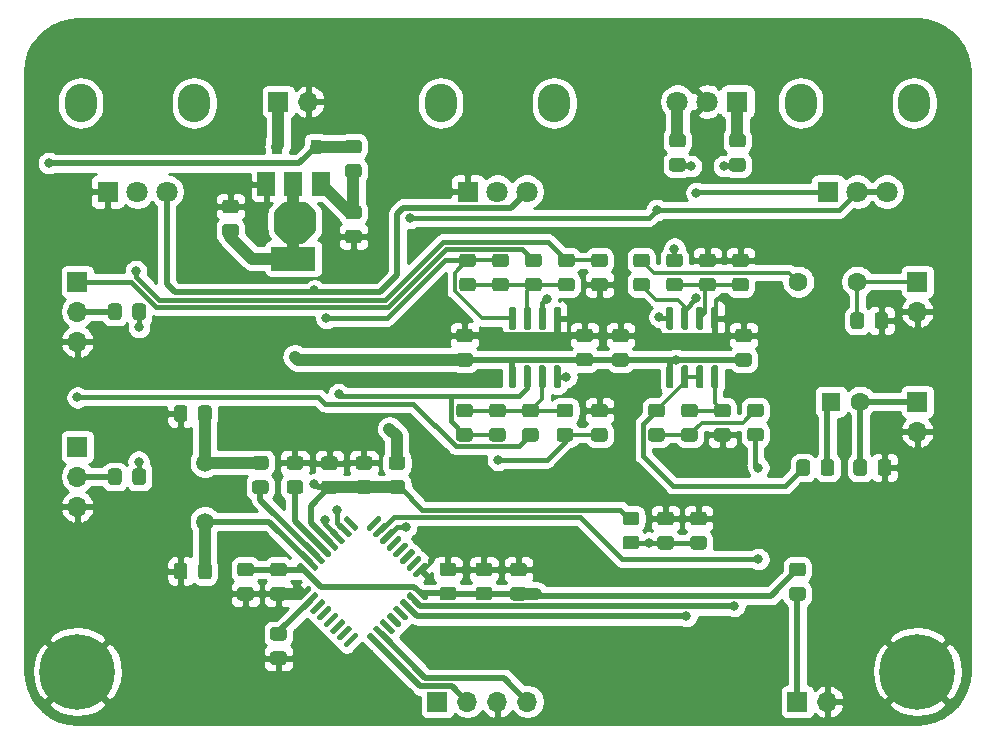
<source format=gbr>
%TF.GenerationSoftware,KiCad,Pcbnew,5.1.6-c6e7f7d~87~ubuntu18.04.1*%
%TF.CreationDate,2020-07-29T17:40:00-04:00*%
%TF.ProjectId,bit_crusher_pedal,6269745f-6372-4757-9368-65725f706564,rev?*%
%TF.SameCoordinates,Original*%
%TF.FileFunction,Copper,L2,Bot*%
%TF.FilePolarity,Positive*%
%FSLAX46Y46*%
G04 Gerber Fmt 4.6, Leading zero omitted, Abs format (unit mm)*
G04 Created by KiCad (PCBNEW 5.1.6-c6e7f7d~87~ubuntu18.04.1) date 2020-07-29 17:40:00*
%MOMM*%
%LPD*%
G01*
G04 APERTURE LIST*
%TA.AperFunction,ComponentPad*%
%ADD10O,1.700000X1.700000*%
%TD*%
%TA.AperFunction,ComponentPad*%
%ADD11R,1.700000X1.700000*%
%TD*%
%TA.AperFunction,ComponentPad*%
%ADD12C,0.800000*%
%TD*%
%TA.AperFunction,ComponentPad*%
%ADD13C,6.400000*%
%TD*%
%TA.AperFunction,ComponentPad*%
%ADD14C,1.500000*%
%TD*%
%TA.AperFunction,SMDPad,CuDef*%
%ADD15R,1.500000X2.000000*%
%TD*%
%TA.AperFunction,SMDPad,CuDef*%
%ADD16R,3.800000X2.000000*%
%TD*%
%TA.AperFunction,ComponentPad*%
%ADD17O,2.720000X3.240000*%
%TD*%
%TA.AperFunction,ComponentPad*%
%ADD18C,1.800000*%
%TD*%
%TA.AperFunction,ComponentPad*%
%ADD19R,1.800000X1.800000*%
%TD*%
%TA.AperFunction,SMDPad,CuDef*%
%ADD20R,0.900000X1.200000*%
%TD*%
%TA.AperFunction,ComponentPad*%
%ADD21C,1.600000*%
%TD*%
%TA.AperFunction,ComponentPad*%
%ADD22R,1.600000X1.600000*%
%TD*%
%TA.AperFunction,ViaPad*%
%ADD23C,1.000000*%
%TD*%
%TA.AperFunction,ViaPad*%
%ADD24C,0.800000*%
%TD*%
%TA.AperFunction,Conductor*%
%ADD25C,0.500000*%
%TD*%
%TA.AperFunction,Conductor*%
%ADD26C,1.000000*%
%TD*%
%TA.AperFunction,Conductor*%
%ADD27C,0.300000*%
%TD*%
%TA.AperFunction,Conductor*%
%ADD28C,0.400000*%
%TD*%
%TA.AperFunction,Conductor*%
%ADD29C,0.254000*%
%TD*%
G04 APERTURE END LIST*
%TO.P,R23,2*%
%TO.N,+3V3*%
%TA.AperFunction,SMDPad,CuDef*%
G36*
G01*
X142690001Y-98610000D02*
X141789999Y-98610000D01*
G75*
G02*
X141540000Y-98360001I0J249999D01*
G01*
X141540000Y-97709999D01*
G75*
G02*
X141789999Y-97460000I249999J0D01*
G01*
X142690001Y-97460000D01*
G75*
G02*
X142940000Y-97709999I0J-249999D01*
G01*
X142940000Y-98360001D01*
G75*
G02*
X142690001Y-98610000I-249999J0D01*
G01*
G37*
%TD.AperFunction*%
%TO.P,R23,1*%
%TO.N,Net-(J7-Pad1)*%
%TA.AperFunction,SMDPad,CuDef*%
G36*
G01*
X142690001Y-100660000D02*
X141789999Y-100660000D01*
G75*
G02*
X141540000Y-100410001I0J249999D01*
G01*
X141540000Y-99759999D01*
G75*
G02*
X141789999Y-99510000I249999J0D01*
G01*
X142690001Y-99510000D01*
G75*
G02*
X142940000Y-99759999I0J-249999D01*
G01*
X142940000Y-100410001D01*
G75*
G02*
X142690001Y-100660000I-249999J0D01*
G01*
G37*
%TD.AperFunction*%
%TD*%
D10*
%TO.P,J7,2*%
%TO.N,GND*%
X144780000Y-109220000D03*
D11*
%TO.P,J7,1*%
%TO.N,Net-(J7-Pad1)*%
X142240000Y-109220000D03*
%TD*%
D12*
%TO.P,H2,1*%
%TO.N,GND*%
X154097056Y-104982944D03*
X152400000Y-104280000D03*
X150702944Y-104982944D03*
X150000000Y-106680000D03*
X150702944Y-108377056D03*
X152400000Y-109080000D03*
X154097056Y-108377056D03*
X154800000Y-106680000D03*
D13*
X152400000Y-106680000D03*
%TD*%
D12*
%TO.P,H1,1*%
%TO.N,GND*%
X82977056Y-104982944D03*
X81280000Y-104280000D03*
X79582944Y-104982944D03*
X78880000Y-106680000D03*
X79582944Y-108377056D03*
X81280000Y-109080000D03*
X82977056Y-108377056D03*
X83680000Y-106680000D03*
D13*
X81280000Y-106680000D03*
%TD*%
D14*
%TO.P,X1,2*%
%TO.N,Net-(C2-Pad1)*%
X92075000Y-88980000D03*
%TO.P,X1,1*%
%TO.N,Net-(C1-Pad1)*%
X92075000Y-93980000D03*
%TD*%
D15*
%TO.P,U4,1*%
%TO.N,GND*%
X97268000Y-65405000D03*
%TO.P,U4,3*%
%TO.N,Net-(C17-Pad1)*%
X101868000Y-65405000D03*
%TO.P,U4,2*%
%TO.N,+3V3*%
X99568000Y-65405000D03*
D16*
X99568000Y-71705000D03*
%TD*%
%TO.P,U3,32*%
%TO.N,GND*%
%TA.AperFunction,SMDPad,CuDef*%
G36*
G01*
X99859212Y-100297437D02*
X100743095Y-99413554D01*
G75*
G02*
X100919871Y-99413554I88388J-88388D01*
G01*
X101096648Y-99590331D01*
G75*
G02*
X101096648Y-99767107I-88388J-88388D01*
G01*
X100212765Y-100650990D01*
G75*
G02*
X100035989Y-100650990I-88388J88388D01*
G01*
X99859212Y-100474213D01*
G75*
G02*
X99859212Y-100297437I88388J88388D01*
G01*
G37*
%TD.AperFunction*%
%TO.P,U3,31*%
%TO.N,/microcontroller/BOOT0*%
%TA.AperFunction,SMDPad,CuDef*%
G36*
G01*
X100424898Y-100863122D02*
X101308781Y-99979239D01*
G75*
G02*
X101485557Y-99979239I88388J-88388D01*
G01*
X101662334Y-100156016D01*
G75*
G02*
X101662334Y-100332792I-88388J-88388D01*
G01*
X100778451Y-101216675D01*
G75*
G02*
X100601675Y-101216675I-88388J88388D01*
G01*
X100424898Y-101039898D01*
G75*
G02*
X100424898Y-100863122I88388J88388D01*
G01*
G37*
%TD.AperFunction*%
%TO.P,U3,30*%
%TO.N,Net-(U3-Pad30)*%
%TA.AperFunction,SMDPad,CuDef*%
G36*
G01*
X100990583Y-101428808D02*
X101874466Y-100544925D01*
G75*
G02*
X102051242Y-100544925I88388J-88388D01*
G01*
X102228019Y-100721702D01*
G75*
G02*
X102228019Y-100898478I-88388J-88388D01*
G01*
X101344136Y-101782361D01*
G75*
G02*
X101167360Y-101782361I-88388J88388D01*
G01*
X100990583Y-101605584D01*
G75*
G02*
X100990583Y-101428808I88388J88388D01*
G01*
G37*
%TD.AperFunction*%
%TO.P,U3,29*%
%TO.N,Net-(U3-Pad29)*%
%TA.AperFunction,SMDPad,CuDef*%
G36*
G01*
X101556268Y-101994493D02*
X102440151Y-101110610D01*
G75*
G02*
X102616927Y-101110610I88388J-88388D01*
G01*
X102793704Y-101287387D01*
G75*
G02*
X102793704Y-101464163I-88388J-88388D01*
G01*
X101909821Y-102348046D01*
G75*
G02*
X101733045Y-102348046I-88388J88388D01*
G01*
X101556268Y-102171269D01*
G75*
G02*
X101556268Y-101994493I88388J88388D01*
G01*
G37*
%TD.AperFunction*%
%TO.P,U3,28*%
%TO.N,Net-(U3-Pad28)*%
%TA.AperFunction,SMDPad,CuDef*%
G36*
G01*
X102121954Y-102560179D02*
X103005837Y-101676296D01*
G75*
G02*
X103182613Y-101676296I88388J-88388D01*
G01*
X103359390Y-101853073D01*
G75*
G02*
X103359390Y-102029849I-88388J-88388D01*
G01*
X102475507Y-102913732D01*
G75*
G02*
X102298731Y-102913732I-88388J88388D01*
G01*
X102121954Y-102736955D01*
G75*
G02*
X102121954Y-102560179I88388J88388D01*
G01*
G37*
%TD.AperFunction*%
%TO.P,U3,27*%
%TO.N,Net-(U3-Pad27)*%
%TA.AperFunction,SMDPad,CuDef*%
G36*
G01*
X102687639Y-103125864D02*
X103571522Y-102241981D01*
G75*
G02*
X103748298Y-102241981I88388J-88388D01*
G01*
X103925075Y-102418758D01*
G75*
G02*
X103925075Y-102595534I-88388J-88388D01*
G01*
X103041192Y-103479417D01*
G75*
G02*
X102864416Y-103479417I-88388J88388D01*
G01*
X102687639Y-103302640D01*
G75*
G02*
X102687639Y-103125864I88388J88388D01*
G01*
G37*
%TD.AperFunction*%
%TO.P,U3,26*%
%TO.N,Net-(U3-Pad26)*%
%TA.AperFunction,SMDPad,CuDef*%
G36*
G01*
X103253325Y-103691549D02*
X104137208Y-102807666D01*
G75*
G02*
X104313984Y-102807666I88388J-88388D01*
G01*
X104490761Y-102984443D01*
G75*
G02*
X104490761Y-103161219I-88388J-88388D01*
G01*
X103606878Y-104045102D01*
G75*
G02*
X103430102Y-104045102I-88388J88388D01*
G01*
X103253325Y-103868325D01*
G75*
G02*
X103253325Y-103691549I88388J88388D01*
G01*
G37*
%TD.AperFunction*%
%TO.P,U3,25*%
%TO.N,Net-(U3-Pad25)*%
%TA.AperFunction,SMDPad,CuDef*%
G36*
G01*
X103819010Y-104257235D02*
X104702893Y-103373352D01*
G75*
G02*
X104879669Y-103373352I88388J-88388D01*
G01*
X105056446Y-103550129D01*
G75*
G02*
X105056446Y-103726905I-88388J-88388D01*
G01*
X104172563Y-104610788D01*
G75*
G02*
X103995787Y-104610788I-88388J88388D01*
G01*
X103819010Y-104434011D01*
G75*
G02*
X103819010Y-104257235I88388J88388D01*
G01*
G37*
%TD.AperFunction*%
%TO.P,U3,24*%
%TO.N,/microcontroller/SWCLK*%
%TA.AperFunction,SMDPad,CuDef*%
G36*
G01*
X105763554Y-103550128D02*
X105940331Y-103373352D01*
G75*
G02*
X106117107Y-103373352I88388J-88388D01*
G01*
X107000990Y-104257235D01*
G75*
G02*
X107000990Y-104434011I-88388J-88388D01*
G01*
X106824213Y-104610788D01*
G75*
G02*
X106647437Y-104610788I-88388J88388D01*
G01*
X105763554Y-103726905D01*
G75*
G02*
X105763554Y-103550129I88388J88388D01*
G01*
G37*
%TD.AperFunction*%
%TO.P,U3,23*%
%TO.N,/microcontroller/SWDIO*%
%TA.AperFunction,SMDPad,CuDef*%
G36*
G01*
X106329239Y-102984442D02*
X106506016Y-102807666D01*
G75*
G02*
X106682792Y-102807666I88388J-88388D01*
G01*
X107566675Y-103691549D01*
G75*
G02*
X107566675Y-103868325I-88388J-88388D01*
G01*
X107389898Y-104045102D01*
G75*
G02*
X107213122Y-104045102I-88388J88388D01*
G01*
X106329239Y-103161219D01*
G75*
G02*
X106329239Y-102984443I88388J88388D01*
G01*
G37*
%TD.AperFunction*%
%TO.P,U3,22*%
%TO.N,Net-(U3-Pad22)*%
%TA.AperFunction,SMDPad,CuDef*%
G36*
G01*
X106894925Y-102418757D02*
X107071702Y-102241981D01*
G75*
G02*
X107248478Y-102241981I88388J-88388D01*
G01*
X108132361Y-103125864D01*
G75*
G02*
X108132361Y-103302640I-88388J-88388D01*
G01*
X107955584Y-103479417D01*
G75*
G02*
X107778808Y-103479417I-88388J88388D01*
G01*
X106894925Y-102595534D01*
G75*
G02*
X106894925Y-102418758I88388J88388D01*
G01*
G37*
%TD.AperFunction*%
%TO.P,U3,21*%
%TO.N,Net-(U3-Pad21)*%
%TA.AperFunction,SMDPad,CuDef*%
G36*
G01*
X107460610Y-101853072D02*
X107637387Y-101676296D01*
G75*
G02*
X107814163Y-101676296I88388J-88388D01*
G01*
X108698046Y-102560179D01*
G75*
G02*
X108698046Y-102736955I-88388J-88388D01*
G01*
X108521269Y-102913732D01*
G75*
G02*
X108344493Y-102913732I-88388J88388D01*
G01*
X107460610Y-102029849D01*
G75*
G02*
X107460610Y-101853073I88388J88388D01*
G01*
G37*
%TD.AperFunction*%
%TO.P,U3,20*%
%TO.N,Net-(U3-Pad20)*%
%TA.AperFunction,SMDPad,CuDef*%
G36*
G01*
X108026296Y-101287386D02*
X108203073Y-101110610D01*
G75*
G02*
X108379849Y-101110610I88388J-88388D01*
G01*
X109263732Y-101994493D01*
G75*
G02*
X109263732Y-102171269I-88388J-88388D01*
G01*
X109086955Y-102348046D01*
G75*
G02*
X108910179Y-102348046I-88388J88388D01*
G01*
X108026296Y-101464163D01*
G75*
G02*
X108026296Y-101287387I88388J88388D01*
G01*
G37*
%TD.AperFunction*%
%TO.P,U3,19*%
%TO.N,Net-(R3-Pad2)*%
%TA.AperFunction,SMDPad,CuDef*%
G36*
G01*
X108591981Y-100721701D02*
X108768758Y-100544925D01*
G75*
G02*
X108945534Y-100544925I88388J-88388D01*
G01*
X109829417Y-101428808D01*
G75*
G02*
X109829417Y-101605584I-88388J-88388D01*
G01*
X109652640Y-101782361D01*
G75*
G02*
X109475864Y-101782361I-88388J88388D01*
G01*
X108591981Y-100898478D01*
G75*
G02*
X108591981Y-100721702I88388J88388D01*
G01*
G37*
%TD.AperFunction*%
%TO.P,U3,18*%
%TO.N,Net-(R2-Pad2)*%
%TA.AperFunction,SMDPad,CuDef*%
G36*
G01*
X109157666Y-100156015D02*
X109334443Y-99979239D01*
G75*
G02*
X109511219Y-99979239I88388J-88388D01*
G01*
X110395102Y-100863122D01*
G75*
G02*
X110395102Y-101039898I-88388J-88388D01*
G01*
X110218325Y-101216675D01*
G75*
G02*
X110041549Y-101216675I-88388J88388D01*
G01*
X109157666Y-100332792D01*
G75*
G02*
X109157666Y-100156016I88388J88388D01*
G01*
G37*
%TD.AperFunction*%
%TO.P,U3,17*%
%TO.N,+3V3*%
%TA.AperFunction,SMDPad,CuDef*%
G36*
G01*
X109723352Y-99590330D02*
X109900129Y-99413554D01*
G75*
G02*
X110076905Y-99413554I88388J-88388D01*
G01*
X110960788Y-100297437D01*
G75*
G02*
X110960788Y-100474213I-88388J-88388D01*
G01*
X110784011Y-100650990D01*
G75*
G02*
X110607235Y-100650990I-88388J88388D01*
G01*
X109723352Y-99767107D01*
G75*
G02*
X109723352Y-99590331I88388J88388D01*
G01*
G37*
%TD.AperFunction*%
%TO.P,U3,16*%
%TO.N,GND*%
%TA.AperFunction,SMDPad,CuDef*%
G36*
G01*
X109723352Y-98352893D02*
X110607235Y-97469010D01*
G75*
G02*
X110784011Y-97469010I88388J-88388D01*
G01*
X110960788Y-97645787D01*
G75*
G02*
X110960788Y-97822563I-88388J-88388D01*
G01*
X110076905Y-98706446D01*
G75*
G02*
X109900129Y-98706446I-88388J88388D01*
G01*
X109723352Y-98529669D01*
G75*
G02*
X109723352Y-98352893I88388J88388D01*
G01*
G37*
%TD.AperFunction*%
%TO.P,U3,15*%
%TO.N,Net-(U3-Pad15)*%
%TA.AperFunction,SMDPad,CuDef*%
G36*
G01*
X109157666Y-97787208D02*
X110041549Y-96903325D01*
G75*
G02*
X110218325Y-96903325I88388J-88388D01*
G01*
X110395102Y-97080102D01*
G75*
G02*
X110395102Y-97256878I-88388J-88388D01*
G01*
X109511219Y-98140761D01*
G75*
G02*
X109334443Y-98140761I-88388J88388D01*
G01*
X109157666Y-97963984D01*
G75*
G02*
X109157666Y-97787208I88388J88388D01*
G01*
G37*
%TD.AperFunction*%
%TO.P,U3,14*%
%TO.N,Net-(U3-Pad14)*%
%TA.AperFunction,SMDPad,CuDef*%
G36*
G01*
X108591981Y-97221522D02*
X109475864Y-96337639D01*
G75*
G02*
X109652640Y-96337639I88388J-88388D01*
G01*
X109829417Y-96514416D01*
G75*
G02*
X109829417Y-96691192I-88388J-88388D01*
G01*
X108945534Y-97575075D01*
G75*
G02*
X108768758Y-97575075I-88388J88388D01*
G01*
X108591981Y-97398298D01*
G75*
G02*
X108591981Y-97221522I88388J88388D01*
G01*
G37*
%TD.AperFunction*%
%TO.P,U3,13*%
%TO.N,Net-(U3-Pad13)*%
%TA.AperFunction,SMDPad,CuDef*%
G36*
G01*
X108026296Y-96655837D02*
X108910179Y-95771954D01*
G75*
G02*
X109086955Y-95771954I88388J-88388D01*
G01*
X109263732Y-95948731D01*
G75*
G02*
X109263732Y-96125507I-88388J-88388D01*
G01*
X108379849Y-97009390D01*
G75*
G02*
X108203073Y-97009390I-88388J88388D01*
G01*
X108026296Y-96832613D01*
G75*
G02*
X108026296Y-96655837I88388J88388D01*
G01*
G37*
%TD.AperFunction*%
%TO.P,U3,12*%
%TO.N,Net-(U3-Pad12)*%
%TA.AperFunction,SMDPad,CuDef*%
G36*
G01*
X107460610Y-96090151D02*
X108344493Y-95206268D01*
G75*
G02*
X108521269Y-95206268I88388J-88388D01*
G01*
X108698046Y-95383045D01*
G75*
G02*
X108698046Y-95559821I-88388J-88388D01*
G01*
X107814163Y-96443704D01*
G75*
G02*
X107637387Y-96443704I-88388J88388D01*
G01*
X107460610Y-96266927D01*
G75*
G02*
X107460610Y-96090151I88388J88388D01*
G01*
G37*
%TD.AperFunction*%
%TO.P,U3,11*%
%TO.N,/microcontroller/ADC_in*%
%TA.AperFunction,SMDPad,CuDef*%
G36*
G01*
X106894925Y-95524466D02*
X107778808Y-94640583D01*
G75*
G02*
X107955584Y-94640583I88388J-88388D01*
G01*
X108132361Y-94817360D01*
G75*
G02*
X108132361Y-94994136I-88388J-88388D01*
G01*
X107248478Y-95878019D01*
G75*
G02*
X107071702Y-95878019I-88388J88388D01*
G01*
X106894925Y-95701242D01*
G75*
G02*
X106894925Y-95524466I88388J88388D01*
G01*
G37*
%TD.AperFunction*%
%TO.P,U3,10*%
%TO.N,/microcontroller/DAC_out*%
%TA.AperFunction,SMDPad,CuDef*%
G36*
G01*
X106329239Y-94958781D02*
X107213122Y-94074898D01*
G75*
G02*
X107389898Y-94074898I88388J-88388D01*
G01*
X107566675Y-94251675D01*
G75*
G02*
X107566675Y-94428451I-88388J-88388D01*
G01*
X106682792Y-95312334D01*
G75*
G02*
X106506016Y-95312334I-88388J88388D01*
G01*
X106329239Y-95135557D01*
G75*
G02*
X106329239Y-94958781I88388J88388D01*
G01*
G37*
%TD.AperFunction*%
%TO.P,U3,9*%
%TO.N,Net-(U3-Pad9)*%
%TA.AperFunction,SMDPad,CuDef*%
G36*
G01*
X105763554Y-94393095D02*
X106647437Y-93509212D01*
G75*
G02*
X106824213Y-93509212I88388J-88388D01*
G01*
X107000990Y-93685989D01*
G75*
G02*
X107000990Y-93862765I-88388J-88388D01*
G01*
X106117107Y-94746648D01*
G75*
G02*
X105940331Y-94746648I-88388J88388D01*
G01*
X105763554Y-94569871D01*
G75*
G02*
X105763554Y-94393095I88388J88388D01*
G01*
G37*
%TD.AperFunction*%
%TO.P,U3,8*%
%TO.N,Net-(U3-Pad8)*%
%TA.AperFunction,SMDPad,CuDef*%
G36*
G01*
X103819010Y-93685988D02*
X103995787Y-93509212D01*
G75*
G02*
X104172563Y-93509212I88388J-88388D01*
G01*
X105056446Y-94393095D01*
G75*
G02*
X105056446Y-94569871I-88388J-88388D01*
G01*
X104879669Y-94746648D01*
G75*
G02*
X104702893Y-94746648I-88388J88388D01*
G01*
X103819010Y-93862765D01*
G75*
G02*
X103819010Y-93685989I88388J88388D01*
G01*
G37*
%TD.AperFunction*%
%TO.P,U3,7*%
%TO.N,/microcontroller/sample_rate_CV_in*%
%TA.AperFunction,SMDPad,CuDef*%
G36*
G01*
X103253325Y-94251674D02*
X103430102Y-94074898D01*
G75*
G02*
X103606878Y-94074898I88388J-88388D01*
G01*
X104490761Y-94958781D01*
G75*
G02*
X104490761Y-95135557I-88388J-88388D01*
G01*
X104313984Y-95312334D01*
G75*
G02*
X104137208Y-95312334I-88388J88388D01*
G01*
X103253325Y-94428451D01*
G75*
G02*
X103253325Y-94251675I88388J88388D01*
G01*
G37*
%TD.AperFunction*%
%TO.P,U3,6*%
%TO.N,/microcontroller/resolution_CV_in*%
%TA.AperFunction,SMDPad,CuDef*%
G36*
G01*
X102687639Y-94817359D02*
X102864416Y-94640583D01*
G75*
G02*
X103041192Y-94640583I88388J-88388D01*
G01*
X103925075Y-95524466D01*
G75*
G02*
X103925075Y-95701242I-88388J-88388D01*
G01*
X103748298Y-95878019D01*
G75*
G02*
X103571522Y-95878019I-88388J88388D01*
G01*
X102687639Y-94994136D01*
G75*
G02*
X102687639Y-94817360I88388J88388D01*
G01*
G37*
%TD.AperFunction*%
%TO.P,U3,5*%
%TO.N,+3.3VA*%
%TA.AperFunction,SMDPad,CuDef*%
G36*
G01*
X102121954Y-95383044D02*
X102298731Y-95206268D01*
G75*
G02*
X102475507Y-95206268I88388J-88388D01*
G01*
X103359390Y-96090151D01*
G75*
G02*
X103359390Y-96266927I-88388J-88388D01*
G01*
X103182613Y-96443704D01*
G75*
G02*
X103005837Y-96443704I-88388J88388D01*
G01*
X102121954Y-95559821D01*
G75*
G02*
X102121954Y-95383045I88388J88388D01*
G01*
G37*
%TD.AperFunction*%
%TO.P,U3,4*%
%TO.N,/microcontroller/NRST*%
%TA.AperFunction,SMDPad,CuDef*%
G36*
G01*
X101556268Y-95948730D02*
X101733045Y-95771954D01*
G75*
G02*
X101909821Y-95771954I88388J-88388D01*
G01*
X102793704Y-96655837D01*
G75*
G02*
X102793704Y-96832613I-88388J-88388D01*
G01*
X102616927Y-97009390D01*
G75*
G02*
X102440151Y-97009390I-88388J88388D01*
G01*
X101556268Y-96125507D01*
G75*
G02*
X101556268Y-95948731I88388J88388D01*
G01*
G37*
%TD.AperFunction*%
%TO.P,U3,3*%
%TO.N,Net-(R1-Pad1)*%
%TA.AperFunction,SMDPad,CuDef*%
G36*
G01*
X100990583Y-96514415D02*
X101167360Y-96337639D01*
G75*
G02*
X101344136Y-96337639I88388J-88388D01*
G01*
X102228019Y-97221522D01*
G75*
G02*
X102228019Y-97398298I-88388J-88388D01*
G01*
X102051242Y-97575075D01*
G75*
G02*
X101874466Y-97575075I-88388J88388D01*
G01*
X100990583Y-96691192D01*
G75*
G02*
X100990583Y-96514416I88388J88388D01*
G01*
G37*
%TD.AperFunction*%
%TO.P,U3,2*%
%TO.N,Net-(C1-Pad1)*%
%TA.AperFunction,SMDPad,CuDef*%
G36*
G01*
X100424898Y-97080101D02*
X100601675Y-96903325D01*
G75*
G02*
X100778451Y-96903325I88388J-88388D01*
G01*
X101662334Y-97787208D01*
G75*
G02*
X101662334Y-97963984I-88388J-88388D01*
G01*
X101485557Y-98140761D01*
G75*
G02*
X101308781Y-98140761I-88388J88388D01*
G01*
X100424898Y-97256878D01*
G75*
G02*
X100424898Y-97080102I88388J88388D01*
G01*
G37*
%TD.AperFunction*%
%TO.P,U3,1*%
%TO.N,+3V3*%
%TA.AperFunction,SMDPad,CuDef*%
G36*
G01*
X99859212Y-97645786D02*
X100035989Y-97469010D01*
G75*
G02*
X100212765Y-97469010I88388J-88388D01*
G01*
X101096648Y-98352893D01*
G75*
G02*
X101096648Y-98529669I-88388J-88388D01*
G01*
X100919871Y-98706446D01*
G75*
G02*
X100743095Y-98706446I-88388J88388D01*
G01*
X99859212Y-97822563D01*
G75*
G02*
X99859212Y-97645787I88388J88388D01*
G01*
G37*
%TD.AperFunction*%
%TD*%
%TO.P,U2,8*%
%TO.N,+3V3*%
%TA.AperFunction,SMDPad,CuDef*%
G36*
G01*
X117960000Y-80748000D02*
X118260000Y-80748000D01*
G75*
G02*
X118410000Y-80898000I0J-150000D01*
G01*
X118410000Y-82548000D01*
G75*
G02*
X118260000Y-82698000I-150000J0D01*
G01*
X117960000Y-82698000D01*
G75*
G02*
X117810000Y-82548000I0J150000D01*
G01*
X117810000Y-80898000D01*
G75*
G02*
X117960000Y-80748000I150000J0D01*
G01*
G37*
%TD.AperFunction*%
%TO.P,U2,7*%
%TO.N,/microcontroller/sample_rate_CV_in*%
%TA.AperFunction,SMDPad,CuDef*%
G36*
G01*
X119230000Y-80748000D02*
X119530000Y-80748000D01*
G75*
G02*
X119680000Y-80898000I0J-150000D01*
G01*
X119680000Y-82548000D01*
G75*
G02*
X119530000Y-82698000I-150000J0D01*
G01*
X119230000Y-82698000D01*
G75*
G02*
X119080000Y-82548000I0J150000D01*
G01*
X119080000Y-80898000D01*
G75*
G02*
X119230000Y-80748000I150000J0D01*
G01*
G37*
%TD.AperFunction*%
%TO.P,U2,6*%
%TO.N,Net-(C26-Pad2)*%
%TA.AperFunction,SMDPad,CuDef*%
G36*
G01*
X120500000Y-80748000D02*
X120800000Y-80748000D01*
G75*
G02*
X120950000Y-80898000I0J-150000D01*
G01*
X120950000Y-82548000D01*
G75*
G02*
X120800000Y-82698000I-150000J0D01*
G01*
X120500000Y-82698000D01*
G75*
G02*
X120350000Y-82548000I0J150000D01*
G01*
X120350000Y-80898000D01*
G75*
G02*
X120500000Y-80748000I150000J0D01*
G01*
G37*
%TD.AperFunction*%
%TO.P,U2,5*%
%TO.N,/control_voltage_generator/CV_amp_bias*%
%TA.AperFunction,SMDPad,CuDef*%
G36*
G01*
X121770000Y-80748000D02*
X122070000Y-80748000D01*
G75*
G02*
X122220000Y-80898000I0J-150000D01*
G01*
X122220000Y-82548000D01*
G75*
G02*
X122070000Y-82698000I-150000J0D01*
G01*
X121770000Y-82698000D01*
G75*
G02*
X121620000Y-82548000I0J150000D01*
G01*
X121620000Y-80898000D01*
G75*
G02*
X121770000Y-80748000I150000J0D01*
G01*
G37*
%TD.AperFunction*%
%TO.P,U2,4*%
%TO.N,GND*%
%TA.AperFunction,SMDPad,CuDef*%
G36*
G01*
X121770000Y-75798000D02*
X122070000Y-75798000D01*
G75*
G02*
X122220000Y-75948000I0J-150000D01*
G01*
X122220000Y-77598000D01*
G75*
G02*
X122070000Y-77748000I-150000J0D01*
G01*
X121770000Y-77748000D01*
G75*
G02*
X121620000Y-77598000I0J150000D01*
G01*
X121620000Y-75948000D01*
G75*
G02*
X121770000Y-75798000I150000J0D01*
G01*
G37*
%TD.AperFunction*%
%TO.P,U2,3*%
%TO.N,/control_voltage_generator/CV_amp_bias*%
%TA.AperFunction,SMDPad,CuDef*%
G36*
G01*
X120500000Y-75798000D02*
X120800000Y-75798000D01*
G75*
G02*
X120950000Y-75948000I0J-150000D01*
G01*
X120950000Y-77598000D01*
G75*
G02*
X120800000Y-77748000I-150000J0D01*
G01*
X120500000Y-77748000D01*
G75*
G02*
X120350000Y-77598000I0J150000D01*
G01*
X120350000Y-75948000D01*
G75*
G02*
X120500000Y-75798000I150000J0D01*
G01*
G37*
%TD.AperFunction*%
%TO.P,U2,2*%
%TO.N,Net-(C24-Pad2)*%
%TA.AperFunction,SMDPad,CuDef*%
G36*
G01*
X119230000Y-75798000D02*
X119530000Y-75798000D01*
G75*
G02*
X119680000Y-75948000I0J-150000D01*
G01*
X119680000Y-77598000D01*
G75*
G02*
X119530000Y-77748000I-150000J0D01*
G01*
X119230000Y-77748000D01*
G75*
G02*
X119080000Y-77598000I0J150000D01*
G01*
X119080000Y-75948000D01*
G75*
G02*
X119230000Y-75798000I150000J0D01*
G01*
G37*
%TD.AperFunction*%
%TO.P,U2,1*%
%TO.N,/microcontroller/resolution_CV_in*%
%TA.AperFunction,SMDPad,CuDef*%
G36*
G01*
X117960000Y-75798000D02*
X118260000Y-75798000D01*
G75*
G02*
X118410000Y-75948000I0J-150000D01*
G01*
X118410000Y-77598000D01*
G75*
G02*
X118260000Y-77748000I-150000J0D01*
G01*
X117960000Y-77748000D01*
G75*
G02*
X117810000Y-77598000I0J150000D01*
G01*
X117810000Y-75948000D01*
G75*
G02*
X117960000Y-75798000I150000J0D01*
G01*
G37*
%TD.AperFunction*%
%TD*%
%TO.P,U1,8*%
%TO.N,+3V3*%
%TA.AperFunction,SMDPad,CuDef*%
G36*
G01*
X131295000Y-80748000D02*
X131595000Y-80748000D01*
G75*
G02*
X131745000Y-80898000I0J-150000D01*
G01*
X131745000Y-82548000D01*
G75*
G02*
X131595000Y-82698000I-150000J0D01*
G01*
X131295000Y-82698000D01*
G75*
G02*
X131145000Y-82548000I0J150000D01*
G01*
X131145000Y-80898000D01*
G75*
G02*
X131295000Y-80748000I150000J0D01*
G01*
G37*
%TD.AperFunction*%
%TO.P,U1,7*%
%TO.N,Net-(C6-Pad1)*%
%TA.AperFunction,SMDPad,CuDef*%
G36*
G01*
X132565000Y-80748000D02*
X132865000Y-80748000D01*
G75*
G02*
X133015000Y-80898000I0J-150000D01*
G01*
X133015000Y-82548000D01*
G75*
G02*
X132865000Y-82698000I-150000J0D01*
G01*
X132565000Y-82698000D01*
G75*
G02*
X132415000Y-82548000I0J150000D01*
G01*
X132415000Y-80898000D01*
G75*
G02*
X132565000Y-80748000I150000J0D01*
G01*
G37*
%TD.AperFunction*%
%TO.P,U1,6*%
%TA.AperFunction,SMDPad,CuDef*%
G36*
G01*
X133835000Y-80748000D02*
X134135000Y-80748000D01*
G75*
G02*
X134285000Y-80898000I0J-150000D01*
G01*
X134285000Y-82548000D01*
G75*
G02*
X134135000Y-82698000I-150000J0D01*
G01*
X133835000Y-82698000D01*
G75*
G02*
X133685000Y-82548000I0J150000D01*
G01*
X133685000Y-80898000D01*
G75*
G02*
X133835000Y-80748000I150000J0D01*
G01*
G37*
%TD.AperFunction*%
%TO.P,U1,5*%
%TO.N,Net-(C7-Pad2)*%
%TA.AperFunction,SMDPad,CuDef*%
G36*
G01*
X135105000Y-80748000D02*
X135405000Y-80748000D01*
G75*
G02*
X135555000Y-80898000I0J-150000D01*
G01*
X135555000Y-82548000D01*
G75*
G02*
X135405000Y-82698000I-150000J0D01*
G01*
X135105000Y-82698000D01*
G75*
G02*
X134955000Y-82548000I0J150000D01*
G01*
X134955000Y-80898000D01*
G75*
G02*
X135105000Y-80748000I150000J0D01*
G01*
G37*
%TD.AperFunction*%
%TO.P,U1,4*%
%TO.N,GND*%
%TA.AperFunction,SMDPad,CuDef*%
G36*
G01*
X135105000Y-75798000D02*
X135405000Y-75798000D01*
G75*
G02*
X135555000Y-75948000I0J-150000D01*
G01*
X135555000Y-77598000D01*
G75*
G02*
X135405000Y-77748000I-150000J0D01*
G01*
X135105000Y-77748000D01*
G75*
G02*
X134955000Y-77598000I0J150000D01*
G01*
X134955000Y-75948000D01*
G75*
G02*
X135105000Y-75798000I150000J0D01*
G01*
G37*
%TD.AperFunction*%
%TO.P,U1,3*%
%TO.N,Net-(C5-Pad2)*%
%TA.AperFunction,SMDPad,CuDef*%
G36*
G01*
X133835000Y-75798000D02*
X134135000Y-75798000D01*
G75*
G02*
X134285000Y-75948000I0J-150000D01*
G01*
X134285000Y-77598000D01*
G75*
G02*
X134135000Y-77748000I-150000J0D01*
G01*
X133835000Y-77748000D01*
G75*
G02*
X133685000Y-77598000I0J150000D01*
G01*
X133685000Y-75948000D01*
G75*
G02*
X133835000Y-75798000I150000J0D01*
G01*
G37*
%TD.AperFunction*%
%TO.P,U1,2*%
%TO.N,Net-(R6-Pad1)*%
%TA.AperFunction,SMDPad,CuDef*%
G36*
G01*
X132565000Y-75798000D02*
X132865000Y-75798000D01*
G75*
G02*
X133015000Y-75948000I0J-150000D01*
G01*
X133015000Y-77598000D01*
G75*
G02*
X132865000Y-77748000I-150000J0D01*
G01*
X132565000Y-77748000D01*
G75*
G02*
X132415000Y-77598000I0J150000D01*
G01*
X132415000Y-75948000D01*
G75*
G02*
X132565000Y-75798000I150000J0D01*
G01*
G37*
%TD.AperFunction*%
%TO.P,U1,1*%
%TO.N,/microcontroller/ADC_in*%
%TA.AperFunction,SMDPad,CuDef*%
G36*
G01*
X131295000Y-75798000D02*
X131595000Y-75798000D01*
G75*
G02*
X131745000Y-75948000I0J-150000D01*
G01*
X131745000Y-77598000D01*
G75*
G02*
X131595000Y-77748000I-150000J0D01*
G01*
X131295000Y-77748000D01*
G75*
G02*
X131145000Y-77598000I0J150000D01*
G01*
X131145000Y-75948000D01*
G75*
G02*
X131295000Y-75798000I150000J0D01*
G01*
G37*
%TD.AperFunction*%
%TD*%
D17*
%TO.P,RV3,*%
%TO.N,*%
X112040000Y-58540000D03*
X121640000Y-58540000D03*
D18*
%TO.P,RV3,3*%
%TO.N,+3.3VA*%
X119340000Y-66040000D03*
%TO.P,RV3,2*%
%TO.N,Net-(C25-Pad1)*%
X116840000Y-66040000D03*
D19*
%TO.P,RV3,1*%
%TO.N,GND*%
X114340000Y-66040000D03*
%TD*%
D17*
%TO.P,RV2,*%
%TO.N,*%
X81560000Y-58540000D03*
X91160000Y-58540000D03*
D18*
%TO.P,RV2,3*%
%TO.N,+3.3VA*%
X88860000Y-66040000D03*
%TO.P,RV2,2*%
%TO.N,Net-(C23-Pad1)*%
X86360000Y-66040000D03*
D19*
%TO.P,RV2,1*%
%TO.N,GND*%
X83860000Y-66040000D03*
%TD*%
D17*
%TO.P,RV1,*%
%TO.N,*%
X142520000Y-58540000D03*
X152120000Y-58540000D03*
D18*
%TO.P,RV1,3*%
%TO.N,/microcontroller/ADC_in*%
X149820000Y-66040000D03*
%TO.P,RV1,2*%
X147320000Y-66040000D03*
D19*
%TO.P,RV1,1*%
%TO.N,Net-(R6-Pad1)*%
X144820000Y-66040000D03*
%TD*%
%TO.P,R22,2*%
%TO.N,Net-(C26-Pad2)*%
%TA.AperFunction,SMDPad,CuDef*%
G36*
G01*
X117290001Y-85157000D02*
X116389999Y-85157000D01*
G75*
G02*
X116140000Y-84907001I0J249999D01*
G01*
X116140000Y-84256999D01*
G75*
G02*
X116389999Y-84007000I249999J0D01*
G01*
X117290001Y-84007000D01*
G75*
G02*
X117540000Y-84256999I0J-249999D01*
G01*
X117540000Y-84907001D01*
G75*
G02*
X117290001Y-85157000I-249999J0D01*
G01*
G37*
%TD.AperFunction*%
%TO.P,R22,1*%
%TO.N,/microcontroller/sample_rate_CV_in*%
%TA.AperFunction,SMDPad,CuDef*%
G36*
G01*
X117290001Y-87207000D02*
X116389999Y-87207000D01*
G75*
G02*
X116140000Y-86957001I0J249999D01*
G01*
X116140000Y-86306999D01*
G75*
G02*
X116389999Y-86057000I249999J0D01*
G01*
X117290001Y-86057000D01*
G75*
G02*
X117540000Y-86306999I0J-249999D01*
G01*
X117540000Y-86957001D01*
G75*
G02*
X117290001Y-87207000I-249999J0D01*
G01*
G37*
%TD.AperFunction*%
%TD*%
%TO.P,R21,2*%
%TO.N,Net-(C25-Pad1)*%
%TA.AperFunction,SMDPad,CuDef*%
G36*
G01*
X122104999Y-86057000D02*
X123005001Y-86057000D01*
G75*
G02*
X123255000Y-86306999I0J-249999D01*
G01*
X123255000Y-86957001D01*
G75*
G02*
X123005001Y-87207000I-249999J0D01*
G01*
X122104999Y-87207000D01*
G75*
G02*
X121855000Y-86957001I0J249999D01*
G01*
X121855000Y-86306999D01*
G75*
G02*
X122104999Y-86057000I249999J0D01*
G01*
G37*
%TD.AperFunction*%
%TO.P,R21,1*%
%TO.N,Net-(C26-Pad2)*%
%TA.AperFunction,SMDPad,CuDef*%
G36*
G01*
X122104999Y-84007000D02*
X123005001Y-84007000D01*
G75*
G02*
X123255000Y-84256999I0J-249999D01*
G01*
X123255000Y-84907001D01*
G75*
G02*
X123005001Y-85157000I-249999J0D01*
G01*
X122104999Y-85157000D01*
G75*
G02*
X121855000Y-84907001I0J249999D01*
G01*
X121855000Y-84256999D01*
G75*
G02*
X122104999Y-84007000I249999J0D01*
G01*
G37*
%TD.AperFunction*%
%TD*%
%TO.P,R20,2*%
%TO.N,Net-(J6-Pad1)*%
%TA.AperFunction,SMDPad,CuDef*%
G36*
G01*
X119183999Y-86057000D02*
X120084001Y-86057000D01*
G75*
G02*
X120334000Y-86306999I0J-249999D01*
G01*
X120334000Y-86957001D01*
G75*
G02*
X120084001Y-87207000I-249999J0D01*
G01*
X119183999Y-87207000D01*
G75*
G02*
X118934000Y-86957001I0J249999D01*
G01*
X118934000Y-86306999D01*
G75*
G02*
X119183999Y-86057000I249999J0D01*
G01*
G37*
%TD.AperFunction*%
%TO.P,R20,1*%
%TO.N,Net-(C26-Pad2)*%
%TA.AperFunction,SMDPad,CuDef*%
G36*
G01*
X119183999Y-84007000D02*
X120084001Y-84007000D01*
G75*
G02*
X120334000Y-84256999I0J-249999D01*
G01*
X120334000Y-84907001D01*
G75*
G02*
X120084001Y-85157000I-249999J0D01*
G01*
X119183999Y-85157000D01*
G75*
G02*
X118934000Y-84907001I0J249999D01*
G01*
X118934000Y-84256999D01*
G75*
G02*
X119183999Y-84007000I249999J0D01*
G01*
G37*
%TD.AperFunction*%
%TD*%
%TO.P,R19,2*%
%TO.N,Net-(J6-Pad2)*%
%TA.AperFunction,SMDPad,CuDef*%
G36*
G01*
X85030000Y-89719999D02*
X85030000Y-90620001D01*
G75*
G02*
X84780001Y-90870000I-249999J0D01*
G01*
X84129999Y-90870000D01*
G75*
G02*
X83880000Y-90620001I0J249999D01*
G01*
X83880000Y-89719999D01*
G75*
G02*
X84129999Y-89470000I249999J0D01*
G01*
X84780001Y-89470000D01*
G75*
G02*
X85030000Y-89719999I0J-249999D01*
G01*
G37*
%TD.AperFunction*%
%TO.P,R19,1*%
%TO.N,+9V*%
%TA.AperFunction,SMDPad,CuDef*%
G36*
G01*
X87080000Y-89719999D02*
X87080000Y-90620001D01*
G75*
G02*
X86830001Y-90870000I-249999J0D01*
G01*
X86179999Y-90870000D01*
G75*
G02*
X85930000Y-90620001I0J249999D01*
G01*
X85930000Y-89719999D01*
G75*
G02*
X86179999Y-89470000I249999J0D01*
G01*
X86830001Y-89470000D01*
G75*
G02*
X87080000Y-89719999I0J-249999D01*
G01*
G37*
%TD.AperFunction*%
%TD*%
%TO.P,R18,2*%
%TO.N,Net-(C24-Pad2)*%
%TA.AperFunction,SMDPad,CuDef*%
G36*
G01*
X116643999Y-73339000D02*
X117544001Y-73339000D01*
G75*
G02*
X117794000Y-73588999I0J-249999D01*
G01*
X117794000Y-74239001D01*
G75*
G02*
X117544001Y-74489000I-249999J0D01*
G01*
X116643999Y-74489000D01*
G75*
G02*
X116394000Y-74239001I0J249999D01*
G01*
X116394000Y-73588999D01*
G75*
G02*
X116643999Y-73339000I249999J0D01*
G01*
G37*
%TD.AperFunction*%
%TO.P,R18,1*%
%TO.N,/microcontroller/resolution_CV_in*%
%TA.AperFunction,SMDPad,CuDef*%
G36*
G01*
X116643999Y-71289000D02*
X117544001Y-71289000D01*
G75*
G02*
X117794000Y-71538999I0J-249999D01*
G01*
X117794000Y-72189001D01*
G75*
G02*
X117544001Y-72439000I-249999J0D01*
G01*
X116643999Y-72439000D01*
G75*
G02*
X116394000Y-72189001I0J249999D01*
G01*
X116394000Y-71538999D01*
G75*
G02*
X116643999Y-71289000I249999J0D01*
G01*
G37*
%TD.AperFunction*%
%TD*%
%TO.P,R17,2*%
%TO.N,Net-(C23-Pad1)*%
%TA.AperFunction,SMDPad,CuDef*%
G36*
G01*
X123132001Y-72439000D02*
X122231999Y-72439000D01*
G75*
G02*
X121982000Y-72189001I0J249999D01*
G01*
X121982000Y-71538999D01*
G75*
G02*
X122231999Y-71289000I249999J0D01*
G01*
X123132001Y-71289000D01*
G75*
G02*
X123382000Y-71538999I0J-249999D01*
G01*
X123382000Y-72189001D01*
G75*
G02*
X123132001Y-72439000I-249999J0D01*
G01*
G37*
%TD.AperFunction*%
%TO.P,R17,1*%
%TO.N,Net-(C24-Pad2)*%
%TA.AperFunction,SMDPad,CuDef*%
G36*
G01*
X123132001Y-74489000D02*
X122231999Y-74489000D01*
G75*
G02*
X121982000Y-74239001I0J249999D01*
G01*
X121982000Y-73588999D01*
G75*
G02*
X122231999Y-73339000I249999J0D01*
G01*
X123132001Y-73339000D01*
G75*
G02*
X123382000Y-73588999I0J-249999D01*
G01*
X123382000Y-74239001D01*
G75*
G02*
X123132001Y-74489000I-249999J0D01*
G01*
G37*
%TD.AperFunction*%
%TD*%
%TO.P,R16,2*%
%TO.N,Net-(J5-Pad1)*%
%TA.AperFunction,SMDPad,CuDef*%
G36*
G01*
X120338001Y-72439000D02*
X119437999Y-72439000D01*
G75*
G02*
X119188000Y-72189001I0J249999D01*
G01*
X119188000Y-71538999D01*
G75*
G02*
X119437999Y-71289000I249999J0D01*
G01*
X120338001Y-71289000D01*
G75*
G02*
X120588000Y-71538999I0J-249999D01*
G01*
X120588000Y-72189001D01*
G75*
G02*
X120338001Y-72439000I-249999J0D01*
G01*
G37*
%TD.AperFunction*%
%TO.P,R16,1*%
%TO.N,Net-(C24-Pad2)*%
%TA.AperFunction,SMDPad,CuDef*%
G36*
G01*
X120338001Y-74489000D02*
X119437999Y-74489000D01*
G75*
G02*
X119188000Y-74239001I0J249999D01*
G01*
X119188000Y-73588999D01*
G75*
G02*
X119437999Y-73339000I249999J0D01*
G01*
X120338001Y-73339000D01*
G75*
G02*
X120588000Y-73588999I0J-249999D01*
G01*
X120588000Y-74239001D01*
G75*
G02*
X120338001Y-74489000I-249999J0D01*
G01*
G37*
%TD.AperFunction*%
%TD*%
%TO.P,R15,2*%
%TO.N,Net-(J5-Pad2)*%
%TA.AperFunction,SMDPad,CuDef*%
G36*
G01*
X85030000Y-75749999D02*
X85030000Y-76650001D01*
G75*
G02*
X84780001Y-76900000I-249999J0D01*
G01*
X84129999Y-76900000D01*
G75*
G02*
X83880000Y-76650001I0J249999D01*
G01*
X83880000Y-75749999D01*
G75*
G02*
X84129999Y-75500000I249999J0D01*
G01*
X84780001Y-75500000D01*
G75*
G02*
X85030000Y-75749999I0J-249999D01*
G01*
G37*
%TD.AperFunction*%
%TO.P,R15,1*%
%TO.N,+9V*%
%TA.AperFunction,SMDPad,CuDef*%
G36*
G01*
X87080000Y-75749999D02*
X87080000Y-76650001D01*
G75*
G02*
X86830001Y-76900000I-249999J0D01*
G01*
X86179999Y-76900000D01*
G75*
G02*
X85930000Y-76650001I0J249999D01*
G01*
X85930000Y-75749999D01*
G75*
G02*
X86179999Y-75500000I249999J0D01*
G01*
X86830001Y-75500000D01*
G75*
G02*
X87080000Y-75749999I0J-249999D01*
G01*
G37*
%TD.AperFunction*%
%TD*%
%TO.P,R14,2*%
%TO.N,GND*%
%TA.AperFunction,SMDPad,CuDef*%
G36*
G01*
X134308001Y-94292000D02*
X133407999Y-94292000D01*
G75*
G02*
X133158000Y-94042001I0J249999D01*
G01*
X133158000Y-93391999D01*
G75*
G02*
X133407999Y-93142000I249999J0D01*
G01*
X134308001Y-93142000D01*
G75*
G02*
X134558000Y-93391999I0J-249999D01*
G01*
X134558000Y-94042001D01*
G75*
G02*
X134308001Y-94292000I-249999J0D01*
G01*
G37*
%TD.AperFunction*%
%TO.P,R14,1*%
%TO.N,/control_voltage_generator/CV_amp_bias*%
%TA.AperFunction,SMDPad,CuDef*%
G36*
G01*
X134308001Y-96342000D02*
X133407999Y-96342000D01*
G75*
G02*
X133158000Y-96092001I0J249999D01*
G01*
X133158000Y-95441999D01*
G75*
G02*
X133407999Y-95192000I249999J0D01*
G01*
X134308001Y-95192000D01*
G75*
G02*
X134558000Y-95441999I0J-249999D01*
G01*
X134558000Y-96092001D01*
G75*
G02*
X134308001Y-96342000I-249999J0D01*
G01*
G37*
%TD.AperFunction*%
%TD*%
%TO.P,R13,2*%
%TO.N,/control_voltage_generator/CV_amp_bias*%
%TA.AperFunction,SMDPad,CuDef*%
G36*
G01*
X127692999Y-95183000D02*
X128593001Y-95183000D01*
G75*
G02*
X128843000Y-95432999I0J-249999D01*
G01*
X128843000Y-96083001D01*
G75*
G02*
X128593001Y-96333000I-249999J0D01*
G01*
X127692999Y-96333000D01*
G75*
G02*
X127443000Y-96083001I0J249999D01*
G01*
X127443000Y-95432999D01*
G75*
G02*
X127692999Y-95183000I249999J0D01*
G01*
G37*
%TD.AperFunction*%
%TO.P,R13,1*%
%TO.N,+3.3VA*%
%TA.AperFunction,SMDPad,CuDef*%
G36*
G01*
X127692999Y-93133000D02*
X128593001Y-93133000D01*
G75*
G02*
X128843000Y-93382999I0J-249999D01*
G01*
X128843000Y-94033001D01*
G75*
G02*
X128593001Y-94283000I-249999J0D01*
G01*
X127692999Y-94283000D01*
G75*
G02*
X127443000Y-94033001I0J249999D01*
G01*
X127443000Y-93382999D01*
G75*
G02*
X127692999Y-93133000I249999J0D01*
G01*
G37*
%TD.AperFunction*%
%TD*%
%TO.P,R12,2*%
%TO.N,/audio_output/buffered_wet_audio*%
%TA.AperFunction,SMDPad,CuDef*%
G36*
G01*
X148140000Y-88957999D02*
X148140000Y-89858001D01*
G75*
G02*
X147890001Y-90108000I-249999J0D01*
G01*
X147239999Y-90108000D01*
G75*
G02*
X146990000Y-89858001I0J249999D01*
G01*
X146990000Y-88957999D01*
G75*
G02*
X147239999Y-88708000I249999J0D01*
G01*
X147890001Y-88708000D01*
G75*
G02*
X148140000Y-88957999I0J-249999D01*
G01*
G37*
%TD.AperFunction*%
%TO.P,R12,1*%
%TO.N,GND*%
%TA.AperFunction,SMDPad,CuDef*%
G36*
G01*
X150190000Y-88957999D02*
X150190000Y-89858001D01*
G75*
G02*
X149940001Y-90108000I-249999J0D01*
G01*
X149289999Y-90108000D01*
G75*
G02*
X149040000Y-89858001I0J249999D01*
G01*
X149040000Y-88957999D01*
G75*
G02*
X149289999Y-88708000I249999J0D01*
G01*
X149940001Y-88708000D01*
G75*
G02*
X150190000Y-88957999I0J-249999D01*
G01*
G37*
%TD.AperFunction*%
%TD*%
%TO.P,R11,2*%
%TO.N,Net-(C6-Pad1)*%
%TA.AperFunction,SMDPad,CuDef*%
G36*
G01*
X143305000Y-88957999D02*
X143305000Y-89858001D01*
G75*
G02*
X143055001Y-90108000I-249999J0D01*
G01*
X142404999Y-90108000D01*
G75*
G02*
X142155000Y-89858001I0J249999D01*
G01*
X142155000Y-88957999D01*
G75*
G02*
X142404999Y-88708000I249999J0D01*
G01*
X143055001Y-88708000D01*
G75*
G02*
X143305000Y-88957999I0J-249999D01*
G01*
G37*
%TD.AperFunction*%
%TO.P,R11,1*%
%TO.N,Net-(C8-Pad1)*%
%TA.AperFunction,SMDPad,CuDef*%
G36*
G01*
X145355000Y-88957999D02*
X145355000Y-89858001D01*
G75*
G02*
X145105001Y-90108000I-249999J0D01*
G01*
X144454999Y-90108000D01*
G75*
G02*
X144205000Y-89858001I0J249999D01*
G01*
X144205000Y-88957999D01*
G75*
G02*
X144454999Y-88708000I249999J0D01*
G01*
X145105001Y-88708000D01*
G75*
G02*
X145355000Y-88957999I0J-249999D01*
G01*
G37*
%TD.AperFunction*%
%TD*%
%TO.P,R10,2*%
%TO.N,Net-(C6-Pad2)*%
%TA.AperFunction,SMDPad,CuDef*%
G36*
G01*
X132645999Y-86057000D02*
X133546001Y-86057000D01*
G75*
G02*
X133796000Y-86306999I0J-249999D01*
G01*
X133796000Y-86957001D01*
G75*
G02*
X133546001Y-87207000I-249999J0D01*
G01*
X132645999Y-87207000D01*
G75*
G02*
X132396000Y-86957001I0J249999D01*
G01*
X132396000Y-86306999D01*
G75*
G02*
X132645999Y-86057000I249999J0D01*
G01*
G37*
%TD.AperFunction*%
%TO.P,R10,1*%
%TO.N,Net-(C7-Pad2)*%
%TA.AperFunction,SMDPad,CuDef*%
G36*
G01*
X132645999Y-84007000D02*
X133546001Y-84007000D01*
G75*
G02*
X133796000Y-84256999I0J-249999D01*
G01*
X133796000Y-84907001D01*
G75*
G02*
X133546001Y-85157000I-249999J0D01*
G01*
X132645999Y-85157000D01*
G75*
G02*
X132396000Y-84907001I0J249999D01*
G01*
X132396000Y-84256999D01*
G75*
G02*
X132645999Y-84007000I249999J0D01*
G01*
G37*
%TD.AperFunction*%
%TD*%
%TO.P,R9,2*%
%TO.N,/microcontroller/DAC_out*%
%TA.AperFunction,SMDPad,CuDef*%
G36*
G01*
X138233999Y-86039000D02*
X139134001Y-86039000D01*
G75*
G02*
X139384000Y-86288999I0J-249999D01*
G01*
X139384000Y-86939001D01*
G75*
G02*
X139134001Y-87189000I-249999J0D01*
G01*
X138233999Y-87189000D01*
G75*
G02*
X137984000Y-86939001I0J249999D01*
G01*
X137984000Y-86288999D01*
G75*
G02*
X138233999Y-86039000I249999J0D01*
G01*
G37*
%TD.AperFunction*%
%TO.P,R9,1*%
%TO.N,Net-(C6-Pad2)*%
%TA.AperFunction,SMDPad,CuDef*%
G36*
G01*
X138233999Y-83989000D02*
X139134001Y-83989000D01*
G75*
G02*
X139384000Y-84238999I0J-249999D01*
G01*
X139384000Y-84889001D01*
G75*
G02*
X139134001Y-85139000I-249999J0D01*
G01*
X138233999Y-85139000D01*
G75*
G02*
X137984000Y-84889001I0J249999D01*
G01*
X137984000Y-84238999D01*
G75*
G02*
X138233999Y-83989000I249999J0D01*
G01*
G37*
%TD.AperFunction*%
%TD*%
%TO.P,R8,2*%
%TO.N,Net-(C5-Pad2)*%
%TA.AperFunction,SMDPad,CuDef*%
G36*
G01*
X134169999Y-73339000D02*
X135070001Y-73339000D01*
G75*
G02*
X135320000Y-73588999I0J-249999D01*
G01*
X135320000Y-74239001D01*
G75*
G02*
X135070001Y-74489000I-249999J0D01*
G01*
X134169999Y-74489000D01*
G75*
G02*
X133920000Y-74239001I0J249999D01*
G01*
X133920000Y-73588999D01*
G75*
G02*
X134169999Y-73339000I249999J0D01*
G01*
G37*
%TD.AperFunction*%
%TO.P,R8,1*%
%TO.N,GND*%
%TA.AperFunction,SMDPad,CuDef*%
G36*
G01*
X134169999Y-71289000D02*
X135070001Y-71289000D01*
G75*
G02*
X135320000Y-71538999I0J-249999D01*
G01*
X135320000Y-72189001D01*
G75*
G02*
X135070001Y-72439000I-249999J0D01*
G01*
X134169999Y-72439000D01*
G75*
G02*
X133920000Y-72189001I0J249999D01*
G01*
X133920000Y-71538999D01*
G75*
G02*
X134169999Y-71289000I249999J0D01*
G01*
G37*
%TD.AperFunction*%
%TD*%
%TO.P,R7,2*%
%TO.N,+3V3*%
%TA.AperFunction,SMDPad,CuDef*%
G36*
G01*
X132276001Y-72439000D02*
X131375999Y-72439000D01*
G75*
G02*
X131126000Y-72189001I0J249999D01*
G01*
X131126000Y-71538999D01*
G75*
G02*
X131375999Y-71289000I249999J0D01*
G01*
X132276001Y-71289000D01*
G75*
G02*
X132526000Y-71538999I0J-249999D01*
G01*
X132526000Y-72189001D01*
G75*
G02*
X132276001Y-72439000I-249999J0D01*
G01*
G37*
%TD.AperFunction*%
%TO.P,R7,1*%
%TO.N,Net-(C5-Pad2)*%
%TA.AperFunction,SMDPad,CuDef*%
G36*
G01*
X132276001Y-74489000D02*
X131375999Y-74489000D01*
G75*
G02*
X131126000Y-74239001I0J249999D01*
G01*
X131126000Y-73588999D01*
G75*
G02*
X131375999Y-73339000I249999J0D01*
G01*
X132276001Y-73339000D01*
G75*
G02*
X132526000Y-73588999I0J-249999D01*
G01*
X132526000Y-74239001D01*
G75*
G02*
X132276001Y-74489000I-249999J0D01*
G01*
G37*
%TD.AperFunction*%
%TD*%
%TO.P,R6,2*%
%TO.N,Net-(C4-Pad1)*%
%TA.AperFunction,SMDPad,CuDef*%
G36*
G01*
X129482001Y-72439000D02*
X128581999Y-72439000D01*
G75*
G02*
X128332000Y-72189001I0J249999D01*
G01*
X128332000Y-71538999D01*
G75*
G02*
X128581999Y-71289000I249999J0D01*
G01*
X129482001Y-71289000D01*
G75*
G02*
X129732000Y-71538999I0J-249999D01*
G01*
X129732000Y-72189001D01*
G75*
G02*
X129482001Y-72439000I-249999J0D01*
G01*
G37*
%TD.AperFunction*%
%TO.P,R6,1*%
%TO.N,Net-(R6-Pad1)*%
%TA.AperFunction,SMDPad,CuDef*%
G36*
G01*
X129482001Y-74489000D02*
X128581999Y-74489000D01*
G75*
G02*
X128332000Y-74239001I0J249999D01*
G01*
X128332000Y-73588999D01*
G75*
G02*
X128581999Y-73339000I249999J0D01*
G01*
X129482001Y-73339000D01*
G75*
G02*
X129732000Y-73588999I0J-249999D01*
G01*
X129732000Y-74239001D01*
G75*
G02*
X129482001Y-74489000I-249999J0D01*
G01*
G37*
%TD.AperFunction*%
%TD*%
%TO.P,R5,2*%
%TO.N,/audio_input/dry_audio_input*%
%TA.AperFunction,SMDPad,CuDef*%
G36*
G01*
X147877000Y-76511999D02*
X147877000Y-77412001D01*
G75*
G02*
X147627001Y-77662000I-249999J0D01*
G01*
X146976999Y-77662000D01*
G75*
G02*
X146727000Y-77412001I0J249999D01*
G01*
X146727000Y-76511999D01*
G75*
G02*
X146976999Y-76262000I249999J0D01*
G01*
X147627001Y-76262000D01*
G75*
G02*
X147877000Y-76511999I0J-249999D01*
G01*
G37*
%TD.AperFunction*%
%TO.P,R5,1*%
%TO.N,GND*%
%TA.AperFunction,SMDPad,CuDef*%
G36*
G01*
X149927000Y-76511999D02*
X149927000Y-77412001D01*
G75*
G02*
X149677001Y-77662000I-249999J0D01*
G01*
X149026999Y-77662000D01*
G75*
G02*
X148777000Y-77412001I0J249999D01*
G01*
X148777000Y-76511999D01*
G75*
G02*
X149026999Y-76262000I249999J0D01*
G01*
X149677001Y-76262000D01*
G75*
G02*
X149927000Y-76511999I0J-249999D01*
G01*
G37*
%TD.AperFunction*%
%TD*%
%TO.P,R4,2*%
%TO.N,GND*%
%TA.AperFunction,SMDPad,CuDef*%
G36*
G01*
X97847999Y-104962000D02*
X98748001Y-104962000D01*
G75*
G02*
X98998000Y-105211999I0J-249999D01*
G01*
X98998000Y-105862001D01*
G75*
G02*
X98748001Y-106112000I-249999J0D01*
G01*
X97847999Y-106112000D01*
G75*
G02*
X97598000Y-105862001I0J249999D01*
G01*
X97598000Y-105211999D01*
G75*
G02*
X97847999Y-104962000I249999J0D01*
G01*
G37*
%TD.AperFunction*%
%TO.P,R4,1*%
%TO.N,/microcontroller/BOOT0*%
%TA.AperFunction,SMDPad,CuDef*%
G36*
G01*
X97847999Y-102912000D02*
X98748001Y-102912000D01*
G75*
G02*
X98998000Y-103161999I0J-249999D01*
G01*
X98998000Y-103812001D01*
G75*
G02*
X98748001Y-104062000I-249999J0D01*
G01*
X97847999Y-104062000D01*
G75*
G02*
X97598000Y-103812001I0J249999D01*
G01*
X97598000Y-103161999D01*
G75*
G02*
X97847999Y-102912000I249999J0D01*
G01*
G37*
%TD.AperFunction*%
%TD*%
%TO.P,R3,2*%
%TO.N,Net-(R3-Pad2)*%
%TA.AperFunction,SMDPad,CuDef*%
G36*
G01*
X131629999Y-63197000D02*
X132530001Y-63197000D01*
G75*
G02*
X132780000Y-63446999I0J-249999D01*
G01*
X132780000Y-64097001D01*
G75*
G02*
X132530001Y-64347000I-249999J0D01*
G01*
X131629999Y-64347000D01*
G75*
G02*
X131380000Y-64097001I0J249999D01*
G01*
X131380000Y-63446999D01*
G75*
G02*
X131629999Y-63197000I249999J0D01*
G01*
G37*
%TD.AperFunction*%
%TO.P,R3,1*%
%TO.N,Net-(D1-Pad3)*%
%TA.AperFunction,SMDPad,CuDef*%
G36*
G01*
X131629999Y-61147000D02*
X132530001Y-61147000D01*
G75*
G02*
X132780000Y-61396999I0J-249999D01*
G01*
X132780000Y-62047001D01*
G75*
G02*
X132530001Y-62297000I-249999J0D01*
G01*
X131629999Y-62297000D01*
G75*
G02*
X131380000Y-62047001I0J249999D01*
G01*
X131380000Y-61396999D01*
G75*
G02*
X131629999Y-61147000I249999J0D01*
G01*
G37*
%TD.AperFunction*%
%TD*%
%TO.P,R2,2*%
%TO.N,Net-(R2-Pad2)*%
%TA.AperFunction,SMDPad,CuDef*%
G36*
G01*
X136709999Y-63197000D02*
X137610001Y-63197000D01*
G75*
G02*
X137860000Y-63446999I0J-249999D01*
G01*
X137860000Y-64097001D01*
G75*
G02*
X137610001Y-64347000I-249999J0D01*
G01*
X136709999Y-64347000D01*
G75*
G02*
X136460000Y-64097001I0J249999D01*
G01*
X136460000Y-63446999D01*
G75*
G02*
X136709999Y-63197000I249999J0D01*
G01*
G37*
%TD.AperFunction*%
%TO.P,R2,1*%
%TO.N,Net-(D1-Pad1)*%
%TA.AperFunction,SMDPad,CuDef*%
G36*
G01*
X136709999Y-61147000D02*
X137610001Y-61147000D01*
G75*
G02*
X137860000Y-61396999I0J-249999D01*
G01*
X137860000Y-62047001D01*
G75*
G02*
X137610001Y-62297000I-249999J0D01*
G01*
X136709999Y-62297000D01*
G75*
G02*
X136460000Y-62047001I0J249999D01*
G01*
X136460000Y-61396999D01*
G75*
G02*
X136709999Y-61147000I249999J0D01*
G01*
G37*
%TD.AperFunction*%
%TD*%
%TO.P,R1,2*%
%TO.N,Net-(C2-Pad1)*%
%TA.AperFunction,SMDPad,CuDef*%
G36*
G01*
X97224001Y-89584000D02*
X96323999Y-89584000D01*
G75*
G02*
X96074000Y-89334001I0J249999D01*
G01*
X96074000Y-88683999D01*
G75*
G02*
X96323999Y-88434000I249999J0D01*
G01*
X97224001Y-88434000D01*
G75*
G02*
X97474000Y-88683999I0J-249999D01*
G01*
X97474000Y-89334001D01*
G75*
G02*
X97224001Y-89584000I-249999J0D01*
G01*
G37*
%TD.AperFunction*%
%TO.P,R1,1*%
%TO.N,Net-(R1-Pad1)*%
%TA.AperFunction,SMDPad,CuDef*%
G36*
G01*
X97224001Y-91634000D02*
X96323999Y-91634000D01*
G75*
G02*
X96074000Y-91384001I0J249999D01*
G01*
X96074000Y-90733999D01*
G75*
G02*
X96323999Y-90484000I249999J0D01*
G01*
X97224001Y-90484000D01*
G75*
G02*
X97474000Y-90733999I0J-249999D01*
G01*
X97474000Y-91384001D01*
G75*
G02*
X97224001Y-91634000I-249999J0D01*
G01*
G37*
%TD.AperFunction*%
%TD*%
D10*
%TO.P,J6,3*%
%TO.N,GND*%
X81280000Y-92710000D03*
%TO.P,J6,2*%
%TO.N,Net-(J6-Pad2)*%
X81280000Y-90170000D03*
D11*
%TO.P,J6,1*%
%TO.N,Net-(J6-Pad1)*%
X81280000Y-87630000D03*
%TD*%
D10*
%TO.P,J5,3*%
%TO.N,GND*%
X81280000Y-78740000D03*
%TO.P,J5,2*%
%TO.N,Net-(J5-Pad2)*%
X81280000Y-76200000D03*
D11*
%TO.P,J5,1*%
%TO.N,Net-(J5-Pad1)*%
X81280000Y-73660000D03*
%TD*%
D10*
%TO.P,J4,2*%
%TO.N,GND*%
X100838000Y-58420000D03*
D11*
%TO.P,J4,1*%
%TO.N,Net-(D2-Pad2)*%
X98298000Y-58420000D03*
%TD*%
D10*
%TO.P,J3,4*%
%TO.N,/microcontroller/SWDIO*%
X119380000Y-109220000D03*
%TO.P,J3,3*%
%TO.N,GND*%
X116840000Y-109220000D03*
%TO.P,J3,2*%
%TO.N,/microcontroller/SWCLK*%
X114300000Y-109220000D03*
D11*
%TO.P,J3,1*%
%TO.N,+3V3*%
X111760000Y-109220000D03*
%TD*%
D10*
%TO.P,J2,2*%
%TO.N,GND*%
X152400000Y-86360000D03*
D11*
%TO.P,J2,1*%
%TO.N,/audio_output/buffered_wet_audio*%
X152400000Y-83820000D03*
%TD*%
D10*
%TO.P,J1,2*%
%TO.N,GND*%
X152400000Y-76200000D03*
D11*
%TO.P,J1,1*%
%TO.N,/audio_input/dry_audio_input*%
X152400000Y-73660000D03*
%TD*%
%TO.P,FB2,2*%
%TO.N,+9V*%
%TA.AperFunction,SMDPad,CuDef*%
G36*
G01*
X105098001Y-62805000D02*
X104197999Y-62805000D01*
G75*
G02*
X103948000Y-62555001I0J249999D01*
G01*
X103948000Y-61904999D01*
G75*
G02*
X104197999Y-61655000I249999J0D01*
G01*
X105098001Y-61655000D01*
G75*
G02*
X105348000Y-61904999I0J-249999D01*
G01*
X105348000Y-62555001D01*
G75*
G02*
X105098001Y-62805000I-249999J0D01*
G01*
G37*
%TD.AperFunction*%
%TO.P,FB2,1*%
%TO.N,Net-(C17-Pad1)*%
%TA.AperFunction,SMDPad,CuDef*%
G36*
G01*
X105098001Y-64855000D02*
X104197999Y-64855000D01*
G75*
G02*
X103948000Y-64605001I0J249999D01*
G01*
X103948000Y-63954999D01*
G75*
G02*
X104197999Y-63705000I249999J0D01*
G01*
X105098001Y-63705000D01*
G75*
G02*
X105348000Y-63954999I0J-249999D01*
G01*
X105348000Y-64605001D01*
G75*
G02*
X105098001Y-64855000I-249999J0D01*
G01*
G37*
%TD.AperFunction*%
%TD*%
%TO.P,FB1,2*%
%TO.N,+3V3*%
%TA.AperFunction,SMDPad,CuDef*%
G36*
G01*
X108781001Y-89584000D02*
X107880999Y-89584000D01*
G75*
G02*
X107631000Y-89334001I0J249999D01*
G01*
X107631000Y-88683999D01*
G75*
G02*
X107880999Y-88434000I249999J0D01*
G01*
X108781001Y-88434000D01*
G75*
G02*
X109031000Y-88683999I0J-249999D01*
G01*
X109031000Y-89334001D01*
G75*
G02*
X108781001Y-89584000I-249999J0D01*
G01*
G37*
%TD.AperFunction*%
%TO.P,FB1,1*%
%TO.N,+3.3VA*%
%TA.AperFunction,SMDPad,CuDef*%
G36*
G01*
X108781001Y-91634000D02*
X107880999Y-91634000D01*
G75*
G02*
X107631000Y-91384001I0J249999D01*
G01*
X107631000Y-90733999D01*
G75*
G02*
X107880999Y-90484000I249999J0D01*
G01*
X108781001Y-90484000D01*
G75*
G02*
X109031000Y-90733999I0J-249999D01*
G01*
X109031000Y-91384001D01*
G75*
G02*
X108781001Y-91634000I-249999J0D01*
G01*
G37*
%TD.AperFunction*%
%TD*%
D20*
%TO.P,D2,2*%
%TO.N,Net-(D2-Pad2)*%
X98173000Y-62230000D03*
%TO.P,D2,1*%
%TO.N,+9V*%
X101473000Y-62230000D03*
%TD*%
D18*
%TO.P,D1,3*%
%TO.N,Net-(D1-Pad3)*%
X132080000Y-58420000D03*
%TO.P,D1,2*%
%TO.N,GND*%
X134620000Y-58420000D03*
D19*
%TO.P,D1,1*%
%TO.N,Net-(D1-Pad1)*%
X137160000Y-58420000D03*
%TD*%
%TO.P,C26,2*%
%TO.N,Net-(C26-Pad2)*%
%TA.AperFunction,SMDPad,CuDef*%
G36*
G01*
X114496001Y-85157000D02*
X113595999Y-85157000D01*
G75*
G02*
X113346000Y-84907001I0J249999D01*
G01*
X113346000Y-84256999D01*
G75*
G02*
X113595999Y-84007000I249999J0D01*
G01*
X114496001Y-84007000D01*
G75*
G02*
X114746000Y-84256999I0J-249999D01*
G01*
X114746000Y-84907001D01*
G75*
G02*
X114496001Y-85157000I-249999J0D01*
G01*
G37*
%TD.AperFunction*%
%TO.P,C26,1*%
%TO.N,/microcontroller/sample_rate_CV_in*%
%TA.AperFunction,SMDPad,CuDef*%
G36*
G01*
X114496001Y-87207000D02*
X113595999Y-87207000D01*
G75*
G02*
X113346000Y-86957001I0J249999D01*
G01*
X113346000Y-86306999D01*
G75*
G02*
X113595999Y-86057000I249999J0D01*
G01*
X114496001Y-86057000D01*
G75*
G02*
X114746000Y-86306999I0J-249999D01*
G01*
X114746000Y-86957001D01*
G75*
G02*
X114496001Y-87207000I-249999J0D01*
G01*
G37*
%TD.AperFunction*%
%TD*%
%TO.P,C25,2*%
%TO.N,GND*%
%TA.AperFunction,SMDPad,CuDef*%
G36*
G01*
X125926001Y-85157000D02*
X125025999Y-85157000D01*
G75*
G02*
X124776000Y-84907001I0J249999D01*
G01*
X124776000Y-84256999D01*
G75*
G02*
X125025999Y-84007000I249999J0D01*
G01*
X125926001Y-84007000D01*
G75*
G02*
X126176000Y-84256999I0J-249999D01*
G01*
X126176000Y-84907001D01*
G75*
G02*
X125926001Y-85157000I-249999J0D01*
G01*
G37*
%TD.AperFunction*%
%TO.P,C25,1*%
%TO.N,Net-(C25-Pad1)*%
%TA.AperFunction,SMDPad,CuDef*%
G36*
G01*
X125926001Y-87207000D02*
X125025999Y-87207000D01*
G75*
G02*
X124776000Y-86957001I0J249999D01*
G01*
X124776000Y-86306999D01*
G75*
G02*
X125025999Y-86057000I249999J0D01*
G01*
X125926001Y-86057000D01*
G75*
G02*
X126176000Y-86306999I0J-249999D01*
G01*
X126176000Y-86957001D01*
G75*
G02*
X125926001Y-87207000I-249999J0D01*
G01*
G37*
%TD.AperFunction*%
%TD*%
%TO.P,C24,2*%
%TO.N,Net-(C24-Pad2)*%
%TA.AperFunction,SMDPad,CuDef*%
G36*
G01*
X113849999Y-73339000D02*
X114750001Y-73339000D01*
G75*
G02*
X115000000Y-73588999I0J-249999D01*
G01*
X115000000Y-74239001D01*
G75*
G02*
X114750001Y-74489000I-249999J0D01*
G01*
X113849999Y-74489000D01*
G75*
G02*
X113600000Y-74239001I0J249999D01*
G01*
X113600000Y-73588999D01*
G75*
G02*
X113849999Y-73339000I249999J0D01*
G01*
G37*
%TD.AperFunction*%
%TO.P,C24,1*%
%TO.N,/microcontroller/resolution_CV_in*%
%TA.AperFunction,SMDPad,CuDef*%
G36*
G01*
X113849999Y-71289000D02*
X114750001Y-71289000D01*
G75*
G02*
X115000000Y-71538999I0J-249999D01*
G01*
X115000000Y-72189001D01*
G75*
G02*
X114750001Y-72439000I-249999J0D01*
G01*
X113849999Y-72439000D01*
G75*
G02*
X113600000Y-72189001I0J249999D01*
G01*
X113600000Y-71538999D01*
G75*
G02*
X113849999Y-71289000I249999J0D01*
G01*
G37*
%TD.AperFunction*%
%TD*%
%TO.P,C23,2*%
%TO.N,GND*%
%TA.AperFunction,SMDPad,CuDef*%
G36*
G01*
X125025999Y-73339000D02*
X125926001Y-73339000D01*
G75*
G02*
X126176000Y-73588999I0J-249999D01*
G01*
X126176000Y-74239001D01*
G75*
G02*
X125926001Y-74489000I-249999J0D01*
G01*
X125025999Y-74489000D01*
G75*
G02*
X124776000Y-74239001I0J249999D01*
G01*
X124776000Y-73588999D01*
G75*
G02*
X125025999Y-73339000I249999J0D01*
G01*
G37*
%TD.AperFunction*%
%TO.P,C23,1*%
%TO.N,Net-(C23-Pad1)*%
%TA.AperFunction,SMDPad,CuDef*%
G36*
G01*
X125025999Y-71289000D02*
X125926001Y-71289000D01*
G75*
G02*
X126176000Y-71538999I0J-249999D01*
G01*
X126176000Y-72189001D01*
G75*
G02*
X125926001Y-72439000I-249999J0D01*
G01*
X125025999Y-72439000D01*
G75*
G02*
X124776000Y-72189001I0J249999D01*
G01*
X124776000Y-71538999D01*
G75*
G02*
X125025999Y-71289000I249999J0D01*
G01*
G37*
%TD.AperFunction*%
%TD*%
%TO.P,C22,2*%
%TO.N,GND*%
%TA.AperFunction,SMDPad,CuDef*%
G36*
G01*
X131514001Y-94292000D02*
X130613999Y-94292000D01*
G75*
G02*
X130364000Y-94042001I0J249999D01*
G01*
X130364000Y-93391999D01*
G75*
G02*
X130613999Y-93142000I249999J0D01*
G01*
X131514001Y-93142000D01*
G75*
G02*
X131764000Y-93391999I0J-249999D01*
G01*
X131764000Y-94042001D01*
G75*
G02*
X131514001Y-94292000I-249999J0D01*
G01*
G37*
%TD.AperFunction*%
%TO.P,C22,1*%
%TO.N,/control_voltage_generator/CV_amp_bias*%
%TA.AperFunction,SMDPad,CuDef*%
G36*
G01*
X131514001Y-96342000D02*
X130613999Y-96342000D01*
G75*
G02*
X130364000Y-96092001I0J249999D01*
G01*
X130364000Y-95441999D01*
G75*
G02*
X130613999Y-95192000I249999J0D01*
G01*
X131514001Y-95192000D01*
G75*
G02*
X131764000Y-95441999I0J-249999D01*
G01*
X131764000Y-96092001D01*
G75*
G02*
X131514001Y-96342000I-249999J0D01*
G01*
G37*
%TD.AperFunction*%
%TD*%
%TO.P,C21,2*%
%TO.N,GND*%
%TA.AperFunction,SMDPad,CuDef*%
G36*
G01*
X114496001Y-78798000D02*
X113595999Y-78798000D01*
G75*
G02*
X113346000Y-78548001I0J249999D01*
G01*
X113346000Y-77897999D01*
G75*
G02*
X113595999Y-77648000I249999J0D01*
G01*
X114496001Y-77648000D01*
G75*
G02*
X114746000Y-77897999I0J-249999D01*
G01*
X114746000Y-78548001D01*
G75*
G02*
X114496001Y-78798000I-249999J0D01*
G01*
G37*
%TD.AperFunction*%
%TO.P,C21,1*%
%TO.N,+3V3*%
%TA.AperFunction,SMDPad,CuDef*%
G36*
G01*
X114496001Y-80848000D02*
X113595999Y-80848000D01*
G75*
G02*
X113346000Y-80598001I0J249999D01*
G01*
X113346000Y-79947999D01*
G75*
G02*
X113595999Y-79698000I249999J0D01*
G01*
X114496001Y-79698000D01*
G75*
G02*
X114746000Y-79947999I0J-249999D01*
G01*
X114746000Y-80598001D01*
G75*
G02*
X114496001Y-80848000I-249999J0D01*
G01*
G37*
%TD.AperFunction*%
%TD*%
%TO.P,C20,2*%
%TO.N,GND*%
%TA.AperFunction,SMDPad,CuDef*%
G36*
G01*
X94684001Y-67876000D02*
X93783999Y-67876000D01*
G75*
G02*
X93534000Y-67626001I0J249999D01*
G01*
X93534000Y-66975999D01*
G75*
G02*
X93783999Y-66726000I249999J0D01*
G01*
X94684001Y-66726000D01*
G75*
G02*
X94934000Y-66975999I0J-249999D01*
G01*
X94934000Y-67626001D01*
G75*
G02*
X94684001Y-67876000I-249999J0D01*
G01*
G37*
%TD.AperFunction*%
%TO.P,C20,1*%
%TO.N,+3V3*%
%TA.AperFunction,SMDPad,CuDef*%
G36*
G01*
X94684001Y-69926000D02*
X93783999Y-69926000D01*
G75*
G02*
X93534000Y-69676001I0J249999D01*
G01*
X93534000Y-69025999D01*
G75*
G02*
X93783999Y-68776000I249999J0D01*
G01*
X94684001Y-68776000D01*
G75*
G02*
X94934000Y-69025999I0J-249999D01*
G01*
X94934000Y-69676001D01*
G75*
G02*
X94684001Y-69926000I-249999J0D01*
G01*
G37*
%TD.AperFunction*%
%TD*%
%TO.P,C19,2*%
%TO.N,GND*%
%TA.AperFunction,SMDPad,CuDef*%
G36*
G01*
X124656001Y-78789000D02*
X123755999Y-78789000D01*
G75*
G02*
X123506000Y-78539001I0J249999D01*
G01*
X123506000Y-77888999D01*
G75*
G02*
X123755999Y-77639000I249999J0D01*
G01*
X124656001Y-77639000D01*
G75*
G02*
X124906000Y-77888999I0J-249999D01*
G01*
X124906000Y-78539001D01*
G75*
G02*
X124656001Y-78789000I-249999J0D01*
G01*
G37*
%TD.AperFunction*%
%TO.P,C19,1*%
%TO.N,+3V3*%
%TA.AperFunction,SMDPad,CuDef*%
G36*
G01*
X124656001Y-80839000D02*
X123755999Y-80839000D01*
G75*
G02*
X123506000Y-80589001I0J249999D01*
G01*
X123506000Y-79938999D01*
G75*
G02*
X123755999Y-79689000I249999J0D01*
G01*
X124656001Y-79689000D01*
G75*
G02*
X124906000Y-79938999I0J-249999D01*
G01*
X124906000Y-80589001D01*
G75*
G02*
X124656001Y-80839000I-249999J0D01*
G01*
G37*
%TD.AperFunction*%
%TD*%
%TO.P,C18,2*%
%TO.N,GND*%
%TA.AperFunction,SMDPad,CuDef*%
G36*
G01*
X138118001Y-78798000D02*
X137217999Y-78798000D01*
G75*
G02*
X136968000Y-78548001I0J249999D01*
G01*
X136968000Y-77897999D01*
G75*
G02*
X137217999Y-77648000I249999J0D01*
G01*
X138118001Y-77648000D01*
G75*
G02*
X138368000Y-77897999I0J-249999D01*
G01*
X138368000Y-78548001D01*
G75*
G02*
X138118001Y-78798000I-249999J0D01*
G01*
G37*
%TD.AperFunction*%
%TO.P,C18,1*%
%TO.N,+3V3*%
%TA.AperFunction,SMDPad,CuDef*%
G36*
G01*
X138118001Y-80848000D02*
X137217999Y-80848000D01*
G75*
G02*
X136968000Y-80598001I0J249999D01*
G01*
X136968000Y-79947999D01*
G75*
G02*
X137217999Y-79698000I249999J0D01*
G01*
X138118001Y-79698000D01*
G75*
G02*
X138368000Y-79947999I0J-249999D01*
G01*
X138368000Y-80598001D01*
G75*
G02*
X138118001Y-80848000I-249999J0D01*
G01*
G37*
%TD.AperFunction*%
%TD*%
%TO.P,C17,2*%
%TO.N,GND*%
%TA.AperFunction,SMDPad,CuDef*%
G36*
G01*
X104197999Y-69275000D02*
X105098001Y-69275000D01*
G75*
G02*
X105348000Y-69524999I0J-249999D01*
G01*
X105348000Y-70175001D01*
G75*
G02*
X105098001Y-70425000I-249999J0D01*
G01*
X104197999Y-70425000D01*
G75*
G02*
X103948000Y-70175001I0J249999D01*
G01*
X103948000Y-69524999D01*
G75*
G02*
X104197999Y-69275000I249999J0D01*
G01*
G37*
%TD.AperFunction*%
%TO.P,C17,1*%
%TO.N,Net-(C17-Pad1)*%
%TA.AperFunction,SMDPad,CuDef*%
G36*
G01*
X104197999Y-67225000D02*
X105098001Y-67225000D01*
G75*
G02*
X105348000Y-67474999I0J-249999D01*
G01*
X105348000Y-68125001D01*
G75*
G02*
X105098001Y-68375000I-249999J0D01*
G01*
X104197999Y-68375000D01*
G75*
G02*
X103948000Y-68125001I0J249999D01*
G01*
X103948000Y-67474999D01*
G75*
G02*
X104197999Y-67225000I249999J0D01*
G01*
G37*
%TD.AperFunction*%
%TD*%
%TO.P,C16,2*%
%TO.N,GND*%
%TA.AperFunction,SMDPad,CuDef*%
G36*
G01*
X127704001Y-78807000D02*
X126803999Y-78807000D01*
G75*
G02*
X126554000Y-78557001I0J249999D01*
G01*
X126554000Y-77906999D01*
G75*
G02*
X126803999Y-77657000I249999J0D01*
G01*
X127704001Y-77657000D01*
G75*
G02*
X127954000Y-77906999I0J-249999D01*
G01*
X127954000Y-78557001D01*
G75*
G02*
X127704001Y-78807000I-249999J0D01*
G01*
G37*
%TD.AperFunction*%
%TO.P,C16,1*%
%TO.N,+3V3*%
%TA.AperFunction,SMDPad,CuDef*%
G36*
G01*
X127704001Y-80857000D02*
X126803999Y-80857000D01*
G75*
G02*
X126554000Y-80607001I0J249999D01*
G01*
X126554000Y-79956999D01*
G75*
G02*
X126803999Y-79707000I249999J0D01*
G01*
X127704001Y-79707000D01*
G75*
G02*
X127954000Y-79956999I0J-249999D01*
G01*
X127954000Y-80607001D01*
G75*
G02*
X127704001Y-80857000I-249999J0D01*
G01*
G37*
%TD.AperFunction*%
%TD*%
%TO.P,C15,2*%
%TO.N,GND*%
%TA.AperFunction,SMDPad,CuDef*%
G36*
G01*
X119068001Y-98619000D02*
X118167999Y-98619000D01*
G75*
G02*
X117918000Y-98369001I0J249999D01*
G01*
X117918000Y-97718999D01*
G75*
G02*
X118167999Y-97469000I249999J0D01*
G01*
X119068001Y-97469000D01*
G75*
G02*
X119318000Y-97718999I0J-249999D01*
G01*
X119318000Y-98369001D01*
G75*
G02*
X119068001Y-98619000I-249999J0D01*
G01*
G37*
%TD.AperFunction*%
%TO.P,C15,1*%
%TO.N,+3V3*%
%TA.AperFunction,SMDPad,CuDef*%
G36*
G01*
X119068001Y-100669000D02*
X118167999Y-100669000D01*
G75*
G02*
X117918000Y-100419001I0J249999D01*
G01*
X117918000Y-99768999D01*
G75*
G02*
X118167999Y-99519000I249999J0D01*
G01*
X119068001Y-99519000D01*
G75*
G02*
X119318000Y-99768999I0J-249999D01*
G01*
X119318000Y-100419001D01*
G75*
G02*
X119068001Y-100669000I-249999J0D01*
G01*
G37*
%TD.AperFunction*%
%TD*%
%TO.P,C14,2*%
%TO.N,GND*%
%TA.AperFunction,SMDPad,CuDef*%
G36*
G01*
X95053999Y-99519000D02*
X95954001Y-99519000D01*
G75*
G02*
X96204000Y-99768999I0J-249999D01*
G01*
X96204000Y-100419001D01*
G75*
G02*
X95954001Y-100669000I-249999J0D01*
G01*
X95053999Y-100669000D01*
G75*
G02*
X94804000Y-100419001I0J249999D01*
G01*
X94804000Y-99768999D01*
G75*
G02*
X95053999Y-99519000I249999J0D01*
G01*
G37*
%TD.AperFunction*%
%TO.P,C14,1*%
%TO.N,+3V3*%
%TA.AperFunction,SMDPad,CuDef*%
G36*
G01*
X95053999Y-97469000D02*
X95954001Y-97469000D01*
G75*
G02*
X96204000Y-97718999I0J-249999D01*
G01*
X96204000Y-98369001D01*
G75*
G02*
X95954001Y-98619000I-249999J0D01*
G01*
X95053999Y-98619000D01*
G75*
G02*
X94804000Y-98369001I0J249999D01*
G01*
X94804000Y-97718999D01*
G75*
G02*
X95053999Y-97469000I249999J0D01*
G01*
G37*
%TD.AperFunction*%
%TD*%
%TO.P,C13,2*%
%TO.N,GND*%
%TA.AperFunction,SMDPad,CuDef*%
G36*
G01*
X103066001Y-89602000D02*
X102165999Y-89602000D01*
G75*
G02*
X101916000Y-89352001I0J249999D01*
G01*
X101916000Y-88701999D01*
G75*
G02*
X102165999Y-88452000I249999J0D01*
G01*
X103066001Y-88452000D01*
G75*
G02*
X103316000Y-88701999I0J-249999D01*
G01*
X103316000Y-89352001D01*
G75*
G02*
X103066001Y-89602000I-249999J0D01*
G01*
G37*
%TD.AperFunction*%
%TO.P,C13,1*%
%TO.N,+3.3VA*%
%TA.AperFunction,SMDPad,CuDef*%
G36*
G01*
X103066001Y-91652000D02*
X102165999Y-91652000D01*
G75*
G02*
X101916000Y-91402001I0J249999D01*
G01*
X101916000Y-90751999D01*
G75*
G02*
X102165999Y-90502000I249999J0D01*
G01*
X103066001Y-90502000D01*
G75*
G02*
X103316000Y-90751999I0J-249999D01*
G01*
X103316000Y-91402001D01*
G75*
G02*
X103066001Y-91652000I-249999J0D01*
G01*
G37*
%TD.AperFunction*%
%TD*%
%TO.P,C12,2*%
%TO.N,GND*%
%TA.AperFunction,SMDPad,CuDef*%
G36*
G01*
X97847999Y-99519000D02*
X98748001Y-99519000D01*
G75*
G02*
X98998000Y-99768999I0J-249999D01*
G01*
X98998000Y-100419001D01*
G75*
G02*
X98748001Y-100669000I-249999J0D01*
G01*
X97847999Y-100669000D01*
G75*
G02*
X97598000Y-100419001I0J249999D01*
G01*
X97598000Y-99768999D01*
G75*
G02*
X97847999Y-99519000I249999J0D01*
G01*
G37*
%TD.AperFunction*%
%TO.P,C12,1*%
%TO.N,+3V3*%
%TA.AperFunction,SMDPad,CuDef*%
G36*
G01*
X97847999Y-97469000D02*
X98748001Y-97469000D01*
G75*
G02*
X98998000Y-97718999I0J-249999D01*
G01*
X98998000Y-98369001D01*
G75*
G02*
X98748001Y-98619000I-249999J0D01*
G01*
X97847999Y-98619000D01*
G75*
G02*
X97598000Y-98369001I0J249999D01*
G01*
X97598000Y-97718999D01*
G75*
G02*
X97847999Y-97469000I249999J0D01*
G01*
G37*
%TD.AperFunction*%
%TD*%
%TO.P,C11,2*%
%TO.N,GND*%
%TA.AperFunction,SMDPad,CuDef*%
G36*
G01*
X105987001Y-89584000D02*
X105086999Y-89584000D01*
G75*
G02*
X104837000Y-89334001I0J249999D01*
G01*
X104837000Y-88683999D01*
G75*
G02*
X105086999Y-88434000I249999J0D01*
G01*
X105987001Y-88434000D01*
G75*
G02*
X106237000Y-88683999I0J-249999D01*
G01*
X106237000Y-89334001D01*
G75*
G02*
X105987001Y-89584000I-249999J0D01*
G01*
G37*
%TD.AperFunction*%
%TO.P,C11,1*%
%TO.N,+3.3VA*%
%TA.AperFunction,SMDPad,CuDef*%
G36*
G01*
X105987001Y-91634000D02*
X105086999Y-91634000D01*
G75*
G02*
X104837000Y-91384001I0J249999D01*
G01*
X104837000Y-90733999D01*
G75*
G02*
X105086999Y-90484000I249999J0D01*
G01*
X105987001Y-90484000D01*
G75*
G02*
X106237000Y-90733999I0J-249999D01*
G01*
X106237000Y-91384001D01*
G75*
G02*
X105987001Y-91634000I-249999J0D01*
G01*
G37*
%TD.AperFunction*%
%TD*%
%TO.P,C10,2*%
%TO.N,GND*%
%TA.AperFunction,SMDPad,CuDef*%
G36*
G01*
X113099001Y-98601000D02*
X112198999Y-98601000D01*
G75*
G02*
X111949000Y-98351001I0J249999D01*
G01*
X111949000Y-97700999D01*
G75*
G02*
X112198999Y-97451000I249999J0D01*
G01*
X113099001Y-97451000D01*
G75*
G02*
X113349000Y-97700999I0J-249999D01*
G01*
X113349000Y-98351001D01*
G75*
G02*
X113099001Y-98601000I-249999J0D01*
G01*
G37*
%TD.AperFunction*%
%TO.P,C10,1*%
%TO.N,+3V3*%
%TA.AperFunction,SMDPad,CuDef*%
G36*
G01*
X113099001Y-100651000D02*
X112198999Y-100651000D01*
G75*
G02*
X111949000Y-100401001I0J249999D01*
G01*
X111949000Y-99750999D01*
G75*
G02*
X112198999Y-99501000I249999J0D01*
G01*
X113099001Y-99501000D01*
G75*
G02*
X113349000Y-99750999I0J-249999D01*
G01*
X113349000Y-100401001D01*
G75*
G02*
X113099001Y-100651000I-249999J0D01*
G01*
G37*
%TD.AperFunction*%
%TD*%
%TO.P,C9,2*%
%TO.N,GND*%
%TA.AperFunction,SMDPad,CuDef*%
G36*
G01*
X116147001Y-98601000D02*
X115246999Y-98601000D01*
G75*
G02*
X114997000Y-98351001I0J249999D01*
G01*
X114997000Y-97700999D01*
G75*
G02*
X115246999Y-97451000I249999J0D01*
G01*
X116147001Y-97451000D01*
G75*
G02*
X116397000Y-97700999I0J-249999D01*
G01*
X116397000Y-98351001D01*
G75*
G02*
X116147001Y-98601000I-249999J0D01*
G01*
G37*
%TD.AperFunction*%
%TO.P,C9,1*%
%TO.N,+3V3*%
%TA.AperFunction,SMDPad,CuDef*%
G36*
G01*
X116147001Y-100651000D02*
X115246999Y-100651000D01*
G75*
G02*
X114997000Y-100401001I0J249999D01*
G01*
X114997000Y-99750999D01*
G75*
G02*
X115246999Y-99501000I249999J0D01*
G01*
X116147001Y-99501000D01*
G75*
G02*
X116397000Y-99750999I0J-249999D01*
G01*
X116397000Y-100401001D01*
G75*
G02*
X116147001Y-100651000I-249999J0D01*
G01*
G37*
%TD.AperFunction*%
%TD*%
D21*
%TO.P,C8,2*%
%TO.N,/audio_output/buffered_wet_audio*%
X147574000Y-83820000D03*
D22*
%TO.P,C8,1*%
%TO.N,Net-(C8-Pad1)*%
X145074000Y-83820000D03*
%TD*%
%TO.P,C7,2*%
%TO.N,Net-(C7-Pad2)*%
%TA.AperFunction,SMDPad,CuDef*%
G36*
G01*
X136340001Y-85157000D02*
X135439999Y-85157000D01*
G75*
G02*
X135190000Y-84907001I0J249999D01*
G01*
X135190000Y-84256999D01*
G75*
G02*
X135439999Y-84007000I249999J0D01*
G01*
X136340001Y-84007000D01*
G75*
G02*
X136590000Y-84256999I0J-249999D01*
G01*
X136590000Y-84907001D01*
G75*
G02*
X136340001Y-85157000I-249999J0D01*
G01*
G37*
%TD.AperFunction*%
%TO.P,C7,1*%
%TO.N,GND*%
%TA.AperFunction,SMDPad,CuDef*%
G36*
G01*
X136340001Y-87207000D02*
X135439999Y-87207000D01*
G75*
G02*
X135190000Y-86957001I0J249999D01*
G01*
X135190000Y-86306999D01*
G75*
G02*
X135439999Y-86057000I249999J0D01*
G01*
X136340001Y-86057000D01*
G75*
G02*
X136590000Y-86306999I0J-249999D01*
G01*
X136590000Y-86957001D01*
G75*
G02*
X136340001Y-87207000I-249999J0D01*
G01*
G37*
%TD.AperFunction*%
%TD*%
%TO.P,C6,2*%
%TO.N,Net-(C6-Pad2)*%
%TA.AperFunction,SMDPad,CuDef*%
G36*
G01*
X129851999Y-86057000D02*
X130752001Y-86057000D01*
G75*
G02*
X131002000Y-86306999I0J-249999D01*
G01*
X131002000Y-86957001D01*
G75*
G02*
X130752001Y-87207000I-249999J0D01*
G01*
X129851999Y-87207000D01*
G75*
G02*
X129602000Y-86957001I0J249999D01*
G01*
X129602000Y-86306999D01*
G75*
G02*
X129851999Y-86057000I249999J0D01*
G01*
G37*
%TD.AperFunction*%
%TO.P,C6,1*%
%TO.N,Net-(C6-Pad1)*%
%TA.AperFunction,SMDPad,CuDef*%
G36*
G01*
X129851999Y-84007000D02*
X130752001Y-84007000D01*
G75*
G02*
X131002000Y-84256999I0J-249999D01*
G01*
X131002000Y-84907001D01*
G75*
G02*
X130752001Y-85157000I-249999J0D01*
G01*
X129851999Y-85157000D01*
G75*
G02*
X129602000Y-84907001I0J249999D01*
G01*
X129602000Y-84256999D01*
G75*
G02*
X129851999Y-84007000I249999J0D01*
G01*
G37*
%TD.AperFunction*%
%TD*%
%TO.P,C5,2*%
%TO.N,Net-(C5-Pad2)*%
%TA.AperFunction,SMDPad,CuDef*%
G36*
G01*
X136963999Y-73339000D02*
X137864001Y-73339000D01*
G75*
G02*
X138114000Y-73588999I0J-249999D01*
G01*
X138114000Y-74239001D01*
G75*
G02*
X137864001Y-74489000I-249999J0D01*
G01*
X136963999Y-74489000D01*
G75*
G02*
X136714000Y-74239001I0J249999D01*
G01*
X136714000Y-73588999D01*
G75*
G02*
X136963999Y-73339000I249999J0D01*
G01*
G37*
%TD.AperFunction*%
%TO.P,C5,1*%
%TO.N,GND*%
%TA.AperFunction,SMDPad,CuDef*%
G36*
G01*
X136963999Y-71289000D02*
X137864001Y-71289000D01*
G75*
G02*
X138114000Y-71538999I0J-249999D01*
G01*
X138114000Y-72189001D01*
G75*
G02*
X137864001Y-72439000I-249999J0D01*
G01*
X136963999Y-72439000D01*
G75*
G02*
X136714000Y-72189001I0J249999D01*
G01*
X136714000Y-71538999D01*
G75*
G02*
X136963999Y-71289000I249999J0D01*
G01*
G37*
%TD.AperFunction*%
%TD*%
D21*
%TO.P,C4,2*%
%TO.N,/audio_input/dry_audio_input*%
X147320000Y-73660000D03*
%TO.P,C4,1*%
%TO.N,Net-(C4-Pad1)*%
X142320000Y-73660000D03*
%TD*%
%TO.P,C3,2*%
%TO.N,GND*%
%TA.AperFunction,SMDPad,CuDef*%
G36*
G01*
X100145001Y-89584000D02*
X99244999Y-89584000D01*
G75*
G02*
X98995000Y-89334001I0J249999D01*
G01*
X98995000Y-88683999D01*
G75*
G02*
X99244999Y-88434000I249999J0D01*
G01*
X100145001Y-88434000D01*
G75*
G02*
X100395000Y-88683999I0J-249999D01*
G01*
X100395000Y-89334001D01*
G75*
G02*
X100145001Y-89584000I-249999J0D01*
G01*
G37*
%TD.AperFunction*%
%TO.P,C3,1*%
%TO.N,/microcontroller/NRST*%
%TA.AperFunction,SMDPad,CuDef*%
G36*
G01*
X100145001Y-91634000D02*
X99244999Y-91634000D01*
G75*
G02*
X98995000Y-91384001I0J249999D01*
G01*
X98995000Y-90733999D01*
G75*
G02*
X99244999Y-90484000I249999J0D01*
G01*
X100145001Y-90484000D01*
G75*
G02*
X100395000Y-90733999I0J-249999D01*
G01*
X100395000Y-91384001D01*
G75*
G02*
X100145001Y-91634000I-249999J0D01*
G01*
G37*
%TD.AperFunction*%
%TD*%
%TO.P,C2,2*%
%TO.N,GND*%
%TA.AperFunction,SMDPad,CuDef*%
G36*
G01*
X90600000Y-84385999D02*
X90600000Y-85286001D01*
G75*
G02*
X90350001Y-85536000I-249999J0D01*
G01*
X89699999Y-85536000D01*
G75*
G02*
X89450000Y-85286001I0J249999D01*
G01*
X89450000Y-84385999D01*
G75*
G02*
X89699999Y-84136000I249999J0D01*
G01*
X90350001Y-84136000D01*
G75*
G02*
X90600000Y-84385999I0J-249999D01*
G01*
G37*
%TD.AperFunction*%
%TO.P,C2,1*%
%TO.N,Net-(C2-Pad1)*%
%TA.AperFunction,SMDPad,CuDef*%
G36*
G01*
X92650000Y-84385999D02*
X92650000Y-85286001D01*
G75*
G02*
X92400001Y-85536000I-249999J0D01*
G01*
X91749999Y-85536000D01*
G75*
G02*
X91500000Y-85286001I0J249999D01*
G01*
X91500000Y-84385999D01*
G75*
G02*
X91749999Y-84136000I249999J0D01*
G01*
X92400001Y-84136000D01*
G75*
G02*
X92650000Y-84385999I0J-249999D01*
G01*
G37*
%TD.AperFunction*%
%TD*%
%TO.P,C1,2*%
%TO.N,GND*%
%TA.AperFunction,SMDPad,CuDef*%
G36*
G01*
X90600000Y-97720999D02*
X90600000Y-98621001D01*
G75*
G02*
X90350001Y-98871000I-249999J0D01*
G01*
X89699999Y-98871000D01*
G75*
G02*
X89450000Y-98621001I0J249999D01*
G01*
X89450000Y-97720999D01*
G75*
G02*
X89699999Y-97471000I249999J0D01*
G01*
X90350001Y-97471000D01*
G75*
G02*
X90600000Y-97720999I0J-249999D01*
G01*
G37*
%TD.AperFunction*%
%TO.P,C1,1*%
%TO.N,Net-(C1-Pad1)*%
%TA.AperFunction,SMDPad,CuDef*%
G36*
G01*
X92650000Y-97720999D02*
X92650000Y-98621001D01*
G75*
G02*
X92400001Y-98871000I-249999J0D01*
G01*
X91749999Y-98871000D01*
G75*
G02*
X91500000Y-98621001I0J249999D01*
G01*
X91500000Y-97720999D01*
G75*
G02*
X91749999Y-97471000I249999J0D01*
G01*
X92400001Y-97471000D01*
G75*
G02*
X92650000Y-97720999I0J-249999D01*
G01*
G37*
%TD.AperFunction*%
%TD*%
D23*
%TO.N,GND*%
X94615000Y-65405000D03*
X94615000Y-61595000D03*
X94615000Y-59055000D03*
X92075000Y-65405000D03*
X92075000Y-67945000D03*
X92075000Y-70485000D03*
X94615000Y-56515000D03*
X106781600Y-69850000D03*
X106832400Y-67284600D03*
X107315000Y-64770000D03*
X107315000Y-62230000D03*
X107315000Y-59690000D03*
X111506000Y-78232000D03*
X111506000Y-75438000D03*
X111506000Y-82042000D03*
X104648000Y-82042000D03*
X104648000Y-78232000D03*
X97536000Y-82042000D03*
X97282000Y-78232000D03*
X91948000Y-78232000D03*
X91948000Y-82042000D03*
X97536000Y-85598000D03*
X94234000Y-85598000D03*
X105410000Y-86106000D03*
X111252000Y-88900000D03*
X123444000Y-89408000D03*
X125984000Y-82296000D03*
X129540000Y-82550000D03*
X124206000Y-75692000D03*
X127254000Y-75692000D03*
X139954000Y-78232000D03*
X127000000Y-69850000D03*
X127000000Y-65786000D03*
X139954000Y-69850000D03*
X139954000Y-64262000D03*
X112522000Y-94996000D03*
X115824000Y-94996000D03*
X118872000Y-94996000D03*
X130810000Y-98679000D03*
X134874000Y-98679000D03*
X138811000Y-98679000D03*
X109982000Y-103886000D03*
X120650000Y-104140000D03*
X100330000Y-105664000D03*
X96266000Y-105664000D03*
X93472000Y-100076000D03*
X88138000Y-98298000D03*
X88392000Y-84836000D03*
X135483600Y-93726000D03*
X127762000Y-89408000D03*
X134620000Y-89408000D03*
X140716000Y-93726000D03*
X135128000Y-103886000D03*
X131064000Y-103886000D03*
X139192000Y-103886000D03*
X119989600Y-78790800D03*
X135280400Y-78790800D03*
X135331200Y-69138800D03*
D24*
%TO.N,+3V3*%
X131826000Y-70866000D03*
X131978400Y-80314800D03*
D23*
X99568000Y-67437000D03*
X99568000Y-69977000D03*
X99568000Y-68707000D03*
X100965000Y-67945000D03*
X100965000Y-69215000D03*
X98425000Y-67945000D03*
X98425000Y-69215000D03*
X99695000Y-80009982D03*
X120142000Y-100076000D03*
X107696000Y-86106000D03*
D24*
%TO.N,+3.3VA*%
X101346000Y-90805000D03*
X101346000Y-74399001D03*
%TO.N,/control_voltage_generator/CV_amp_bias*%
X121005600Y-75133200D03*
X122682000Y-81723000D03*
X129667000Y-95758000D03*
%TO.N,Net-(C23-Pad1)*%
X86233000Y-72771000D03*
%TO.N,/microcontroller/resolution_CV_in*%
X102260400Y-93878400D03*
X102353144Y-76749022D03*
%TO.N,Net-(C25-Pad1)*%
X116890800Y-88747600D03*
%TO.N,/microcontroller/sample_rate_CV_in*%
X103276400Y-92964000D03*
X103389529Y-83197790D03*
%TO.N,+9V*%
X86461600Y-88900000D03*
X86512400Y-77520800D03*
X78867000Y-63627008D03*
%TO.N,Net-(J6-Pad1)*%
X81280000Y-83464400D03*
%TO.N,Net-(R2-Pad2)*%
X136017000Y-63881012D03*
X136906000Y-101114011D03*
%TO.N,Net-(R3-Pad2)*%
X133223000Y-63881000D03*
X132842000Y-101987622D03*
%TO.N,Net-(R6-Pad1)*%
X133692010Y-66141600D03*
X133692010Y-75082400D03*
%TO.N,/microcontroller/DAC_out*%
X138938000Y-89408008D03*
X138938000Y-97155000D03*
%TO.N,/microcontroller/ADC_in*%
X130556000Y-76657200D03*
X109118400Y-94437200D03*
X130352800Y-67589400D03*
X109423200Y-68275200D03*
%TD*%
D25*
%TO.N,GND*%
X124224000Y-78232000D02*
X124206000Y-78214000D01*
X127254000Y-78232000D02*
X124224000Y-78232000D01*
X114055000Y-78214000D02*
X114046000Y-78223000D01*
X135255000Y-78105000D02*
X135128000Y-78232000D01*
X135255000Y-76773000D02*
X135255000Y-78105000D01*
X137668000Y-78232000D02*
X135128000Y-78232000D01*
X135128000Y-78232000D02*
X127254000Y-78232000D01*
X121920000Y-78196000D02*
X121902000Y-78214000D01*
X121920000Y-76773000D02*
X121920000Y-78196000D01*
X124206000Y-78214000D02*
X121902000Y-78214000D01*
X121902000Y-78214000D02*
X114055000Y-78214000D01*
D26*
X98298000Y-100094000D02*
X100058000Y-100094000D01*
D25*
X135128000Y-78232000D02*
X135128000Y-78232000D01*
D26*
%TO.N,Net-(C1-Pad1)*%
X92075000Y-93980000D02*
X92075000Y-98171000D01*
D25*
X97501573Y-93980000D02*
X92075000Y-93980000D01*
X101043616Y-97522043D02*
X97501573Y-93980000D01*
D26*
%TO.N,Net-(C2-Pad1)*%
X92075000Y-88980000D02*
X92075000Y-84836000D01*
X92104000Y-89009000D02*
X92075000Y-88980000D01*
X96774000Y-89009000D02*
X92104000Y-89009000D01*
D25*
%TO.N,/microcontroller/NRST*%
X99695000Y-93910686D02*
X99695000Y-91059000D01*
X102174986Y-96390672D02*
X99695000Y-93910686D01*
D27*
%TO.N,/audio_input/dry_audio_input*%
X152400000Y-73660000D02*
X147320000Y-73660000D01*
X147320000Y-76944000D02*
X147302000Y-76962000D01*
X147320000Y-73660000D02*
X147320000Y-76944000D01*
%TO.N,Net-(C4-Pad1)*%
X141558000Y-72898000D02*
X142320000Y-73660000D01*
X129032000Y-71864000D02*
X130066000Y-72898000D01*
X130066000Y-72898000D02*
X141558000Y-72898000D01*
%TO.N,Net-(C5-Pad2)*%
X134620000Y-73914000D02*
X131826000Y-73914000D01*
X134620000Y-73914000D02*
X137414000Y-73914000D01*
X134442012Y-74091988D02*
X134620000Y-73914000D01*
X134442012Y-76315988D02*
X134442012Y-74091988D01*
X133985000Y-76773000D02*
X134442012Y-76315988D01*
%TO.N,Net-(C6-Pad2)*%
X130302000Y-86632000D02*
X133096000Y-86632000D01*
X137650000Y-85598000D02*
X138684000Y-84564000D01*
X133096000Y-86632000D02*
X134130000Y-85598000D01*
X134130000Y-85598000D02*
X137650000Y-85598000D01*
%TO.N,Net-(C6-Pad1)*%
X133985000Y-81723000D02*
X132715000Y-81723000D01*
X132715000Y-82169000D02*
X132715000Y-81723000D01*
X130302000Y-84582000D02*
X132715000Y-82169000D01*
D28*
X141206000Y-90932000D02*
X142730000Y-89408000D01*
X131699000Y-90932000D02*
X141206000Y-90932000D01*
X129201990Y-88434990D02*
X131699000Y-90932000D01*
X130302000Y-84582000D02*
X129201990Y-85682010D01*
X129201990Y-85682010D02*
X129201990Y-88434990D01*
D27*
%TO.N,Net-(C7-Pad2)*%
X133096000Y-84582000D02*
X135890000Y-84582000D01*
X135255000Y-83947000D02*
X135890000Y-84582000D01*
X135255000Y-81723000D02*
X135255000Y-83947000D01*
D25*
%TO.N,/audio_output/buffered_wet_audio*%
X152400000Y-83820000D02*
X147574000Y-83820000D01*
X147574000Y-89399000D02*
X147565000Y-89408000D01*
X147574000Y-83820000D02*
X147574000Y-89399000D01*
%TO.N,Net-(C8-Pad1)*%
X144780000Y-84114000D02*
X145074000Y-83820000D01*
X144780000Y-89408000D02*
X144780000Y-84114000D01*
%TO.N,+3V3*%
X124224000Y-80282000D02*
X124206000Y-80264000D01*
X127254000Y-80282000D02*
X124224000Y-80282000D01*
X114055000Y-80264000D02*
X114046000Y-80273000D01*
X118110000Y-81723000D02*
X118110000Y-80264000D01*
X124206000Y-80264000D02*
X118110000Y-80264000D01*
X118110000Y-80264000D02*
X114055000Y-80264000D01*
D26*
X99568000Y-65405000D02*
X99568000Y-67437000D01*
X94234000Y-69351000D02*
X94234000Y-69850000D01*
X96089000Y-71705000D02*
X99568000Y-71705000D01*
X94234000Y-69850000D02*
X96089000Y-71705000D01*
D25*
X112605272Y-100032272D02*
X112649000Y-100076000D01*
X110342070Y-100032272D02*
X112605272Y-100032272D01*
X112649000Y-100076000D02*
X115697000Y-100076000D01*
X118600000Y-100076000D02*
X118618000Y-100094000D01*
X115697000Y-100076000D02*
X118600000Y-100076000D01*
X98341728Y-98087728D02*
X98298000Y-98044000D01*
X100477930Y-98087728D02*
X98341728Y-98087728D01*
X98298000Y-98044000D02*
X95504000Y-98044000D01*
D28*
X131826000Y-71864000D02*
X131826000Y-70866000D01*
D25*
X132020200Y-80273000D02*
X131978400Y-80314800D01*
X137668000Y-80273000D02*
X132020200Y-80273000D01*
X131945600Y-80282000D02*
X131978400Y-80314800D01*
X127254000Y-80282000D02*
X131945600Y-80282000D01*
X131368800Y-80314800D02*
X131978400Y-80314800D01*
X131445000Y-81723000D02*
X131445000Y-80391000D01*
X131445000Y-80391000D02*
X131368800Y-80314800D01*
D26*
X99568000Y-69977000D02*
X99568000Y-71705000D01*
X99568000Y-68707000D02*
X99568000Y-68707000D01*
X98933000Y-68707000D02*
X98425000Y-69215000D01*
X99568000Y-68707000D02*
X98933000Y-68707000D01*
X114046000Y-80273000D02*
X99958018Y-80273000D01*
X99958018Y-80273000D02*
X99695000Y-80009982D01*
X118618000Y-100094000D02*
X120124000Y-100094000D01*
X120124000Y-100094000D02*
X120142000Y-100076000D01*
D25*
X101882819Y-99492617D02*
X100477930Y-98087728D01*
X109802415Y-99492617D02*
X101882819Y-99492617D01*
X110342070Y-100032272D02*
X109802415Y-99492617D01*
D26*
X108331000Y-89009000D02*
X108331000Y-86741000D01*
X108331000Y-86741000D02*
X107696000Y-86106000D01*
X98425000Y-67945000D02*
X98425000Y-69215000D01*
X98425000Y-67945000D02*
X100965000Y-67945000D01*
X100965000Y-69215000D02*
X98425000Y-69215000D01*
X100685600Y-68707000D02*
X100965000Y-68427600D01*
X100965000Y-69215000D02*
X100965000Y-68427600D01*
X99568000Y-68707000D02*
X100685600Y-68707000D01*
X100965000Y-68427600D02*
X100965000Y-67945000D01*
X98933000Y-67437000D02*
X98425000Y-67945000D01*
X99568000Y-67437000D02*
X98933000Y-67437000D01*
X98425000Y-69265800D02*
X98425000Y-69215000D01*
X99568000Y-69977000D02*
X99136200Y-69977000D01*
X99136200Y-69977000D02*
X98425000Y-69265800D01*
X100203000Y-69977000D02*
X100965000Y-69215000D01*
X99568000Y-69977000D02*
X100203000Y-69977000D01*
X100965000Y-67945000D02*
X100431600Y-67411600D01*
X99593400Y-67411600D02*
X99568000Y-67437000D01*
X100431600Y-67411600D02*
X99593400Y-67411600D01*
D25*
X140010999Y-100264001D02*
X142240000Y-98035000D01*
X120142000Y-100076000D02*
X120330001Y-100264001D01*
X120330001Y-100264001D02*
X140010999Y-100264001D01*
%TO.N,+3.3VA*%
X102598000Y-91059000D02*
X102616000Y-91077000D01*
D26*
X108331000Y-91059000D02*
X105537000Y-91059000D01*
X105519000Y-91077000D02*
X105537000Y-91059000D01*
X102616000Y-91077000D02*
X105519000Y-91077000D01*
D25*
X101041200Y-92651800D02*
X102616000Y-91077000D01*
X102740672Y-95824986D02*
X101041200Y-94125514D01*
X101041200Y-94125514D02*
X101041200Y-92651800D01*
X102616000Y-91077000D02*
X101618000Y-91077000D01*
X101618000Y-91077000D02*
X101346000Y-90805000D01*
X88860000Y-73874000D02*
X88860000Y-66040000D01*
X117980201Y-67399799D02*
X108888199Y-67399799D01*
X108369999Y-67917999D02*
X108369999Y-73113001D01*
X106934000Y-74549000D02*
X89535000Y-74549000D01*
X89535000Y-74549000D02*
X88860000Y-73874000D01*
X119340000Y-66040000D02*
X117980201Y-67399799D01*
X108888199Y-67399799D02*
X108369999Y-67917999D01*
X108369999Y-73113001D02*
X106934000Y-74549000D01*
D28*
X108356400Y-91033600D02*
X108331000Y-91059000D01*
X108559600Y-91033600D02*
X108356400Y-91033600D01*
X127254000Y-92964000D02*
X110490000Y-92964000D01*
X110490000Y-92964000D02*
X108559600Y-91033600D01*
X128143000Y-93708000D02*
X127998000Y-93708000D01*
X127998000Y-93708000D02*
X127254000Y-92964000D01*
D26*
%TO.N,Net-(C17-Pad1)*%
X104648000Y-64280000D02*
X104648000Y-67800000D01*
X104263000Y-67800000D02*
X101868000Y-65405000D01*
X104648000Y-67800000D02*
X104263000Y-67800000D01*
D28*
%TO.N,/control_voltage_generator/CV_amp_bias*%
X120650000Y-76773000D02*
X120650000Y-75488800D01*
X120650000Y-75488800D02*
X121005600Y-75133200D01*
X122682000Y-81723000D02*
X121920000Y-81723000D01*
X133858000Y-95767000D02*
X131064000Y-95767000D01*
X128152000Y-95767000D02*
X128143000Y-95758000D01*
X129658000Y-95767000D02*
X129667000Y-95758000D01*
X131064000Y-95767000D02*
X129658000Y-95767000D01*
X129667000Y-95758000D02*
X128152000Y-95767000D01*
D27*
%TO.N,Net-(C23-Pad1)*%
X122682000Y-71864000D02*
X125476000Y-71864000D01*
D28*
X86233000Y-73228200D02*
X86233000Y-72771000D01*
X88203811Y-75199011D02*
X86233000Y-73228200D01*
X112240275Y-70288979D02*
X107330243Y-75199011D01*
X121106979Y-70288979D02*
X112240275Y-70288979D01*
X107330243Y-75199011D02*
X88203811Y-75199011D01*
X122682000Y-71864000D02*
X121106979Y-70288979D01*
D27*
%TO.N,Net-(C24-Pad2)*%
X114300000Y-73914000D02*
X117094000Y-73914000D01*
X117094000Y-73914000D02*
X119888000Y-73914000D01*
X119888000Y-73914000D02*
X122682000Y-73914000D01*
X119380000Y-74422000D02*
X119888000Y-73914000D01*
X119380000Y-76773000D02*
X119380000Y-74422000D01*
%TO.N,/microcontroller/resolution_CV_in*%
X113249990Y-72914010D02*
X114300000Y-71864000D01*
X113249990Y-74487536D02*
X113249990Y-72914010D01*
X115535454Y-76773000D02*
X113249990Y-74487536D01*
X118110000Y-76773000D02*
X115535454Y-76773000D01*
X114300000Y-71864000D02*
X117094000Y-71864000D01*
D28*
X103306357Y-95259301D02*
X102260400Y-94213344D01*
X102260400Y-94213344D02*
X102260400Y-93878400D01*
X112362339Y-71864000D02*
X107477317Y-76749022D01*
X107477317Y-76749022D02*
X102353144Y-76749022D01*
X114300000Y-71864000D02*
X112362339Y-71864000D01*
D27*
%TO.N,Net-(C25-Pad1)*%
X122555000Y-86632000D02*
X125476000Y-86632000D01*
D28*
X121014400Y-88747600D02*
X116890800Y-88747600D01*
X122555000Y-86632000D02*
X122555000Y-87207000D01*
X122555000Y-87207000D02*
X121014400Y-88747600D01*
D27*
%TO.N,Net-(C26-Pad2)*%
X114046000Y-84582000D02*
X116840000Y-84582000D01*
X116840000Y-84582000D02*
X119634000Y-84582000D01*
X119634000Y-84582000D02*
X122555000Y-84582000D01*
X120650000Y-83566000D02*
X119634000Y-84582000D01*
X120650000Y-81723000D02*
X120650000Y-83566000D01*
%TO.N,/microcontroller/sample_rate_CV_in*%
X114046000Y-86632000D02*
X116840000Y-86632000D01*
D28*
X103872043Y-94693616D02*
X103276400Y-94097973D01*
X103276400Y-94097973D02*
X103276400Y-92964000D01*
X119380000Y-82698000D02*
X118702500Y-83375500D01*
X119380000Y-81723000D02*
X119380000Y-82698000D01*
X112890300Y-85476300D02*
X112890300Y-83375500D01*
X118702500Y-83375500D02*
X112890300Y-83375500D01*
X114046000Y-86632000D02*
X112890300Y-85476300D01*
X103567239Y-83375500D02*
X103389529Y-83197790D01*
X112890300Y-83375500D02*
X103567239Y-83375500D01*
D26*
%TO.N,Net-(D1-Pad3)*%
X132080000Y-58420000D02*
X132080000Y-61722000D01*
%TO.N,Net-(D1-Pad1)*%
X137160000Y-58420000D02*
X137160000Y-61722000D01*
%TO.N,Net-(D2-Pad2)*%
X98298000Y-62105000D02*
X98173000Y-62230000D01*
X98298000Y-58420000D02*
X98298000Y-62105000D01*
%TO.N,+9V*%
X101473000Y-62230000D02*
X104648000Y-62230000D01*
D28*
X86505000Y-90170000D02*
X86505000Y-88943400D01*
X86505000Y-88943400D02*
X86461600Y-88900000D01*
X86505000Y-77513400D02*
X86512400Y-77520800D01*
X86505000Y-76200000D02*
X86505000Y-77513400D01*
D25*
X100075992Y-63627008D02*
X78867000Y-63627008D01*
X101473000Y-62230000D02*
X100075992Y-63627008D01*
%TO.N,/microcontroller/SWDIO*%
X110741561Y-107219988D02*
X106947957Y-103426384D01*
X117379988Y-107219988D02*
X110741561Y-107219988D01*
X119380000Y-109220000D02*
X117379988Y-107219988D01*
%TO.N,/microcontroller/SWCLK*%
X106382272Y-103992070D02*
X110310201Y-107919999D01*
X112999999Y-107919999D02*
X114300000Y-109220000D01*
X110310201Y-107919999D02*
X112999999Y-107919999D01*
%TO.N,Net-(J5-Pad2)*%
X84455000Y-76200000D02*
X81280000Y-76200000D01*
D28*
%TO.N,Net-(J5-Pad1)*%
X87955279Y-75799022D02*
X107578775Y-75799022D01*
X112488807Y-70888990D02*
X118912990Y-70888990D01*
X81280000Y-73660000D02*
X85816257Y-73660000D01*
X118912990Y-70888990D02*
X119888000Y-71864000D01*
X85816257Y-73660000D02*
X87955279Y-75799022D01*
X107578775Y-75799022D02*
X112488807Y-70888990D01*
D25*
%TO.N,Net-(J6-Pad2)*%
X84455000Y-90170000D02*
X81280000Y-90170000D01*
D28*
%TO.N,Net-(J6-Pad1)*%
X118658990Y-87607010D02*
X119634000Y-86632000D01*
X102209600Y-83997800D02*
X109717544Y-83997800D01*
X113326754Y-87607010D02*
X118658990Y-87607010D01*
X101676200Y-83464400D02*
X102209600Y-83997800D01*
X109717544Y-83997800D02*
X113326754Y-87607010D01*
X81280000Y-83464400D02*
X101676200Y-83464400D01*
D25*
%TO.N,Net-(R1-Pad1)*%
X96774000Y-92121056D02*
X96774000Y-91059000D01*
X101609301Y-96956357D02*
X96774000Y-92121056D01*
%TO.N,Net-(R2-Pad2)*%
X137286988Y-63881012D02*
X136017000Y-63881012D01*
X137287000Y-63881000D02*
X137286988Y-63881012D01*
X137160000Y-63772000D02*
X137178000Y-63772000D01*
X137178000Y-63772000D02*
X137287000Y-63881000D01*
X136882399Y-101137612D02*
X136906000Y-101114011D01*
X109776384Y-100597957D02*
X110316039Y-101137612D01*
X110316039Y-101137612D02*
X136882399Y-101137612D01*
%TO.N,Net-(R3-Pad2)*%
X132189000Y-63881000D02*
X132080000Y-63772000D01*
X133223000Y-63881000D02*
X132189000Y-63881000D01*
X132276315Y-101987622D02*
X132842000Y-101987622D01*
X110034678Y-101987622D02*
X132276315Y-101987622D01*
X109210699Y-101163643D02*
X110034678Y-101987622D01*
%TO.N,/microcontroller/BOOT0*%
X98298000Y-103343573D02*
X98298000Y-103487000D01*
X101043616Y-100597957D02*
X98298000Y-103343573D01*
D28*
%TO.N,Net-(R6-Pad1)*%
X132715000Y-76773000D02*
X132715000Y-76059410D01*
X132715000Y-76059410D02*
X133692010Y-75082400D01*
D27*
X130302000Y-75184000D02*
X129032000Y-73914000D01*
X132101000Y-75184000D02*
X130302000Y-75184000D01*
X132715000Y-76773000D02*
X132715000Y-75798000D01*
X132715000Y-75798000D02*
X132101000Y-75184000D01*
D28*
X133793610Y-66040000D02*
X133692010Y-66141600D01*
X144820000Y-66040000D02*
X133793610Y-66040000D01*
%TO.N,/microcontroller/DAC_out*%
X138684000Y-86614000D02*
X138684000Y-89154008D01*
X138684000Y-89154008D02*
X138938000Y-89408008D01*
X127381000Y-97155000D02*
X138938000Y-97155000D01*
X123799600Y-93573600D02*
X127381000Y-97155000D01*
X106947957Y-94693616D02*
X108067973Y-93573600D01*
X108067973Y-93573600D02*
X123799600Y-93573600D01*
D25*
%TO.N,/microcontroller/ADC_in*%
X147320000Y-66040000D02*
X149820000Y-66040000D01*
D28*
X131445000Y-76773000D02*
X130671800Y-76773000D01*
X130671800Y-76773000D02*
X130556000Y-76657200D01*
X107513643Y-95259301D02*
X108335744Y-94437200D01*
X108335744Y-94437200D02*
X109118400Y-94437200D01*
X147320000Y-66040000D02*
X145770600Y-67589400D01*
X145770600Y-67589400D02*
X130352800Y-67589400D01*
X129667000Y-68275200D02*
X109423200Y-68275200D01*
X130352800Y-67589400D02*
X129667000Y-68275200D01*
D25*
%TO.N,Net-(J7-Pad1)*%
X142240000Y-100085000D02*
X142240000Y-109220000D01*
%TD*%
D29*
%TO.N,GND*%
G36*
X153182249Y-51532437D02*
G01*
X153939774Y-51739672D01*
X154648625Y-52077777D01*
X155286404Y-52536067D01*
X155832946Y-53100055D01*
X156270977Y-53751913D01*
X156586651Y-54471038D01*
X156771206Y-55239768D01*
X156820001Y-55904221D01*
X156820000Y-106650608D01*
X156747563Y-107462249D01*
X156540328Y-108219774D01*
X156202221Y-108928627D01*
X155743928Y-109566410D01*
X155179945Y-110112946D01*
X154528085Y-110550978D01*
X153808963Y-110866651D01*
X153040232Y-111051206D01*
X152375792Y-111100000D01*
X81309392Y-111100000D01*
X80497751Y-111027563D01*
X79740226Y-110820328D01*
X79031373Y-110482221D01*
X78393590Y-110023928D01*
X77847054Y-109459945D01*
X77793926Y-109380881D01*
X78758724Y-109380881D01*
X79118912Y-109870548D01*
X79782882Y-110230849D01*
X80504385Y-110454694D01*
X81255695Y-110533480D01*
X82007938Y-110464178D01*
X82732208Y-110249452D01*
X83400670Y-109897555D01*
X83441088Y-109870548D01*
X83801276Y-109380881D01*
X81280000Y-106859605D01*
X78758724Y-109380881D01*
X77793926Y-109380881D01*
X77409022Y-108808085D01*
X77093349Y-108088963D01*
X76908794Y-107320232D01*
X76860000Y-106655792D01*
X76860000Y-106655695D01*
X77426520Y-106655695D01*
X77495822Y-107407938D01*
X77710548Y-108132208D01*
X78062445Y-108800670D01*
X78089452Y-108841088D01*
X78579119Y-109201276D01*
X81100395Y-106680000D01*
X81459605Y-106680000D01*
X83980881Y-109201276D01*
X84470548Y-108841088D01*
X84830849Y-108177118D01*
X85054694Y-107455615D01*
X85133480Y-106704305D01*
X85078913Y-106112000D01*
X96959928Y-106112000D01*
X96972188Y-106236482D01*
X97008498Y-106356180D01*
X97067463Y-106466494D01*
X97146815Y-106563185D01*
X97243506Y-106642537D01*
X97353820Y-106701502D01*
X97473518Y-106737812D01*
X97598000Y-106750072D01*
X98012250Y-106747000D01*
X98171000Y-106588250D01*
X98171000Y-105664000D01*
X98425000Y-105664000D01*
X98425000Y-106588250D01*
X98583750Y-106747000D01*
X98998000Y-106750072D01*
X99122482Y-106737812D01*
X99242180Y-106701502D01*
X99352494Y-106642537D01*
X99449185Y-106563185D01*
X99528537Y-106466494D01*
X99587502Y-106356180D01*
X99623812Y-106236482D01*
X99636072Y-106112000D01*
X99633000Y-105822750D01*
X99474250Y-105664000D01*
X98425000Y-105664000D01*
X98171000Y-105664000D01*
X97121750Y-105664000D01*
X96963000Y-105822750D01*
X96959928Y-106112000D01*
X85078913Y-106112000D01*
X85064178Y-105952062D01*
X84849452Y-105227792D01*
X84497555Y-104559330D01*
X84470548Y-104518912D01*
X83980881Y-104158724D01*
X81459605Y-106680000D01*
X81100395Y-106680000D01*
X78579119Y-104158724D01*
X78089452Y-104518912D01*
X77729151Y-105182882D01*
X77505306Y-105904385D01*
X77426520Y-106655695D01*
X76860000Y-106655695D01*
X76860000Y-103979119D01*
X78758724Y-103979119D01*
X81280000Y-106500395D01*
X83801276Y-103979119D01*
X83441088Y-103489452D01*
X82777118Y-103129151D01*
X82055615Y-102905306D01*
X81304305Y-102826520D01*
X80552062Y-102895822D01*
X79827792Y-103110548D01*
X79159330Y-103462445D01*
X79118912Y-103489452D01*
X78758724Y-103979119D01*
X76860000Y-103979119D01*
X76860000Y-100669000D01*
X94165928Y-100669000D01*
X94178188Y-100793482D01*
X94214498Y-100913180D01*
X94273463Y-101023494D01*
X94352815Y-101120185D01*
X94449506Y-101199537D01*
X94559820Y-101258502D01*
X94679518Y-101294812D01*
X94804000Y-101307072D01*
X95218250Y-101304000D01*
X95377000Y-101145250D01*
X95377000Y-100221000D01*
X95631000Y-100221000D01*
X95631000Y-101145250D01*
X95789750Y-101304000D01*
X96204000Y-101307072D01*
X96328482Y-101294812D01*
X96448180Y-101258502D01*
X96558494Y-101199537D01*
X96655185Y-101120185D01*
X96734537Y-101023494D01*
X96793502Y-100913180D01*
X96829812Y-100793482D01*
X96842072Y-100669000D01*
X96959928Y-100669000D01*
X96972188Y-100793482D01*
X97008498Y-100913180D01*
X97067463Y-101023494D01*
X97146815Y-101120185D01*
X97243506Y-101199537D01*
X97353820Y-101258502D01*
X97473518Y-101294812D01*
X97598000Y-101307072D01*
X98012250Y-101304000D01*
X98171000Y-101145250D01*
X98171000Y-100221000D01*
X97121750Y-100221000D01*
X96963000Y-100379750D01*
X96959928Y-100669000D01*
X96842072Y-100669000D01*
X96839000Y-100379750D01*
X96680250Y-100221000D01*
X95631000Y-100221000D01*
X95377000Y-100221000D01*
X94327750Y-100221000D01*
X94169000Y-100379750D01*
X94165928Y-100669000D01*
X76860000Y-100669000D01*
X76860000Y-98871000D01*
X88811928Y-98871000D01*
X88824188Y-98995482D01*
X88860498Y-99115180D01*
X88919463Y-99225494D01*
X88998815Y-99322185D01*
X89095506Y-99401537D01*
X89205820Y-99460502D01*
X89325518Y-99496812D01*
X89450000Y-99509072D01*
X89739250Y-99506000D01*
X89898000Y-99347250D01*
X89898000Y-98298000D01*
X88973750Y-98298000D01*
X88815000Y-98456750D01*
X88811928Y-98871000D01*
X76860000Y-98871000D01*
X76860000Y-97471000D01*
X88811928Y-97471000D01*
X88815000Y-97885250D01*
X88973750Y-98044000D01*
X89898000Y-98044000D01*
X89898000Y-96994750D01*
X89739250Y-96836000D01*
X89450000Y-96832928D01*
X89325518Y-96845188D01*
X89205820Y-96881498D01*
X89095506Y-96940463D01*
X88998815Y-97019815D01*
X88919463Y-97116506D01*
X88860498Y-97226820D01*
X88824188Y-97346518D01*
X88811928Y-97471000D01*
X76860000Y-97471000D01*
X76860000Y-93066890D01*
X79838524Y-93066890D01*
X79883175Y-93214099D01*
X80008359Y-93476920D01*
X80182412Y-93710269D01*
X80398645Y-93905178D01*
X80648748Y-94054157D01*
X80923109Y-94151481D01*
X81153000Y-94030814D01*
X81153000Y-92837000D01*
X81407000Y-92837000D01*
X81407000Y-94030814D01*
X81636891Y-94151481D01*
X81911252Y-94054157D01*
X82161355Y-93905178D01*
X82377588Y-93710269D01*
X82551641Y-93476920D01*
X82676825Y-93214099D01*
X82721476Y-93066890D01*
X82600155Y-92837000D01*
X81407000Y-92837000D01*
X81153000Y-92837000D01*
X79959845Y-92837000D01*
X79838524Y-93066890D01*
X76860000Y-93066890D01*
X76860000Y-86780000D01*
X79791928Y-86780000D01*
X79791928Y-88480000D01*
X79804188Y-88604482D01*
X79840498Y-88724180D01*
X79899463Y-88834494D01*
X79978815Y-88931185D01*
X80075506Y-89010537D01*
X80185820Y-89069502D01*
X80258380Y-89091513D01*
X80126525Y-89223368D01*
X79964010Y-89466589D01*
X79852068Y-89736842D01*
X79795000Y-90023740D01*
X79795000Y-90316260D01*
X79852068Y-90603158D01*
X79964010Y-90873411D01*
X80126525Y-91116632D01*
X80333368Y-91323475D01*
X80515534Y-91445195D01*
X80398645Y-91514822D01*
X80182412Y-91709731D01*
X80008359Y-91943080D01*
X79883175Y-92205901D01*
X79838524Y-92353110D01*
X79959845Y-92583000D01*
X81153000Y-92583000D01*
X81153000Y-92563000D01*
X81407000Y-92563000D01*
X81407000Y-92583000D01*
X82600155Y-92583000D01*
X82721476Y-92353110D01*
X82676825Y-92205901D01*
X82551641Y-91943080D01*
X82377588Y-91709731D01*
X82161355Y-91514822D01*
X82044466Y-91445195D01*
X82226632Y-91323475D01*
X82433475Y-91116632D01*
X82474656Y-91055000D01*
X83360386Y-91055000D01*
X83391595Y-91113387D01*
X83502038Y-91247962D01*
X83636613Y-91358405D01*
X83790149Y-91440472D01*
X83956745Y-91491008D01*
X84129999Y-91508072D01*
X84780001Y-91508072D01*
X84953255Y-91491008D01*
X85119851Y-91440472D01*
X85273387Y-91358405D01*
X85407962Y-91247962D01*
X85480000Y-91160184D01*
X85552038Y-91247962D01*
X85686613Y-91358405D01*
X85840149Y-91440472D01*
X86006745Y-91491008D01*
X86179999Y-91508072D01*
X86830001Y-91508072D01*
X87003255Y-91491008D01*
X87169851Y-91440472D01*
X87323387Y-91358405D01*
X87457962Y-91247962D01*
X87568405Y-91113387D01*
X87650472Y-90959851D01*
X87701008Y-90793255D01*
X87718072Y-90620001D01*
X87718072Y-89719999D01*
X87701008Y-89546745D01*
X87650472Y-89380149D01*
X87568405Y-89226613D01*
X87474637Y-89112356D01*
X87496600Y-89001939D01*
X87496600Y-88798061D01*
X87456826Y-88598102D01*
X87378805Y-88409744D01*
X87265537Y-88240226D01*
X87121374Y-88096063D01*
X86951856Y-87982795D01*
X86763498Y-87904774D01*
X86563539Y-87865000D01*
X86359661Y-87865000D01*
X86159702Y-87904774D01*
X85971344Y-87982795D01*
X85801826Y-88096063D01*
X85657663Y-88240226D01*
X85544395Y-88409744D01*
X85466374Y-88598102D01*
X85426600Y-88798061D01*
X85426600Y-89001939D01*
X85456217Y-89150837D01*
X85407962Y-89092038D01*
X85273387Y-88981595D01*
X85119851Y-88899528D01*
X84953255Y-88848992D01*
X84780001Y-88831928D01*
X84129999Y-88831928D01*
X83956745Y-88848992D01*
X83790149Y-88899528D01*
X83636613Y-88981595D01*
X83502038Y-89092038D01*
X83391595Y-89226613D01*
X83360386Y-89285000D01*
X82474656Y-89285000D01*
X82433475Y-89223368D01*
X82301620Y-89091513D01*
X82374180Y-89069502D01*
X82484494Y-89010537D01*
X82581185Y-88931185D01*
X82660537Y-88834494D01*
X82719502Y-88724180D01*
X82755812Y-88604482D01*
X82768072Y-88480000D01*
X82768072Y-86780000D01*
X82755812Y-86655518D01*
X82719502Y-86535820D01*
X82660537Y-86425506D01*
X82581185Y-86328815D01*
X82484494Y-86249463D01*
X82374180Y-86190498D01*
X82254482Y-86154188D01*
X82130000Y-86141928D01*
X80430000Y-86141928D01*
X80305518Y-86154188D01*
X80185820Y-86190498D01*
X80075506Y-86249463D01*
X79978815Y-86328815D01*
X79899463Y-86425506D01*
X79840498Y-86535820D01*
X79804188Y-86655518D01*
X79791928Y-86780000D01*
X76860000Y-86780000D01*
X76860000Y-85536000D01*
X88811928Y-85536000D01*
X88824188Y-85660482D01*
X88860498Y-85780180D01*
X88919463Y-85890494D01*
X88998815Y-85987185D01*
X89095506Y-86066537D01*
X89205820Y-86125502D01*
X89325518Y-86161812D01*
X89450000Y-86174072D01*
X89739250Y-86171000D01*
X89898000Y-86012250D01*
X89898000Y-84963000D01*
X88973750Y-84963000D01*
X88815000Y-85121750D01*
X88811928Y-85536000D01*
X76860000Y-85536000D01*
X76860000Y-83362461D01*
X80245000Y-83362461D01*
X80245000Y-83566339D01*
X80284774Y-83766298D01*
X80362795Y-83954656D01*
X80476063Y-84124174D01*
X80620226Y-84268337D01*
X80789744Y-84381605D01*
X80978102Y-84459626D01*
X81178061Y-84499400D01*
X81381939Y-84499400D01*
X81581898Y-84459626D01*
X81770256Y-84381605D01*
X81893285Y-84299400D01*
X88813140Y-84299400D01*
X88815000Y-84550250D01*
X88973750Y-84709000D01*
X89898000Y-84709000D01*
X89898000Y-84689000D01*
X90152000Y-84689000D01*
X90152000Y-84709000D01*
X90172000Y-84709000D01*
X90172000Y-84963000D01*
X90152000Y-84963000D01*
X90152000Y-86012250D01*
X90310750Y-86171000D01*
X90600000Y-86174072D01*
X90724482Y-86161812D01*
X90844180Y-86125502D01*
X90940001Y-86074284D01*
X90940000Y-88185714D01*
X90847629Y-88323957D01*
X90743225Y-88576011D01*
X90690000Y-88843589D01*
X90690000Y-89116411D01*
X90743225Y-89383989D01*
X90847629Y-89636043D01*
X90999201Y-89862886D01*
X91192114Y-90055799D01*
X91418957Y-90207371D01*
X91671011Y-90311775D01*
X91938589Y-90365000D01*
X92211411Y-90365000D01*
X92478989Y-90311775D01*
X92731043Y-90207371D01*
X92825884Y-90144000D01*
X95664883Y-90144000D01*
X95585595Y-90240613D01*
X95503528Y-90394149D01*
X95452992Y-90560745D01*
X95435928Y-90733999D01*
X95435928Y-91384001D01*
X95452992Y-91557255D01*
X95503528Y-91723851D01*
X95585595Y-91877387D01*
X95696038Y-92011962D01*
X95830613Y-92122405D01*
X95887866Y-92153007D01*
X95889000Y-92164525D01*
X95889000Y-92164532D01*
X95901805Y-92294545D01*
X95952411Y-92461368D01*
X96034589Y-92615114D01*
X96145183Y-92749873D01*
X96178956Y-92777590D01*
X96496366Y-93095000D01*
X93148685Y-93095000D01*
X92957886Y-92904201D01*
X92731043Y-92752629D01*
X92478989Y-92648225D01*
X92211411Y-92595000D01*
X91938589Y-92595000D01*
X91671011Y-92648225D01*
X91418957Y-92752629D01*
X91192114Y-92904201D01*
X90999201Y-93097114D01*
X90847629Y-93323957D01*
X90743225Y-93576011D01*
X90690000Y-93843589D01*
X90690000Y-94116411D01*
X90743225Y-94383989D01*
X90847629Y-94636043D01*
X90940000Y-94774286D01*
X90940001Y-96932716D01*
X90844180Y-96881498D01*
X90724482Y-96845188D01*
X90600000Y-96832928D01*
X90310750Y-96836000D01*
X90152000Y-96994750D01*
X90152000Y-98044000D01*
X90172000Y-98044000D01*
X90172000Y-98298000D01*
X90152000Y-98298000D01*
X90152000Y-99347250D01*
X90310750Y-99506000D01*
X90600000Y-99509072D01*
X90724482Y-99496812D01*
X90844180Y-99460502D01*
X90954494Y-99401537D01*
X91051185Y-99322185D01*
X91116658Y-99242406D01*
X91122038Y-99248962D01*
X91256613Y-99359405D01*
X91410149Y-99441472D01*
X91576745Y-99492008D01*
X91749999Y-99509072D01*
X92400001Y-99509072D01*
X92573255Y-99492008D01*
X92739851Y-99441472D01*
X92893387Y-99359405D01*
X93027962Y-99248962D01*
X93138405Y-99114387D01*
X93220472Y-98960851D01*
X93271008Y-98794255D01*
X93288072Y-98621001D01*
X93288072Y-97720999D01*
X93271008Y-97547745D01*
X93220472Y-97381149D01*
X93210000Y-97361557D01*
X93210000Y-94865000D01*
X97134995Y-94865000D01*
X99292705Y-97022711D01*
X99241387Y-96980595D01*
X99087851Y-96898528D01*
X98921255Y-96847992D01*
X98748001Y-96830928D01*
X97847999Y-96830928D01*
X97674745Y-96847992D01*
X97508149Y-96898528D01*
X97354613Y-96980595D01*
X97220038Y-97091038D01*
X97164263Y-97159000D01*
X96637737Y-97159000D01*
X96581962Y-97091038D01*
X96447387Y-96980595D01*
X96293851Y-96898528D01*
X96127255Y-96847992D01*
X95954001Y-96830928D01*
X95053999Y-96830928D01*
X94880745Y-96847992D01*
X94714149Y-96898528D01*
X94560613Y-96980595D01*
X94426038Y-97091038D01*
X94315595Y-97225613D01*
X94233528Y-97379149D01*
X94182992Y-97545745D01*
X94165928Y-97718999D01*
X94165928Y-98369001D01*
X94182992Y-98542255D01*
X94233528Y-98708851D01*
X94315595Y-98862387D01*
X94426038Y-98996962D01*
X94432594Y-99002342D01*
X94352815Y-99067815D01*
X94273463Y-99164506D01*
X94214498Y-99274820D01*
X94178188Y-99394518D01*
X94165928Y-99519000D01*
X94169000Y-99808250D01*
X94327750Y-99967000D01*
X95377000Y-99967000D01*
X95377000Y-99947000D01*
X95631000Y-99947000D01*
X95631000Y-99967000D01*
X96680250Y-99967000D01*
X96839000Y-99808250D01*
X96842072Y-99519000D01*
X96829812Y-99394518D01*
X96793502Y-99274820D01*
X96734537Y-99164506D01*
X96655185Y-99067815D01*
X96575406Y-99002342D01*
X96581962Y-98996962D01*
X96637737Y-98929000D01*
X97164263Y-98929000D01*
X97220038Y-98996962D01*
X97226594Y-99002342D01*
X97146815Y-99067815D01*
X97067463Y-99164506D01*
X97008498Y-99274820D01*
X96972188Y-99394518D01*
X96959928Y-99519000D01*
X96963000Y-99808250D01*
X97121750Y-99967000D01*
X98171000Y-99967000D01*
X98171000Y-99947000D01*
X98425000Y-99947000D01*
X98425000Y-99967000D01*
X98445000Y-99967000D01*
X98445000Y-100221000D01*
X98425000Y-100221000D01*
X98425000Y-101145250D01*
X98583750Y-101304000D01*
X98998000Y-101307072D01*
X99092200Y-101297794D01*
X98116067Y-102273928D01*
X97847999Y-102273928D01*
X97674745Y-102290992D01*
X97508149Y-102341528D01*
X97354613Y-102423595D01*
X97220038Y-102534038D01*
X97109595Y-102668613D01*
X97027528Y-102822149D01*
X96976992Y-102988745D01*
X96959928Y-103161999D01*
X96959928Y-103812001D01*
X96976992Y-103985255D01*
X97027528Y-104151851D01*
X97109595Y-104305387D01*
X97220038Y-104439962D01*
X97226594Y-104445342D01*
X97146815Y-104510815D01*
X97067463Y-104607506D01*
X97008498Y-104717820D01*
X96972188Y-104837518D01*
X96959928Y-104962000D01*
X96963000Y-105251250D01*
X97121750Y-105410000D01*
X98171000Y-105410000D01*
X98171000Y-105390000D01*
X98425000Y-105390000D01*
X98425000Y-105410000D01*
X99474250Y-105410000D01*
X99633000Y-105251250D01*
X99636072Y-104962000D01*
X99623812Y-104837518D01*
X99587502Y-104717820D01*
X99528537Y-104607506D01*
X99449185Y-104510815D01*
X99369406Y-104445342D01*
X99375962Y-104439962D01*
X99486405Y-104305387D01*
X99568472Y-104151851D01*
X99619008Y-103985255D01*
X99636072Y-103812001D01*
X99636072Y-103257079D01*
X100687890Y-102205261D01*
X100716175Y-102233546D01*
X100831808Y-102328444D01*
X100948051Y-102390578D01*
X101010185Y-102506821D01*
X101105083Y-102622454D01*
X101281860Y-102799231D01*
X101397493Y-102894129D01*
X101513737Y-102956263D01*
X101575871Y-103072507D01*
X101670769Y-103188140D01*
X101847546Y-103364917D01*
X101963179Y-103459815D01*
X102079422Y-103521949D01*
X102141556Y-103638192D01*
X102236454Y-103753825D01*
X102413231Y-103930602D01*
X102528864Y-104025500D01*
X102645109Y-104087635D01*
X102707242Y-104203877D01*
X102802140Y-104319510D01*
X102978917Y-104496287D01*
X103094550Y-104591185D01*
X103210792Y-104653318D01*
X103272927Y-104769563D01*
X103367825Y-104885196D01*
X103544602Y-105061973D01*
X103660235Y-105156871D01*
X103792160Y-105227387D01*
X103935307Y-105270810D01*
X104084175Y-105285472D01*
X104233043Y-105270810D01*
X104376190Y-105227387D01*
X104508115Y-105156871D01*
X104623748Y-105061973D01*
X105410000Y-104275721D01*
X106196252Y-105061973D01*
X106220482Y-105081858D01*
X109653671Y-108515048D01*
X109681384Y-108548816D01*
X109715152Y-108576529D01*
X109715154Y-108576531D01*
X109773197Y-108624166D01*
X109816142Y-108659410D01*
X109969888Y-108741588D01*
X110136711Y-108792194D01*
X110266724Y-108804999D01*
X110266734Y-108804999D01*
X110271928Y-108805511D01*
X110271928Y-110070000D01*
X110284188Y-110194482D01*
X110320498Y-110314180D01*
X110379463Y-110424494D01*
X110458815Y-110521185D01*
X110555506Y-110600537D01*
X110665820Y-110659502D01*
X110785518Y-110695812D01*
X110910000Y-110708072D01*
X112610000Y-110708072D01*
X112734482Y-110695812D01*
X112854180Y-110659502D01*
X112964494Y-110600537D01*
X113061185Y-110521185D01*
X113140537Y-110424494D01*
X113199502Y-110314180D01*
X113221513Y-110241620D01*
X113353368Y-110373475D01*
X113596589Y-110535990D01*
X113866842Y-110647932D01*
X114153740Y-110705000D01*
X114446260Y-110705000D01*
X114733158Y-110647932D01*
X115003411Y-110535990D01*
X115246632Y-110373475D01*
X115453475Y-110166632D01*
X115575195Y-109984466D01*
X115644822Y-110101355D01*
X115839731Y-110317588D01*
X116073080Y-110491641D01*
X116335901Y-110616825D01*
X116483110Y-110661476D01*
X116713000Y-110540155D01*
X116713000Y-109347000D01*
X116693000Y-109347000D01*
X116693000Y-109093000D01*
X116713000Y-109093000D01*
X116713000Y-109073000D01*
X116967000Y-109073000D01*
X116967000Y-109093000D01*
X116987000Y-109093000D01*
X116987000Y-109347000D01*
X116967000Y-109347000D01*
X116967000Y-110540155D01*
X117196890Y-110661476D01*
X117344099Y-110616825D01*
X117606920Y-110491641D01*
X117840269Y-110317588D01*
X118035178Y-110101355D01*
X118104805Y-109984466D01*
X118226525Y-110166632D01*
X118433368Y-110373475D01*
X118676589Y-110535990D01*
X118946842Y-110647932D01*
X119233740Y-110705000D01*
X119526260Y-110705000D01*
X119813158Y-110647932D01*
X120083411Y-110535990D01*
X120326632Y-110373475D01*
X120533475Y-110166632D01*
X120695990Y-109923411D01*
X120807932Y-109653158D01*
X120865000Y-109366260D01*
X120865000Y-109073740D01*
X120807932Y-108786842D01*
X120695990Y-108516589D01*
X120533475Y-108273368D01*
X120326632Y-108066525D01*
X120083411Y-107904010D01*
X119813158Y-107792068D01*
X119526260Y-107735000D01*
X119233740Y-107735000D01*
X119161040Y-107749461D01*
X118036522Y-106624944D01*
X118008805Y-106591171D01*
X117874047Y-106480577D01*
X117720301Y-106398399D01*
X117553478Y-106347793D01*
X117423465Y-106334988D01*
X117423457Y-106334988D01*
X117379988Y-106330707D01*
X117336519Y-106334988D01*
X111108140Y-106334988D01*
X108555261Y-103782110D01*
X108583546Y-103753825D01*
X108678444Y-103638192D01*
X108740578Y-103521949D01*
X108856821Y-103459815D01*
X108972454Y-103364917D01*
X109149231Y-103188140D01*
X109244129Y-103072507D01*
X109306263Y-102956263D01*
X109422507Y-102894129D01*
X109538140Y-102799231D01*
X109586053Y-102751318D01*
X109694365Y-102809211D01*
X109861188Y-102859817D01*
X109991201Y-102872622D01*
X109991211Y-102872622D01*
X110034677Y-102876903D01*
X110078143Y-102872622D01*
X132303546Y-102872622D01*
X132351744Y-102904827D01*
X132540102Y-102982848D01*
X132740061Y-103022622D01*
X132943939Y-103022622D01*
X133143898Y-102982848D01*
X133332256Y-102904827D01*
X133501774Y-102791559D01*
X133645937Y-102647396D01*
X133759205Y-102477878D01*
X133837226Y-102289520D01*
X133877000Y-102089561D01*
X133877000Y-102022612D01*
X136402867Y-102022612D01*
X136415744Y-102031216D01*
X136604102Y-102109237D01*
X136804061Y-102149011D01*
X137007939Y-102149011D01*
X137207898Y-102109237D01*
X137396256Y-102031216D01*
X137565774Y-101917948D01*
X137709937Y-101773785D01*
X137823205Y-101604267D01*
X137901226Y-101415909D01*
X137941000Y-101215950D01*
X137941000Y-101149001D01*
X139967530Y-101149001D01*
X140010999Y-101153282D01*
X140054468Y-101149001D01*
X140054476Y-101149001D01*
X140184489Y-101136196D01*
X140351312Y-101085590D01*
X140505058Y-101003412D01*
X140639816Y-100892818D01*
X140667533Y-100859045D01*
X140924655Y-100601923D01*
X140969528Y-100749851D01*
X141051595Y-100903387D01*
X141162038Y-101037962D01*
X141296613Y-101148405D01*
X141355000Y-101179614D01*
X141355001Y-107735375D01*
X141265518Y-107744188D01*
X141145820Y-107780498D01*
X141035506Y-107839463D01*
X140938815Y-107918815D01*
X140859463Y-108015506D01*
X140800498Y-108125820D01*
X140764188Y-108245518D01*
X140751928Y-108370000D01*
X140751928Y-110070000D01*
X140764188Y-110194482D01*
X140800498Y-110314180D01*
X140859463Y-110424494D01*
X140938815Y-110521185D01*
X141035506Y-110600537D01*
X141145820Y-110659502D01*
X141265518Y-110695812D01*
X141390000Y-110708072D01*
X143090000Y-110708072D01*
X143214482Y-110695812D01*
X143334180Y-110659502D01*
X143444494Y-110600537D01*
X143541185Y-110521185D01*
X143620537Y-110424494D01*
X143679502Y-110314180D01*
X143703966Y-110233534D01*
X143779731Y-110317588D01*
X144013080Y-110491641D01*
X144275901Y-110616825D01*
X144423110Y-110661476D01*
X144653000Y-110540155D01*
X144653000Y-109347000D01*
X144907000Y-109347000D01*
X144907000Y-110540155D01*
X145136890Y-110661476D01*
X145284099Y-110616825D01*
X145546920Y-110491641D01*
X145780269Y-110317588D01*
X145975178Y-110101355D01*
X146124157Y-109851252D01*
X146221481Y-109576891D01*
X146118598Y-109380881D01*
X149878724Y-109380881D01*
X150238912Y-109870548D01*
X150902882Y-110230849D01*
X151624385Y-110454694D01*
X152375695Y-110533480D01*
X153127938Y-110464178D01*
X153852208Y-110249452D01*
X154520670Y-109897555D01*
X154561088Y-109870548D01*
X154921276Y-109380881D01*
X152400000Y-106859605D01*
X149878724Y-109380881D01*
X146118598Y-109380881D01*
X146100814Y-109347000D01*
X144907000Y-109347000D01*
X144653000Y-109347000D01*
X144633000Y-109347000D01*
X144633000Y-109093000D01*
X144653000Y-109093000D01*
X144653000Y-107899845D01*
X144907000Y-107899845D01*
X144907000Y-109093000D01*
X146100814Y-109093000D01*
X146221481Y-108863109D01*
X146124157Y-108588748D01*
X145975178Y-108338645D01*
X145780269Y-108122412D01*
X145546920Y-107948359D01*
X145284099Y-107823175D01*
X145136890Y-107778524D01*
X144907000Y-107899845D01*
X144653000Y-107899845D01*
X144423110Y-107778524D01*
X144275901Y-107823175D01*
X144013080Y-107948359D01*
X143779731Y-108122412D01*
X143703966Y-108206466D01*
X143679502Y-108125820D01*
X143620537Y-108015506D01*
X143541185Y-107918815D01*
X143444494Y-107839463D01*
X143334180Y-107780498D01*
X143214482Y-107744188D01*
X143125000Y-107735375D01*
X143125000Y-106655695D01*
X148546520Y-106655695D01*
X148615822Y-107407938D01*
X148830548Y-108132208D01*
X149182445Y-108800670D01*
X149209452Y-108841088D01*
X149699119Y-109201276D01*
X152220395Y-106680000D01*
X152579605Y-106680000D01*
X155100881Y-109201276D01*
X155590548Y-108841088D01*
X155950849Y-108177118D01*
X156174694Y-107455615D01*
X156253480Y-106704305D01*
X156184178Y-105952062D01*
X155969452Y-105227792D01*
X155617555Y-104559330D01*
X155590548Y-104518912D01*
X155100881Y-104158724D01*
X152579605Y-106680000D01*
X152220395Y-106680000D01*
X149699119Y-104158724D01*
X149209452Y-104518912D01*
X148849151Y-105182882D01*
X148625306Y-105904385D01*
X148546520Y-106655695D01*
X143125000Y-106655695D01*
X143125000Y-103979119D01*
X149878724Y-103979119D01*
X152400000Y-106500395D01*
X154921276Y-103979119D01*
X154561088Y-103489452D01*
X153897118Y-103129151D01*
X153175615Y-102905306D01*
X152424305Y-102826520D01*
X151672062Y-102895822D01*
X150947792Y-103110548D01*
X150279330Y-103462445D01*
X150238912Y-103489452D01*
X149878724Y-103979119D01*
X143125000Y-103979119D01*
X143125000Y-101179614D01*
X143183387Y-101148405D01*
X143317962Y-101037962D01*
X143428405Y-100903387D01*
X143510472Y-100749851D01*
X143561008Y-100583255D01*
X143578072Y-100410001D01*
X143578072Y-99759999D01*
X143561008Y-99586745D01*
X143510472Y-99420149D01*
X143428405Y-99266613D01*
X143317962Y-99132038D01*
X143230184Y-99060000D01*
X143317962Y-98987962D01*
X143428405Y-98853387D01*
X143510472Y-98699851D01*
X143561008Y-98533255D01*
X143578072Y-98360001D01*
X143578072Y-97709999D01*
X143561008Y-97536745D01*
X143510472Y-97370149D01*
X143428405Y-97216613D01*
X143317962Y-97082038D01*
X143183387Y-96971595D01*
X143029851Y-96889528D01*
X142863255Y-96838992D01*
X142690001Y-96821928D01*
X141789999Y-96821928D01*
X141616745Y-96838992D01*
X141450149Y-96889528D01*
X141296613Y-96971595D01*
X141162038Y-97082038D01*
X141051595Y-97216613D01*
X140969528Y-97370149D01*
X140918992Y-97536745D01*
X140901928Y-97709999D01*
X140901928Y-98121493D01*
X139644421Y-99379001D01*
X121041333Y-99379001D01*
X121023612Y-99352480D01*
X120983990Y-99312858D01*
X120948449Y-99269551D01*
X120905142Y-99234010D01*
X120865520Y-99194388D01*
X120818928Y-99163256D01*
X120775622Y-99127716D01*
X120726218Y-99101309D01*
X120679624Y-99070176D01*
X120627847Y-99048729D01*
X120578446Y-99022324D01*
X120524844Y-99006064D01*
X120473067Y-98984617D01*
X120418105Y-98973685D01*
X120364499Y-98957423D01*
X120308747Y-98951932D01*
X120253788Y-98941000D01*
X120197752Y-98941000D01*
X120142000Y-98935509D01*
X120086249Y-98941000D01*
X120030212Y-98941000D01*
X119975252Y-98951932D01*
X119919502Y-98957423D01*
X119914303Y-98959000D01*
X119856284Y-98959000D01*
X119907502Y-98863180D01*
X119943812Y-98743482D01*
X119956072Y-98619000D01*
X119953000Y-98329750D01*
X119794250Y-98171000D01*
X118745000Y-98171000D01*
X118745000Y-98191000D01*
X118491000Y-98191000D01*
X118491000Y-98171000D01*
X117441750Y-98171000D01*
X117283000Y-98329750D01*
X117279928Y-98619000D01*
X117292188Y-98743482D01*
X117328498Y-98863180D01*
X117387463Y-98973494D01*
X117466815Y-99070185D01*
X117546594Y-99135658D01*
X117540038Y-99141038D01*
X117499035Y-99191000D01*
X116830737Y-99191000D01*
X116774962Y-99123038D01*
X116768406Y-99117658D01*
X116848185Y-99052185D01*
X116927537Y-98955494D01*
X116986502Y-98845180D01*
X117022812Y-98725482D01*
X117035072Y-98601000D01*
X117032000Y-98311750D01*
X116873250Y-98153000D01*
X115824000Y-98153000D01*
X115824000Y-98173000D01*
X115570000Y-98173000D01*
X115570000Y-98153000D01*
X114520750Y-98153000D01*
X114362000Y-98311750D01*
X114358928Y-98601000D01*
X114371188Y-98725482D01*
X114407498Y-98845180D01*
X114466463Y-98955494D01*
X114545815Y-99052185D01*
X114625594Y-99117658D01*
X114619038Y-99123038D01*
X114563263Y-99191000D01*
X113782737Y-99191000D01*
X113726962Y-99123038D01*
X113720406Y-99117658D01*
X113800185Y-99052185D01*
X113879537Y-98955494D01*
X113938502Y-98845180D01*
X113974812Y-98725482D01*
X113987072Y-98601000D01*
X113984000Y-98311750D01*
X113825250Y-98153000D01*
X112776000Y-98153000D01*
X112776000Y-98173000D01*
X112522000Y-98173000D01*
X112522000Y-98153000D01*
X112502000Y-98153000D01*
X112502000Y-97899000D01*
X112522000Y-97899000D01*
X112522000Y-96974750D01*
X112776000Y-96974750D01*
X112776000Y-97899000D01*
X113825250Y-97899000D01*
X113984000Y-97740250D01*
X113987072Y-97451000D01*
X114358928Y-97451000D01*
X114362000Y-97740250D01*
X114520750Y-97899000D01*
X115570000Y-97899000D01*
X115570000Y-96974750D01*
X115824000Y-96974750D01*
X115824000Y-97899000D01*
X116873250Y-97899000D01*
X117032000Y-97740250D01*
X117034880Y-97469000D01*
X117279928Y-97469000D01*
X117283000Y-97758250D01*
X117441750Y-97917000D01*
X118491000Y-97917000D01*
X118491000Y-96992750D01*
X118745000Y-96992750D01*
X118745000Y-97917000D01*
X119794250Y-97917000D01*
X119953000Y-97758250D01*
X119956072Y-97469000D01*
X119943812Y-97344518D01*
X119907502Y-97224820D01*
X119848537Y-97114506D01*
X119769185Y-97017815D01*
X119672494Y-96938463D01*
X119562180Y-96879498D01*
X119442482Y-96843188D01*
X119318000Y-96830928D01*
X118903750Y-96834000D01*
X118745000Y-96992750D01*
X118491000Y-96992750D01*
X118332250Y-96834000D01*
X117918000Y-96830928D01*
X117793518Y-96843188D01*
X117673820Y-96879498D01*
X117563506Y-96938463D01*
X117466815Y-97017815D01*
X117387463Y-97114506D01*
X117328498Y-97224820D01*
X117292188Y-97344518D01*
X117279928Y-97469000D01*
X117034880Y-97469000D01*
X117035072Y-97451000D01*
X117022812Y-97326518D01*
X116986502Y-97206820D01*
X116927537Y-97096506D01*
X116848185Y-96999815D01*
X116751494Y-96920463D01*
X116641180Y-96861498D01*
X116521482Y-96825188D01*
X116397000Y-96812928D01*
X115982750Y-96816000D01*
X115824000Y-96974750D01*
X115570000Y-96974750D01*
X115411250Y-96816000D01*
X114997000Y-96812928D01*
X114872518Y-96825188D01*
X114752820Y-96861498D01*
X114642506Y-96920463D01*
X114545815Y-96999815D01*
X114466463Y-97096506D01*
X114407498Y-97206820D01*
X114371188Y-97326518D01*
X114358928Y-97451000D01*
X113987072Y-97451000D01*
X113974812Y-97326518D01*
X113938502Y-97206820D01*
X113879537Y-97096506D01*
X113800185Y-96999815D01*
X113703494Y-96920463D01*
X113593180Y-96861498D01*
X113473482Y-96825188D01*
X113349000Y-96812928D01*
X112934750Y-96816000D01*
X112776000Y-96974750D01*
X112522000Y-96974750D01*
X112363250Y-96816000D01*
X111949000Y-96812928D01*
X111824518Y-96825188D01*
X111704820Y-96861498D01*
X111594506Y-96920463D01*
X111497815Y-96999815D01*
X111418463Y-97096506D01*
X111359498Y-97206820D01*
X111328923Y-97307612D01*
X111296134Y-97307612D01*
X110518847Y-98084900D01*
X110945409Y-98511462D01*
X111169915Y-98511462D01*
X111313383Y-98369875D01*
X111310928Y-98601000D01*
X111323188Y-98725482D01*
X111359498Y-98845180D01*
X111418463Y-98955494D01*
X111497815Y-99052185D01*
X111577594Y-99117658D01*
X111571038Y-99123038D01*
X111551150Y-99147272D01*
X110712993Y-99147272D01*
X110624488Y-99058767D01*
X110765804Y-98915573D01*
X110765804Y-98691067D01*
X110339242Y-98264505D01*
X110325100Y-98278648D01*
X110300401Y-98253949D01*
X110846287Y-97708063D01*
X110941185Y-97592430D01*
X111011701Y-97460505D01*
X111055124Y-97317358D01*
X111067866Y-97187984D01*
X111122186Y-97133664D01*
X111122186Y-96909158D01*
X111042189Y-96844872D01*
X110976785Y-96811153D01*
X110941185Y-96744550D01*
X110846287Y-96628917D01*
X110669510Y-96452140D01*
X110553877Y-96357242D01*
X110437635Y-96295109D01*
X110375500Y-96178864D01*
X110280602Y-96063231D01*
X110103825Y-95886454D01*
X109988192Y-95791556D01*
X109871949Y-95729422D01*
X109809815Y-95613179D01*
X109714917Y-95497546D01*
X109582578Y-95365207D01*
X109608656Y-95354405D01*
X109778174Y-95241137D01*
X109922337Y-95096974D01*
X110035605Y-94927456D01*
X110113626Y-94739098D01*
X110153400Y-94539139D01*
X110153400Y-94408600D01*
X123453733Y-94408600D01*
X126761559Y-97716427D01*
X126787709Y-97748291D01*
X126914854Y-97852636D01*
X127059913Y-97930172D01*
X127217311Y-97977918D01*
X127339981Y-97990000D01*
X127339991Y-97990000D01*
X127380999Y-97994039D01*
X127422007Y-97990000D01*
X138324715Y-97990000D01*
X138447744Y-98072205D01*
X138636102Y-98150226D01*
X138836061Y-98190000D01*
X139039939Y-98190000D01*
X139239898Y-98150226D01*
X139428256Y-98072205D01*
X139597774Y-97958937D01*
X139741937Y-97814774D01*
X139855205Y-97645256D01*
X139933226Y-97456898D01*
X139973000Y-97256939D01*
X139973000Y-97053061D01*
X139933226Y-96853102D01*
X139855205Y-96664744D01*
X139741937Y-96495226D01*
X139597774Y-96351063D01*
X139428256Y-96237795D01*
X139239898Y-96159774D01*
X139039939Y-96120000D01*
X138836061Y-96120000D01*
X138636102Y-96159774D01*
X138447744Y-96237795D01*
X138324715Y-96320000D01*
X135162401Y-96320000D01*
X135179008Y-96265255D01*
X135196072Y-96092001D01*
X135196072Y-95441999D01*
X135179008Y-95268745D01*
X135128472Y-95102149D01*
X135046405Y-94948613D01*
X134935962Y-94814038D01*
X134929406Y-94808658D01*
X135009185Y-94743185D01*
X135088537Y-94646494D01*
X135147502Y-94536180D01*
X135183812Y-94416482D01*
X135196072Y-94292000D01*
X135193000Y-94002750D01*
X135034250Y-93844000D01*
X133985000Y-93844000D01*
X133985000Y-93864000D01*
X133731000Y-93864000D01*
X133731000Y-93844000D01*
X132681750Y-93844000D01*
X132523000Y-94002750D01*
X132519928Y-94292000D01*
X132532188Y-94416482D01*
X132568498Y-94536180D01*
X132627463Y-94646494D01*
X132706815Y-94743185D01*
X132786594Y-94808658D01*
X132780038Y-94814038D01*
X132683229Y-94932000D01*
X132238771Y-94932000D01*
X132141962Y-94814038D01*
X132135406Y-94808658D01*
X132215185Y-94743185D01*
X132294537Y-94646494D01*
X132353502Y-94536180D01*
X132389812Y-94416482D01*
X132402072Y-94292000D01*
X132399000Y-94002750D01*
X132240250Y-93844000D01*
X131191000Y-93844000D01*
X131191000Y-93864000D01*
X130937000Y-93864000D01*
X130937000Y-93844000D01*
X129887750Y-93844000D01*
X129729000Y-94002750D01*
X129725928Y-94292000D01*
X129738188Y-94416482D01*
X129774498Y-94536180D01*
X129833463Y-94646494D01*
X129912815Y-94743185D01*
X129926379Y-94754316D01*
X129768939Y-94723000D01*
X129565061Y-94723000D01*
X129365102Y-94762774D01*
X129231644Y-94818054D01*
X129220962Y-94805038D01*
X129133184Y-94733000D01*
X129220962Y-94660962D01*
X129331405Y-94526387D01*
X129413472Y-94372851D01*
X129464008Y-94206255D01*
X129481072Y-94033001D01*
X129481072Y-93382999D01*
X129464008Y-93209745D01*
X129443458Y-93142000D01*
X129725928Y-93142000D01*
X129729000Y-93431250D01*
X129887750Y-93590000D01*
X130937000Y-93590000D01*
X130937000Y-92665750D01*
X131191000Y-92665750D01*
X131191000Y-93590000D01*
X132240250Y-93590000D01*
X132399000Y-93431250D01*
X132402072Y-93142000D01*
X132519928Y-93142000D01*
X132523000Y-93431250D01*
X132681750Y-93590000D01*
X133731000Y-93590000D01*
X133731000Y-92665750D01*
X133985000Y-92665750D01*
X133985000Y-93590000D01*
X135034250Y-93590000D01*
X135193000Y-93431250D01*
X135196072Y-93142000D01*
X135183812Y-93017518D01*
X135147502Y-92897820D01*
X135088537Y-92787506D01*
X135009185Y-92690815D01*
X134912494Y-92611463D01*
X134802180Y-92552498D01*
X134682482Y-92516188D01*
X134558000Y-92503928D01*
X134143750Y-92507000D01*
X133985000Y-92665750D01*
X133731000Y-92665750D01*
X133572250Y-92507000D01*
X133158000Y-92503928D01*
X133033518Y-92516188D01*
X132913820Y-92552498D01*
X132803506Y-92611463D01*
X132706815Y-92690815D01*
X132627463Y-92787506D01*
X132568498Y-92897820D01*
X132532188Y-93017518D01*
X132519928Y-93142000D01*
X132402072Y-93142000D01*
X132389812Y-93017518D01*
X132353502Y-92897820D01*
X132294537Y-92787506D01*
X132215185Y-92690815D01*
X132118494Y-92611463D01*
X132008180Y-92552498D01*
X131888482Y-92516188D01*
X131764000Y-92503928D01*
X131349750Y-92507000D01*
X131191000Y-92665750D01*
X130937000Y-92665750D01*
X130778250Y-92507000D01*
X130364000Y-92503928D01*
X130239518Y-92516188D01*
X130119820Y-92552498D01*
X130009506Y-92611463D01*
X129912815Y-92690815D01*
X129833463Y-92787506D01*
X129774498Y-92897820D01*
X129738188Y-93017518D01*
X129725928Y-93142000D01*
X129443458Y-93142000D01*
X129413472Y-93043149D01*
X129331405Y-92889613D01*
X129220962Y-92755038D01*
X129086387Y-92644595D01*
X128932851Y-92562528D01*
X128766255Y-92511992D01*
X128593001Y-92494928D01*
X127965795Y-92494928D01*
X127873445Y-92402578D01*
X127847291Y-92370709D01*
X127720146Y-92266364D01*
X127575087Y-92188828D01*
X127417689Y-92141082D01*
X127295019Y-92129000D01*
X127295018Y-92129000D01*
X127254000Y-92124960D01*
X127212982Y-92129000D01*
X110835869Y-92129000D01*
X109669072Y-90962204D01*
X109669072Y-90733999D01*
X109652008Y-90560745D01*
X109601472Y-90394149D01*
X109519405Y-90240613D01*
X109408962Y-90106038D01*
X109321184Y-90034000D01*
X109408962Y-89961962D01*
X109519405Y-89827387D01*
X109601472Y-89673851D01*
X109652008Y-89507255D01*
X109669072Y-89334001D01*
X109669072Y-88683999D01*
X109652008Y-88510745D01*
X109601472Y-88344149D01*
X109519405Y-88190613D01*
X109466000Y-88125539D01*
X109466000Y-86796752D01*
X109471491Y-86741000D01*
X109449577Y-86518501D01*
X109384676Y-86304553D01*
X109279284Y-86107377D01*
X109245767Y-86066537D01*
X109137449Y-85934551D01*
X109094140Y-85899008D01*
X108577614Y-85382483D01*
X108577612Y-85382480D01*
X108419520Y-85224388D01*
X108372921Y-85193251D01*
X108329622Y-85157717D01*
X108280224Y-85131313D01*
X108233624Y-85100176D01*
X108181845Y-85078728D01*
X108132446Y-85052324D01*
X108078845Y-85036064D01*
X108027067Y-85014617D01*
X107972103Y-85003684D01*
X107918498Y-84987423D01*
X107862748Y-84981932D01*
X107807788Y-84971000D01*
X107751751Y-84971000D01*
X107696000Y-84965509D01*
X107640249Y-84971000D01*
X107584212Y-84971000D01*
X107529252Y-84981932D01*
X107473502Y-84987423D01*
X107419897Y-85003684D01*
X107364933Y-85014617D01*
X107313155Y-85036064D01*
X107259554Y-85052324D01*
X107210155Y-85078728D01*
X107158376Y-85100176D01*
X107111776Y-85131313D01*
X107062378Y-85157717D01*
X107019080Y-85193251D01*
X106972480Y-85224388D01*
X106932849Y-85264019D01*
X106889552Y-85299552D01*
X106854019Y-85342849D01*
X106814388Y-85382480D01*
X106783251Y-85429080D01*
X106747717Y-85472378D01*
X106721313Y-85521776D01*
X106690176Y-85568376D01*
X106668728Y-85620155D01*
X106642324Y-85669554D01*
X106626064Y-85723155D01*
X106604617Y-85774933D01*
X106593684Y-85829897D01*
X106577423Y-85883502D01*
X106571932Y-85939252D01*
X106561000Y-85994212D01*
X106561000Y-86050249D01*
X106555509Y-86106000D01*
X106561000Y-86161751D01*
X106561000Y-86217788D01*
X106571932Y-86272748D01*
X106577423Y-86328498D01*
X106593684Y-86382103D01*
X106604617Y-86437067D01*
X106626064Y-86488845D01*
X106642324Y-86542446D01*
X106668728Y-86591845D01*
X106690176Y-86643624D01*
X106721313Y-86690224D01*
X106747717Y-86739622D01*
X106783251Y-86782921D01*
X106814388Y-86829520D01*
X106972480Y-86987612D01*
X106972483Y-86987614D01*
X107196001Y-87211132D01*
X107196000Y-88125538D01*
X107142595Y-88190613D01*
X107060528Y-88344149D01*
X107009992Y-88510745D01*
X106992928Y-88683999D01*
X106992928Y-89334001D01*
X107009992Y-89507255D01*
X107060528Y-89673851D01*
X107142595Y-89827387D01*
X107221883Y-89924000D01*
X106775284Y-89924000D01*
X106826502Y-89828180D01*
X106862812Y-89708482D01*
X106875072Y-89584000D01*
X106872000Y-89294750D01*
X106713250Y-89136000D01*
X105664000Y-89136000D01*
X105664000Y-89156000D01*
X105410000Y-89156000D01*
X105410000Y-89136000D01*
X104360750Y-89136000D01*
X104202000Y-89294750D01*
X104198928Y-89584000D01*
X104211188Y-89708482D01*
X104247498Y-89828180D01*
X104306463Y-89938494D01*
X104309340Y-89942000D01*
X103854284Y-89942000D01*
X103905502Y-89846180D01*
X103941812Y-89726482D01*
X103954072Y-89602000D01*
X103951000Y-89312750D01*
X103792250Y-89154000D01*
X102743000Y-89154000D01*
X102743000Y-89174000D01*
X102489000Y-89174000D01*
X102489000Y-89154000D01*
X101439750Y-89154000D01*
X101281000Y-89312750D01*
X101277928Y-89602000D01*
X101290188Y-89726482D01*
X101303389Y-89770000D01*
X101244061Y-89770000D01*
X101044102Y-89809774D01*
X100980190Y-89836248D01*
X100984502Y-89828180D01*
X101020812Y-89708482D01*
X101033072Y-89584000D01*
X101030000Y-89294750D01*
X100871250Y-89136000D01*
X99822000Y-89136000D01*
X99822000Y-89156000D01*
X99568000Y-89156000D01*
X99568000Y-89136000D01*
X98518750Y-89136000D01*
X98360000Y-89294750D01*
X98356928Y-89584000D01*
X98369188Y-89708482D01*
X98405498Y-89828180D01*
X98464463Y-89938494D01*
X98543815Y-90035185D01*
X98623594Y-90100658D01*
X98617038Y-90106038D01*
X98506595Y-90240613D01*
X98424528Y-90394149D01*
X98373992Y-90560745D01*
X98356928Y-90733999D01*
X98356928Y-91384001D01*
X98373992Y-91557255D01*
X98424528Y-91723851D01*
X98506595Y-91877387D01*
X98617038Y-92011962D01*
X98751613Y-92122405D01*
X98810001Y-92153614D01*
X98810000Y-92905478D01*
X97881046Y-91976524D01*
X97962405Y-91877387D01*
X98044472Y-91723851D01*
X98095008Y-91557255D01*
X98112072Y-91384001D01*
X98112072Y-90733999D01*
X98095008Y-90560745D01*
X98044472Y-90394149D01*
X97962405Y-90240613D01*
X97851962Y-90106038D01*
X97764184Y-90034000D01*
X97851962Y-89961962D01*
X97962405Y-89827387D01*
X98044472Y-89673851D01*
X98095008Y-89507255D01*
X98112072Y-89334001D01*
X98112072Y-88683999D01*
X98095008Y-88510745D01*
X98071728Y-88434000D01*
X98356928Y-88434000D01*
X98360000Y-88723250D01*
X98518750Y-88882000D01*
X99568000Y-88882000D01*
X99568000Y-87957750D01*
X99822000Y-87957750D01*
X99822000Y-88882000D01*
X100871250Y-88882000D01*
X101030000Y-88723250D01*
X101032880Y-88452000D01*
X101277928Y-88452000D01*
X101281000Y-88741250D01*
X101439750Y-88900000D01*
X102489000Y-88900000D01*
X102489000Y-87975750D01*
X102743000Y-87975750D01*
X102743000Y-88900000D01*
X103792250Y-88900000D01*
X103951000Y-88741250D01*
X103954072Y-88452000D01*
X103952300Y-88434000D01*
X104198928Y-88434000D01*
X104202000Y-88723250D01*
X104360750Y-88882000D01*
X105410000Y-88882000D01*
X105410000Y-87957750D01*
X105664000Y-87957750D01*
X105664000Y-88882000D01*
X106713250Y-88882000D01*
X106872000Y-88723250D01*
X106875072Y-88434000D01*
X106862812Y-88309518D01*
X106826502Y-88189820D01*
X106767537Y-88079506D01*
X106688185Y-87982815D01*
X106591494Y-87903463D01*
X106481180Y-87844498D01*
X106361482Y-87808188D01*
X106237000Y-87795928D01*
X105822750Y-87799000D01*
X105664000Y-87957750D01*
X105410000Y-87957750D01*
X105251250Y-87799000D01*
X104837000Y-87795928D01*
X104712518Y-87808188D01*
X104592820Y-87844498D01*
X104482506Y-87903463D01*
X104385815Y-87982815D01*
X104306463Y-88079506D01*
X104247498Y-88189820D01*
X104211188Y-88309518D01*
X104198928Y-88434000D01*
X103952300Y-88434000D01*
X103941812Y-88327518D01*
X103905502Y-88207820D01*
X103846537Y-88097506D01*
X103767185Y-88000815D01*
X103670494Y-87921463D01*
X103560180Y-87862498D01*
X103440482Y-87826188D01*
X103316000Y-87813928D01*
X102901750Y-87817000D01*
X102743000Y-87975750D01*
X102489000Y-87975750D01*
X102330250Y-87817000D01*
X101916000Y-87813928D01*
X101791518Y-87826188D01*
X101671820Y-87862498D01*
X101561506Y-87921463D01*
X101464815Y-88000815D01*
X101385463Y-88097506D01*
X101326498Y-88207820D01*
X101290188Y-88327518D01*
X101277928Y-88452000D01*
X101032880Y-88452000D01*
X101033072Y-88434000D01*
X101020812Y-88309518D01*
X100984502Y-88189820D01*
X100925537Y-88079506D01*
X100846185Y-87982815D01*
X100749494Y-87903463D01*
X100639180Y-87844498D01*
X100519482Y-87808188D01*
X100395000Y-87795928D01*
X99980750Y-87799000D01*
X99822000Y-87957750D01*
X99568000Y-87957750D01*
X99409250Y-87799000D01*
X98995000Y-87795928D01*
X98870518Y-87808188D01*
X98750820Y-87844498D01*
X98640506Y-87903463D01*
X98543815Y-87982815D01*
X98464463Y-88079506D01*
X98405498Y-88189820D01*
X98369188Y-88309518D01*
X98356928Y-88434000D01*
X98071728Y-88434000D01*
X98044472Y-88344149D01*
X97962405Y-88190613D01*
X97851962Y-88056038D01*
X97717387Y-87945595D01*
X97563851Y-87863528D01*
X97397255Y-87812992D01*
X97224001Y-87795928D01*
X96323999Y-87795928D01*
X96150745Y-87812992D01*
X95984149Y-87863528D01*
X95964557Y-87874000D01*
X93210000Y-87874000D01*
X93210000Y-85645443D01*
X93220472Y-85625851D01*
X93271008Y-85459255D01*
X93288072Y-85286001D01*
X93288072Y-84385999D01*
X93279543Y-84299400D01*
X101330333Y-84299400D01*
X101590158Y-84559226D01*
X101616309Y-84591091D01*
X101743454Y-84695436D01*
X101888513Y-84772972D01*
X102045911Y-84820718D01*
X102168581Y-84832800D01*
X102168582Y-84832800D01*
X102209600Y-84836840D01*
X102250618Y-84832800D01*
X109371677Y-84832800D01*
X112707317Y-88168442D01*
X112733463Y-88200301D01*
X112765322Y-88226447D01*
X112765324Y-88226449D01*
X112860608Y-88304646D01*
X113005667Y-88382182D01*
X113163065Y-88429928D01*
X113285735Y-88442010D01*
X113285736Y-88442010D01*
X113326754Y-88446050D01*
X113367772Y-88442010D01*
X115897103Y-88442010D01*
X115895574Y-88445702D01*
X115855800Y-88645661D01*
X115855800Y-88849539D01*
X115895574Y-89049498D01*
X115973595Y-89237856D01*
X116086863Y-89407374D01*
X116231026Y-89551537D01*
X116400544Y-89664805D01*
X116588902Y-89742826D01*
X116788861Y-89782600D01*
X116992739Y-89782600D01*
X117192698Y-89742826D01*
X117381056Y-89664805D01*
X117504085Y-89582600D01*
X120973382Y-89582600D01*
X121014400Y-89586640D01*
X121055418Y-89582600D01*
X121055419Y-89582600D01*
X121178089Y-89570518D01*
X121335487Y-89522772D01*
X121480546Y-89445236D01*
X121607691Y-89340891D01*
X121633846Y-89309021D01*
X123107934Y-87834934D01*
X123178255Y-87828008D01*
X123344851Y-87777472D01*
X123498387Y-87695405D01*
X123632962Y-87584962D01*
X123743405Y-87450387D01*
X123761251Y-87417000D01*
X124269749Y-87417000D01*
X124287595Y-87450387D01*
X124398038Y-87584962D01*
X124532613Y-87695405D01*
X124686149Y-87777472D01*
X124852745Y-87828008D01*
X125025999Y-87845072D01*
X125926001Y-87845072D01*
X126099255Y-87828008D01*
X126265851Y-87777472D01*
X126419387Y-87695405D01*
X126553962Y-87584962D01*
X126664405Y-87450387D01*
X126746472Y-87296851D01*
X126797008Y-87130255D01*
X126814072Y-86957001D01*
X126814072Y-86306999D01*
X126797008Y-86133745D01*
X126746472Y-85967149D01*
X126664405Y-85813613D01*
X126553962Y-85679038D01*
X126547406Y-85673658D01*
X126627185Y-85608185D01*
X126706537Y-85511494D01*
X126765502Y-85401180D01*
X126801812Y-85281482D01*
X126814072Y-85157000D01*
X126811000Y-84867750D01*
X126652250Y-84709000D01*
X125603000Y-84709000D01*
X125603000Y-84729000D01*
X125349000Y-84729000D01*
X125349000Y-84709000D01*
X124299750Y-84709000D01*
X124141000Y-84867750D01*
X124137928Y-85157000D01*
X124150188Y-85281482D01*
X124186498Y-85401180D01*
X124245463Y-85511494D01*
X124324815Y-85608185D01*
X124404594Y-85673658D01*
X124398038Y-85679038D01*
X124287595Y-85813613D01*
X124269749Y-85847000D01*
X123761251Y-85847000D01*
X123743405Y-85813613D01*
X123632962Y-85679038D01*
X123545184Y-85607000D01*
X123632962Y-85534962D01*
X123743405Y-85400387D01*
X123825472Y-85246851D01*
X123876008Y-85080255D01*
X123893072Y-84907001D01*
X123893072Y-84256999D01*
X123876008Y-84083745D01*
X123852728Y-84007000D01*
X124137928Y-84007000D01*
X124141000Y-84296250D01*
X124299750Y-84455000D01*
X125349000Y-84455000D01*
X125349000Y-83530750D01*
X125603000Y-83530750D01*
X125603000Y-84455000D01*
X126652250Y-84455000D01*
X126811000Y-84296250D01*
X126814072Y-84007000D01*
X126801812Y-83882518D01*
X126765502Y-83762820D01*
X126706537Y-83652506D01*
X126627185Y-83555815D01*
X126530494Y-83476463D01*
X126420180Y-83417498D01*
X126300482Y-83381188D01*
X126176000Y-83368928D01*
X125761750Y-83372000D01*
X125603000Y-83530750D01*
X125349000Y-83530750D01*
X125190250Y-83372000D01*
X124776000Y-83368928D01*
X124651518Y-83381188D01*
X124531820Y-83417498D01*
X124421506Y-83476463D01*
X124324815Y-83555815D01*
X124245463Y-83652506D01*
X124186498Y-83762820D01*
X124150188Y-83882518D01*
X124137928Y-84007000D01*
X123852728Y-84007000D01*
X123825472Y-83917149D01*
X123743405Y-83763613D01*
X123632962Y-83629038D01*
X123498387Y-83518595D01*
X123344851Y-83436528D01*
X123178255Y-83385992D01*
X123005001Y-83368928D01*
X122104999Y-83368928D01*
X121931745Y-83385992D01*
X121765149Y-83436528D01*
X121611613Y-83518595D01*
X121477038Y-83629038D01*
X121426528Y-83690585D01*
X121432589Y-83629038D01*
X121435000Y-83604561D01*
X121435000Y-83604556D01*
X121438797Y-83566000D01*
X121435000Y-83527445D01*
X121435000Y-83258222D01*
X121468418Y-83276084D01*
X121616255Y-83320929D01*
X121770000Y-83336072D01*
X122070000Y-83336072D01*
X122223745Y-83320929D01*
X122371582Y-83276084D01*
X122507829Y-83203258D01*
X122627251Y-83105251D01*
X122725258Y-82985829D01*
X122798084Y-82849582D01*
X122828557Y-82749125D01*
X122983898Y-82718226D01*
X123172256Y-82640205D01*
X123341774Y-82526937D01*
X123485937Y-82382774D01*
X123599205Y-82213256D01*
X123677226Y-82024898D01*
X123717000Y-81824939D01*
X123717000Y-81621061D01*
X123687007Y-81470277D01*
X123755999Y-81477072D01*
X124656001Y-81477072D01*
X124829255Y-81460008D01*
X124995851Y-81409472D01*
X125149387Y-81327405D01*
X125283962Y-81216962D01*
X125324965Y-81167000D01*
X126120263Y-81167000D01*
X126176038Y-81234962D01*
X126310613Y-81345405D01*
X126464149Y-81427472D01*
X126630745Y-81478008D01*
X126803999Y-81495072D01*
X127704001Y-81495072D01*
X127877255Y-81478008D01*
X128043851Y-81427472D01*
X128197387Y-81345405D01*
X128331962Y-81234962D01*
X128387737Y-81167000D01*
X130506928Y-81167000D01*
X130506928Y-82548000D01*
X130522071Y-82701745D01*
X130566916Y-82849582D01*
X130639742Y-82985829D01*
X130706576Y-83067267D01*
X130404915Y-83368928D01*
X129851999Y-83368928D01*
X129678745Y-83385992D01*
X129512149Y-83436528D01*
X129358613Y-83518595D01*
X129224038Y-83629038D01*
X129113595Y-83763613D01*
X129031528Y-83917149D01*
X128980992Y-84083745D01*
X128963928Y-84256999D01*
X128963928Y-84739205D01*
X128640569Y-85062564D01*
X128608699Y-85088719D01*
X128517495Y-85199853D01*
X128504354Y-85215865D01*
X128426818Y-85360924D01*
X128379072Y-85518322D01*
X128362950Y-85682010D01*
X128366990Y-85723029D01*
X128366991Y-88393962D01*
X128362950Y-88434990D01*
X128379072Y-88598678D01*
X128426818Y-88756076D01*
X128504354Y-88901135D01*
X128512687Y-88911289D01*
X128608700Y-89028281D01*
X128640564Y-89054431D01*
X131079559Y-91493427D01*
X131105709Y-91525291D01*
X131232854Y-91629636D01*
X131377913Y-91707172D01*
X131535311Y-91754918D01*
X131657981Y-91767000D01*
X131657991Y-91767000D01*
X131698999Y-91771039D01*
X131740007Y-91767000D01*
X141164982Y-91767000D01*
X141206000Y-91771040D01*
X141247018Y-91767000D01*
X141247019Y-91767000D01*
X141369689Y-91754918D01*
X141527087Y-91707172D01*
X141672146Y-91629636D01*
X141799291Y-91525291D01*
X141825446Y-91493421D01*
X142572796Y-90746072D01*
X143055001Y-90746072D01*
X143228255Y-90729008D01*
X143394851Y-90678472D01*
X143548387Y-90596405D01*
X143682962Y-90485962D01*
X143755000Y-90398184D01*
X143827038Y-90485962D01*
X143961613Y-90596405D01*
X144115149Y-90678472D01*
X144281745Y-90729008D01*
X144454999Y-90746072D01*
X145105001Y-90746072D01*
X145278255Y-90729008D01*
X145444851Y-90678472D01*
X145598387Y-90596405D01*
X145732962Y-90485962D01*
X145843405Y-90351387D01*
X145925472Y-90197851D01*
X145976008Y-90031255D01*
X145993072Y-89858001D01*
X145993072Y-88957999D01*
X145976008Y-88784745D01*
X145925472Y-88618149D01*
X145843405Y-88464613D01*
X145732962Y-88330038D01*
X145665000Y-88274263D01*
X145665000Y-85258072D01*
X145874000Y-85258072D01*
X145998482Y-85245812D01*
X146118180Y-85209502D01*
X146228494Y-85150537D01*
X146325185Y-85071185D01*
X146404537Y-84974494D01*
X146463502Y-84864180D01*
X146492661Y-84768057D01*
X146659241Y-84934637D01*
X146689000Y-84954521D01*
X146689001Y-88266876D01*
X146612038Y-88330038D01*
X146501595Y-88464613D01*
X146419528Y-88618149D01*
X146368992Y-88784745D01*
X146351928Y-88957999D01*
X146351928Y-89858001D01*
X146368992Y-90031255D01*
X146419528Y-90197851D01*
X146501595Y-90351387D01*
X146612038Y-90485962D01*
X146746613Y-90596405D01*
X146900149Y-90678472D01*
X147066745Y-90729008D01*
X147239999Y-90746072D01*
X147890001Y-90746072D01*
X148063255Y-90729008D01*
X148229851Y-90678472D01*
X148383387Y-90596405D01*
X148517962Y-90485962D01*
X148523342Y-90479406D01*
X148588815Y-90559185D01*
X148685506Y-90638537D01*
X148795820Y-90697502D01*
X148915518Y-90733812D01*
X149040000Y-90746072D01*
X149329250Y-90743000D01*
X149488000Y-90584250D01*
X149488000Y-89535000D01*
X149742000Y-89535000D01*
X149742000Y-90584250D01*
X149900750Y-90743000D01*
X150190000Y-90746072D01*
X150314482Y-90733812D01*
X150434180Y-90697502D01*
X150544494Y-90638537D01*
X150641185Y-90559185D01*
X150720537Y-90462494D01*
X150779502Y-90352180D01*
X150815812Y-90232482D01*
X150828072Y-90108000D01*
X150825000Y-89693750D01*
X150666250Y-89535000D01*
X149742000Y-89535000D01*
X149488000Y-89535000D01*
X149468000Y-89535000D01*
X149468000Y-89281000D01*
X149488000Y-89281000D01*
X149488000Y-88231750D01*
X149742000Y-88231750D01*
X149742000Y-89281000D01*
X150666250Y-89281000D01*
X150825000Y-89122250D01*
X150828072Y-88708000D01*
X150815812Y-88583518D01*
X150779502Y-88463820D01*
X150720537Y-88353506D01*
X150641185Y-88256815D01*
X150544494Y-88177463D01*
X150434180Y-88118498D01*
X150314482Y-88082188D01*
X150190000Y-88069928D01*
X149900750Y-88073000D01*
X149742000Y-88231750D01*
X149488000Y-88231750D01*
X149329250Y-88073000D01*
X149040000Y-88069928D01*
X148915518Y-88082188D01*
X148795820Y-88118498D01*
X148685506Y-88177463D01*
X148588815Y-88256815D01*
X148523342Y-88336594D01*
X148517962Y-88330038D01*
X148459000Y-88281649D01*
X148459000Y-86716890D01*
X150958524Y-86716890D01*
X151003175Y-86864099D01*
X151128359Y-87126920D01*
X151302412Y-87360269D01*
X151518645Y-87555178D01*
X151768748Y-87704157D01*
X152043109Y-87801481D01*
X152273000Y-87680814D01*
X152273000Y-86487000D01*
X152527000Y-86487000D01*
X152527000Y-87680814D01*
X152756891Y-87801481D01*
X153031252Y-87704157D01*
X153281355Y-87555178D01*
X153497588Y-87360269D01*
X153671641Y-87126920D01*
X153796825Y-86864099D01*
X153841476Y-86716890D01*
X153720155Y-86487000D01*
X152527000Y-86487000D01*
X152273000Y-86487000D01*
X151079845Y-86487000D01*
X150958524Y-86716890D01*
X148459000Y-86716890D01*
X148459000Y-84954521D01*
X148488759Y-84934637D01*
X148688637Y-84734759D01*
X148708521Y-84705000D01*
X150915375Y-84705000D01*
X150924188Y-84794482D01*
X150960498Y-84914180D01*
X151019463Y-85024494D01*
X151098815Y-85121185D01*
X151195506Y-85200537D01*
X151305820Y-85259502D01*
X151386466Y-85283966D01*
X151302412Y-85359731D01*
X151128359Y-85593080D01*
X151003175Y-85855901D01*
X150958524Y-86003110D01*
X151079845Y-86233000D01*
X152273000Y-86233000D01*
X152273000Y-86213000D01*
X152527000Y-86213000D01*
X152527000Y-86233000D01*
X153720155Y-86233000D01*
X153841476Y-86003110D01*
X153796825Y-85855901D01*
X153671641Y-85593080D01*
X153497588Y-85359731D01*
X153413534Y-85283966D01*
X153494180Y-85259502D01*
X153604494Y-85200537D01*
X153701185Y-85121185D01*
X153780537Y-85024494D01*
X153839502Y-84914180D01*
X153875812Y-84794482D01*
X153888072Y-84670000D01*
X153888072Y-82970000D01*
X153875812Y-82845518D01*
X153839502Y-82725820D01*
X153780537Y-82615506D01*
X153701185Y-82518815D01*
X153604494Y-82439463D01*
X153494180Y-82380498D01*
X153374482Y-82344188D01*
X153250000Y-82331928D01*
X151550000Y-82331928D01*
X151425518Y-82344188D01*
X151305820Y-82380498D01*
X151195506Y-82439463D01*
X151098815Y-82518815D01*
X151019463Y-82615506D01*
X150960498Y-82725820D01*
X150924188Y-82845518D01*
X150915375Y-82935000D01*
X148708521Y-82935000D01*
X148688637Y-82905241D01*
X148488759Y-82705363D01*
X148253727Y-82548320D01*
X147992574Y-82440147D01*
X147715335Y-82385000D01*
X147432665Y-82385000D01*
X147155426Y-82440147D01*
X146894273Y-82548320D01*
X146659241Y-82705363D01*
X146492661Y-82871943D01*
X146463502Y-82775820D01*
X146404537Y-82665506D01*
X146325185Y-82568815D01*
X146228494Y-82489463D01*
X146118180Y-82430498D01*
X145998482Y-82394188D01*
X145874000Y-82381928D01*
X144274000Y-82381928D01*
X144149518Y-82394188D01*
X144029820Y-82430498D01*
X143919506Y-82489463D01*
X143822815Y-82568815D01*
X143743463Y-82665506D01*
X143684498Y-82775820D01*
X143648188Y-82895518D01*
X143635928Y-83020000D01*
X143635928Y-84620000D01*
X143648188Y-84744482D01*
X143684498Y-84864180D01*
X143743463Y-84974494D01*
X143822815Y-85071185D01*
X143895001Y-85130426D01*
X143895000Y-88274263D01*
X143827038Y-88330038D01*
X143755000Y-88417816D01*
X143682962Y-88330038D01*
X143548387Y-88219595D01*
X143394851Y-88137528D01*
X143228255Y-88086992D01*
X143055001Y-88069928D01*
X142404999Y-88069928D01*
X142231745Y-88086992D01*
X142065149Y-88137528D01*
X141911613Y-88219595D01*
X141777038Y-88330038D01*
X141666595Y-88464613D01*
X141584528Y-88618149D01*
X141533992Y-88784745D01*
X141516928Y-88957999D01*
X141516928Y-89440204D01*
X140860133Y-90097000D01*
X139712719Y-90097000D01*
X139741937Y-90067782D01*
X139855205Y-89898264D01*
X139933226Y-89709906D01*
X139973000Y-89509947D01*
X139973000Y-89306069D01*
X139933226Y-89106110D01*
X139855205Y-88917752D01*
X139741937Y-88748234D01*
X139597774Y-88604071D01*
X139519000Y-88551436D01*
X139519000Y-87735339D01*
X139627387Y-87677405D01*
X139761962Y-87566962D01*
X139872405Y-87432387D01*
X139954472Y-87278851D01*
X140005008Y-87112255D01*
X140022072Y-86939001D01*
X140022072Y-86288999D01*
X140005008Y-86115745D01*
X139954472Y-85949149D01*
X139872405Y-85795613D01*
X139761962Y-85661038D01*
X139674184Y-85589000D01*
X139761962Y-85516962D01*
X139872405Y-85382387D01*
X139954472Y-85228851D01*
X140005008Y-85062255D01*
X140022072Y-84889001D01*
X140022072Y-84238999D01*
X140005008Y-84065745D01*
X139954472Y-83899149D01*
X139872405Y-83745613D01*
X139761962Y-83611038D01*
X139627387Y-83500595D01*
X139473851Y-83418528D01*
X139307255Y-83367992D01*
X139134001Y-83350928D01*
X138233999Y-83350928D01*
X138060745Y-83367992D01*
X137894149Y-83418528D01*
X137740613Y-83500595D01*
X137606038Y-83611038D01*
X137495595Y-83745613D01*
X137413528Y-83899149D01*
X137362992Y-84065745D01*
X137345928Y-84238999D01*
X137345928Y-84791915D01*
X137324843Y-84813000D01*
X137228072Y-84813000D01*
X137228072Y-84256999D01*
X137211008Y-84083745D01*
X137160472Y-83917149D01*
X137078405Y-83763613D01*
X136967962Y-83629038D01*
X136833387Y-83518595D01*
X136679851Y-83436528D01*
X136513255Y-83385992D01*
X136340001Y-83368928D01*
X136040000Y-83368928D01*
X136040000Y-83010513D01*
X136060258Y-82985829D01*
X136133084Y-82849582D01*
X136177929Y-82701745D01*
X136193072Y-82548000D01*
X136193072Y-81158000D01*
X136534263Y-81158000D01*
X136590038Y-81225962D01*
X136724613Y-81336405D01*
X136878149Y-81418472D01*
X137044745Y-81469008D01*
X137217999Y-81486072D01*
X138118001Y-81486072D01*
X138291255Y-81469008D01*
X138457851Y-81418472D01*
X138611387Y-81336405D01*
X138745962Y-81225962D01*
X138856405Y-81091387D01*
X138938472Y-80937851D01*
X138989008Y-80771255D01*
X139006072Y-80598001D01*
X139006072Y-79947999D01*
X138989008Y-79774745D01*
X138938472Y-79608149D01*
X138856405Y-79454613D01*
X138745962Y-79320038D01*
X138739406Y-79314658D01*
X138819185Y-79249185D01*
X138898537Y-79152494D01*
X138957502Y-79042180D01*
X138993812Y-78922482D01*
X139006072Y-78798000D01*
X139003000Y-78508750D01*
X138844250Y-78350000D01*
X137795000Y-78350000D01*
X137795000Y-78370000D01*
X137541000Y-78370000D01*
X137541000Y-78350000D01*
X136491750Y-78350000D01*
X136333000Y-78508750D01*
X136329928Y-78798000D01*
X136342188Y-78922482D01*
X136378498Y-79042180D01*
X136437463Y-79152494D01*
X136516815Y-79249185D01*
X136596594Y-79314658D01*
X136590038Y-79320038D01*
X136534263Y-79388000D01*
X132445492Y-79388000D01*
X132280298Y-79319574D01*
X132080339Y-79279800D01*
X131876461Y-79279800D01*
X131676502Y-79319574D01*
X131489580Y-79397000D01*
X128387737Y-79397000D01*
X128331962Y-79329038D01*
X128325406Y-79323658D01*
X128405185Y-79258185D01*
X128484537Y-79161494D01*
X128543502Y-79051180D01*
X128579812Y-78931482D01*
X128592072Y-78807000D01*
X128589000Y-78517750D01*
X128430250Y-78359000D01*
X127381000Y-78359000D01*
X127381000Y-78379000D01*
X127127000Y-78379000D01*
X127127000Y-78359000D01*
X126077750Y-78359000D01*
X125919000Y-78517750D01*
X125915928Y-78807000D01*
X125928188Y-78931482D01*
X125964498Y-79051180D01*
X126023463Y-79161494D01*
X126102815Y-79258185D01*
X126182594Y-79323658D01*
X126176038Y-79329038D01*
X126120263Y-79397000D01*
X125354509Y-79397000D01*
X125283962Y-79311038D01*
X125277406Y-79305658D01*
X125357185Y-79240185D01*
X125436537Y-79143494D01*
X125495502Y-79033180D01*
X125531812Y-78913482D01*
X125544072Y-78789000D01*
X125541000Y-78499750D01*
X125382250Y-78341000D01*
X124333000Y-78341000D01*
X124333000Y-78361000D01*
X124079000Y-78361000D01*
X124079000Y-78341000D01*
X123029750Y-78341000D01*
X122871000Y-78499750D01*
X122867928Y-78789000D01*
X122880188Y-78913482D01*
X122916498Y-79033180D01*
X122975463Y-79143494D01*
X123054815Y-79240185D01*
X123134594Y-79305658D01*
X123128038Y-79311038D01*
X123072263Y-79379000D01*
X118153477Y-79379000D01*
X118110000Y-79374718D01*
X118066524Y-79379000D01*
X115172351Y-79379000D01*
X115123962Y-79320038D01*
X115117406Y-79314658D01*
X115197185Y-79249185D01*
X115276537Y-79152494D01*
X115335502Y-79042180D01*
X115371812Y-78922482D01*
X115384072Y-78798000D01*
X115381000Y-78508750D01*
X115222250Y-78350000D01*
X114173000Y-78350000D01*
X114173000Y-78370000D01*
X113919000Y-78370000D01*
X113919000Y-78350000D01*
X112869750Y-78350000D01*
X112711000Y-78508750D01*
X112707928Y-78798000D01*
X112720188Y-78922482D01*
X112756498Y-79042180D01*
X112807716Y-79138000D01*
X100428150Y-79138000D01*
X100418520Y-79128370D01*
X100371921Y-79097233D01*
X100328622Y-79061699D01*
X100279224Y-79035295D01*
X100232624Y-79004158D01*
X100180845Y-78982710D01*
X100131446Y-78956306D01*
X100077845Y-78940046D01*
X100026067Y-78918599D01*
X99971103Y-78907666D01*
X99917498Y-78891405D01*
X99861748Y-78885914D01*
X99806788Y-78874982D01*
X99750751Y-78874982D01*
X99695000Y-78869491D01*
X99639249Y-78874982D01*
X99583212Y-78874982D01*
X99528252Y-78885914D01*
X99472502Y-78891405D01*
X99418897Y-78907666D01*
X99363933Y-78918599D01*
X99312155Y-78940046D01*
X99258554Y-78956306D01*
X99209155Y-78982710D01*
X99157376Y-79004158D01*
X99110776Y-79035295D01*
X99061378Y-79061699D01*
X99018080Y-79097233D01*
X98971480Y-79128370D01*
X98931849Y-79168001D01*
X98888552Y-79203534D01*
X98853019Y-79246831D01*
X98813388Y-79286462D01*
X98782251Y-79333062D01*
X98746717Y-79376360D01*
X98720313Y-79425758D01*
X98689176Y-79472358D01*
X98667728Y-79524137D01*
X98641324Y-79573536D01*
X98625064Y-79627137D01*
X98603617Y-79678915D01*
X98592684Y-79733879D01*
X98576423Y-79787484D01*
X98570932Y-79843234D01*
X98560000Y-79898194D01*
X98560000Y-79954231D01*
X98554509Y-80009982D01*
X98560000Y-80065733D01*
X98560000Y-80121770D01*
X98570932Y-80176730D01*
X98576423Y-80232480D01*
X98592684Y-80286085D01*
X98603617Y-80341049D01*
X98625064Y-80392827D01*
X98641324Y-80446428D01*
X98667728Y-80495827D01*
X98689176Y-80547606D01*
X98720313Y-80594206D01*
X98746717Y-80643604D01*
X98782251Y-80686903D01*
X98813388Y-80733502D01*
X98971480Y-80891594D01*
X98971482Y-80891595D01*
X99116026Y-81036139D01*
X99151569Y-81079449D01*
X99324395Y-81221284D01*
X99521571Y-81326676D01*
X99698024Y-81380203D01*
X99735519Y-81391577D01*
X99958018Y-81413491D01*
X100013770Y-81408000D01*
X113236557Y-81408000D01*
X113256149Y-81418472D01*
X113422745Y-81469008D01*
X113595999Y-81486072D01*
X114496001Y-81486072D01*
X114669255Y-81469008D01*
X114835851Y-81418472D01*
X114989387Y-81336405D01*
X115123962Y-81225962D01*
X115187123Y-81149000D01*
X117171928Y-81149000D01*
X117171928Y-82540500D01*
X112931319Y-82540500D01*
X112890300Y-82536460D01*
X112849282Y-82540500D01*
X104195126Y-82540500D01*
X104193466Y-82538016D01*
X104049303Y-82393853D01*
X103879785Y-82280585D01*
X103691427Y-82202564D01*
X103491468Y-82162790D01*
X103287590Y-82162790D01*
X103087631Y-82202564D01*
X102899273Y-82280585D01*
X102729755Y-82393853D01*
X102585592Y-82538016D01*
X102472324Y-82707534D01*
X102394303Y-82895892D01*
X102376759Y-82984092D01*
X102295645Y-82902978D01*
X102269491Y-82871109D01*
X102142346Y-82766764D01*
X101997287Y-82689228D01*
X101839889Y-82641482D01*
X101717219Y-82629400D01*
X101717218Y-82629400D01*
X101676200Y-82625360D01*
X101635182Y-82629400D01*
X81893285Y-82629400D01*
X81770256Y-82547195D01*
X81581898Y-82469174D01*
X81381939Y-82429400D01*
X81178061Y-82429400D01*
X80978102Y-82469174D01*
X80789744Y-82547195D01*
X80620226Y-82660463D01*
X80476063Y-82804626D01*
X80362795Y-82974144D01*
X80284774Y-83162502D01*
X80245000Y-83362461D01*
X76860000Y-83362461D01*
X76860000Y-79096890D01*
X79838524Y-79096890D01*
X79883175Y-79244099D01*
X80008359Y-79506920D01*
X80182412Y-79740269D01*
X80398645Y-79935178D01*
X80648748Y-80084157D01*
X80923109Y-80181481D01*
X81153000Y-80060814D01*
X81153000Y-78867000D01*
X81407000Y-78867000D01*
X81407000Y-80060814D01*
X81636891Y-80181481D01*
X81911252Y-80084157D01*
X82161355Y-79935178D01*
X82377588Y-79740269D01*
X82551641Y-79506920D01*
X82676825Y-79244099D01*
X82721476Y-79096890D01*
X82600155Y-78867000D01*
X81407000Y-78867000D01*
X81153000Y-78867000D01*
X79959845Y-78867000D01*
X79838524Y-79096890D01*
X76860000Y-79096890D01*
X76860000Y-66940000D01*
X82321928Y-66940000D01*
X82334188Y-67064482D01*
X82370498Y-67184180D01*
X82429463Y-67294494D01*
X82508815Y-67391185D01*
X82605506Y-67470537D01*
X82715820Y-67529502D01*
X82835518Y-67565812D01*
X82960000Y-67578072D01*
X83574250Y-67575000D01*
X83733000Y-67416250D01*
X83733000Y-66167000D01*
X82483750Y-66167000D01*
X82325000Y-66325750D01*
X82321928Y-66940000D01*
X76860000Y-66940000D01*
X76860000Y-63525069D01*
X77832000Y-63525069D01*
X77832000Y-63728947D01*
X77871774Y-63928906D01*
X77949795Y-64117264D01*
X78063063Y-64286782D01*
X78207226Y-64430945D01*
X78376744Y-64544213D01*
X78565102Y-64622234D01*
X78765061Y-64662008D01*
X78968939Y-64662008D01*
X79168898Y-64622234D01*
X79357256Y-64544213D01*
X79405454Y-64512008D01*
X82857653Y-64512008D01*
X82835518Y-64514188D01*
X82715820Y-64550498D01*
X82605506Y-64609463D01*
X82508815Y-64688815D01*
X82429463Y-64785506D01*
X82370498Y-64895820D01*
X82334188Y-65015518D01*
X82321928Y-65140000D01*
X82325000Y-65754250D01*
X82483750Y-65913000D01*
X83733000Y-65913000D01*
X83733000Y-65893000D01*
X83987000Y-65893000D01*
X83987000Y-65913000D01*
X84007000Y-65913000D01*
X84007000Y-66167000D01*
X83987000Y-66167000D01*
X83987000Y-67416250D01*
X84145750Y-67575000D01*
X84760000Y-67578072D01*
X84884482Y-67565812D01*
X85004180Y-67529502D01*
X85114494Y-67470537D01*
X85211185Y-67391185D01*
X85290537Y-67294494D01*
X85343880Y-67194697D01*
X85381495Y-67232312D01*
X85632905Y-67400299D01*
X85912257Y-67516011D01*
X86208816Y-67575000D01*
X86511184Y-67575000D01*
X86807743Y-67516011D01*
X87087095Y-67400299D01*
X87338505Y-67232312D01*
X87552312Y-67018505D01*
X87610000Y-66932169D01*
X87667688Y-67018505D01*
X87881495Y-67232312D01*
X87975001Y-67294791D01*
X87975000Y-73789332D01*
X87233260Y-73047592D01*
X87268000Y-72872939D01*
X87268000Y-72669061D01*
X87228226Y-72469102D01*
X87150205Y-72280744D01*
X87036937Y-72111226D01*
X86892774Y-71967063D01*
X86723256Y-71853795D01*
X86534898Y-71775774D01*
X86334939Y-71736000D01*
X86131061Y-71736000D01*
X85931102Y-71775774D01*
X85742744Y-71853795D01*
X85573226Y-71967063D01*
X85429063Y-72111226D01*
X85315795Y-72280744D01*
X85237774Y-72469102D01*
X85198000Y-72669061D01*
X85198000Y-72825000D01*
X82768072Y-72825000D01*
X82768072Y-72810000D01*
X82755812Y-72685518D01*
X82719502Y-72565820D01*
X82660537Y-72455506D01*
X82581185Y-72358815D01*
X82484494Y-72279463D01*
X82374180Y-72220498D01*
X82254482Y-72184188D01*
X82130000Y-72171928D01*
X80430000Y-72171928D01*
X80305518Y-72184188D01*
X80185820Y-72220498D01*
X80075506Y-72279463D01*
X79978815Y-72358815D01*
X79899463Y-72455506D01*
X79840498Y-72565820D01*
X79804188Y-72685518D01*
X79791928Y-72810000D01*
X79791928Y-74510000D01*
X79804188Y-74634482D01*
X79840498Y-74754180D01*
X79899463Y-74864494D01*
X79978815Y-74961185D01*
X80075506Y-75040537D01*
X80185820Y-75099502D01*
X80258380Y-75121513D01*
X80126525Y-75253368D01*
X79964010Y-75496589D01*
X79852068Y-75766842D01*
X79795000Y-76053740D01*
X79795000Y-76346260D01*
X79852068Y-76633158D01*
X79964010Y-76903411D01*
X80126525Y-77146632D01*
X80333368Y-77353475D01*
X80515534Y-77475195D01*
X80398645Y-77544822D01*
X80182412Y-77739731D01*
X80008359Y-77973080D01*
X79883175Y-78235901D01*
X79838524Y-78383110D01*
X79959845Y-78613000D01*
X81153000Y-78613000D01*
X81153000Y-78593000D01*
X81407000Y-78593000D01*
X81407000Y-78613000D01*
X82600155Y-78613000D01*
X82721476Y-78383110D01*
X82676825Y-78235901D01*
X82551641Y-77973080D01*
X82377588Y-77739731D01*
X82161355Y-77544822D01*
X82044466Y-77475195D01*
X82226632Y-77353475D01*
X82433475Y-77146632D01*
X82474656Y-77085000D01*
X83360386Y-77085000D01*
X83391595Y-77143387D01*
X83502038Y-77277962D01*
X83636613Y-77388405D01*
X83790149Y-77470472D01*
X83956745Y-77521008D01*
X84129999Y-77538072D01*
X84780001Y-77538072D01*
X84953255Y-77521008D01*
X85119851Y-77470472D01*
X85273387Y-77388405D01*
X85407962Y-77277962D01*
X85480000Y-77190184D01*
X85514520Y-77232246D01*
X85477400Y-77418861D01*
X85477400Y-77622739D01*
X85517174Y-77822698D01*
X85595195Y-78011056D01*
X85708463Y-78180574D01*
X85852626Y-78324737D01*
X86022144Y-78438005D01*
X86210502Y-78516026D01*
X86410461Y-78555800D01*
X86614339Y-78555800D01*
X86814298Y-78516026D01*
X87002656Y-78438005D01*
X87172174Y-78324737D01*
X87316337Y-78180574D01*
X87429605Y-78011056D01*
X87507626Y-77822698D01*
X87547400Y-77622739D01*
X87547400Y-77418861D01*
X87507626Y-77218902D01*
X87507225Y-77217935D01*
X87568405Y-77143387D01*
X87650472Y-76989851D01*
X87701008Y-76823255D01*
X87718072Y-76650001D01*
X87718072Y-76599639D01*
X87791590Y-76621940D01*
X87955279Y-76638062D01*
X87996297Y-76634022D01*
X101320742Y-76634022D01*
X101318144Y-76647083D01*
X101318144Y-76850961D01*
X101357918Y-77050920D01*
X101435939Y-77239278D01*
X101549207Y-77408796D01*
X101693370Y-77552959D01*
X101862888Y-77666227D01*
X102051246Y-77744248D01*
X102251205Y-77784022D01*
X102455083Y-77784022D01*
X102655042Y-77744248D01*
X102843400Y-77666227D01*
X102870678Y-77648000D01*
X112707928Y-77648000D01*
X112711000Y-77937250D01*
X112869750Y-78096000D01*
X113919000Y-78096000D01*
X113919000Y-77171750D01*
X113760250Y-77013000D01*
X113346000Y-77009928D01*
X113221518Y-77022188D01*
X113101820Y-77058498D01*
X112991506Y-77117463D01*
X112894815Y-77196815D01*
X112815463Y-77293506D01*
X112756498Y-77403820D01*
X112720188Y-77523518D01*
X112707928Y-77648000D01*
X102870678Y-77648000D01*
X102966429Y-77584022D01*
X107436299Y-77584022D01*
X107477317Y-77588062D01*
X107518335Y-77584022D01*
X107518336Y-77584022D01*
X107641006Y-77571940D01*
X107798404Y-77524194D01*
X107943463Y-77446658D01*
X108070608Y-77342313D01*
X108096763Y-77310443D01*
X112464062Y-72943144D01*
X112464991Y-72952572D01*
X112464990Y-74448983D01*
X112461193Y-74487536D01*
X112464990Y-74526089D01*
X112464990Y-74526096D01*
X112476349Y-74641422D01*
X112521236Y-74789395D01*
X112594128Y-74925768D01*
X112692226Y-75045300D01*
X112722180Y-75069883D01*
X114662841Y-77010545D01*
X114331750Y-77013000D01*
X114173000Y-77171750D01*
X114173000Y-78096000D01*
X115222250Y-78096000D01*
X115381000Y-77937250D01*
X115384072Y-77648000D01*
X115373859Y-77544303D01*
X115381566Y-77546641D01*
X115395944Y-77548057D01*
X115496893Y-77558000D01*
X115496900Y-77558000D01*
X115535453Y-77561797D01*
X115574006Y-77558000D01*
X117171928Y-77558000D01*
X117171928Y-77598000D01*
X117187071Y-77751745D01*
X117231916Y-77899582D01*
X117304742Y-78035829D01*
X117402749Y-78155251D01*
X117522171Y-78253258D01*
X117658418Y-78326084D01*
X117806255Y-78370929D01*
X117960000Y-78386072D01*
X118260000Y-78386072D01*
X118413745Y-78370929D01*
X118561582Y-78326084D01*
X118697829Y-78253258D01*
X118745000Y-78214546D01*
X118792171Y-78253258D01*
X118928418Y-78326084D01*
X119076255Y-78370929D01*
X119230000Y-78386072D01*
X119530000Y-78386072D01*
X119683745Y-78370929D01*
X119831582Y-78326084D01*
X119967829Y-78253258D01*
X120015000Y-78214546D01*
X120062171Y-78253258D01*
X120198418Y-78326084D01*
X120346255Y-78370929D01*
X120500000Y-78386072D01*
X120800000Y-78386072D01*
X120953745Y-78370929D01*
X121101582Y-78326084D01*
X121235936Y-78254270D01*
X121265506Y-78278537D01*
X121375820Y-78337502D01*
X121495518Y-78373812D01*
X121620000Y-78386072D01*
X121634250Y-78383000D01*
X121793000Y-78224250D01*
X121793000Y-76900000D01*
X122047000Y-76900000D01*
X122047000Y-78224250D01*
X122205750Y-78383000D01*
X122220000Y-78386072D01*
X122344482Y-78373812D01*
X122464180Y-78337502D01*
X122574494Y-78278537D01*
X122671185Y-78199185D01*
X122750537Y-78102494D01*
X122809502Y-77992180D01*
X122845812Y-77872482D01*
X122858072Y-77748000D01*
X122857587Y-77639000D01*
X122867928Y-77639000D01*
X122871000Y-77928250D01*
X123029750Y-78087000D01*
X124079000Y-78087000D01*
X124079000Y-77162750D01*
X124333000Y-77162750D01*
X124333000Y-78087000D01*
X125382250Y-78087000D01*
X125541000Y-77928250D01*
X125543880Y-77657000D01*
X125915928Y-77657000D01*
X125919000Y-77946250D01*
X126077750Y-78105000D01*
X127127000Y-78105000D01*
X127127000Y-77180750D01*
X127381000Y-77180750D01*
X127381000Y-78105000D01*
X128430250Y-78105000D01*
X128589000Y-77946250D01*
X128592072Y-77657000D01*
X128579812Y-77532518D01*
X128543502Y-77412820D01*
X128484537Y-77302506D01*
X128405185Y-77205815D01*
X128308494Y-77126463D01*
X128198180Y-77067498D01*
X128078482Y-77031188D01*
X127954000Y-77018928D01*
X127539750Y-77022000D01*
X127381000Y-77180750D01*
X127127000Y-77180750D01*
X126968250Y-77022000D01*
X126554000Y-77018928D01*
X126429518Y-77031188D01*
X126309820Y-77067498D01*
X126199506Y-77126463D01*
X126102815Y-77205815D01*
X126023463Y-77302506D01*
X125964498Y-77412820D01*
X125928188Y-77532518D01*
X125915928Y-77657000D01*
X125543880Y-77657000D01*
X125544072Y-77639000D01*
X125531812Y-77514518D01*
X125495502Y-77394820D01*
X125436537Y-77284506D01*
X125357185Y-77187815D01*
X125260494Y-77108463D01*
X125150180Y-77049498D01*
X125030482Y-77013188D01*
X124906000Y-77000928D01*
X124491750Y-77004000D01*
X124333000Y-77162750D01*
X124079000Y-77162750D01*
X123920250Y-77004000D01*
X123506000Y-77000928D01*
X123381518Y-77013188D01*
X123261820Y-77049498D01*
X123151506Y-77108463D01*
X123054815Y-77187815D01*
X122975463Y-77284506D01*
X122916498Y-77394820D01*
X122880188Y-77514518D01*
X122867928Y-77639000D01*
X122857587Y-77639000D01*
X122855000Y-77058750D01*
X122696250Y-76900000D01*
X122047000Y-76900000D01*
X121793000Y-76900000D01*
X121773000Y-76900000D01*
X121773000Y-76646000D01*
X121793000Y-76646000D01*
X121793000Y-76626000D01*
X122047000Y-76626000D01*
X122047000Y-76646000D01*
X122696250Y-76646000D01*
X122855000Y-76487250D01*
X122858072Y-75798000D01*
X122845812Y-75673518D01*
X122809502Y-75553820D01*
X122750537Y-75443506D01*
X122671185Y-75346815D01*
X122574494Y-75267463D01*
X122464180Y-75208498D01*
X122344482Y-75172188D01*
X122220000Y-75159928D01*
X122205750Y-75163000D01*
X122047002Y-75321748D01*
X122047002Y-75163000D01*
X122040600Y-75163000D01*
X122040600Y-75104504D01*
X122058745Y-75110008D01*
X122231999Y-75127072D01*
X123132001Y-75127072D01*
X123305255Y-75110008D01*
X123471851Y-75059472D01*
X123625387Y-74977405D01*
X123759962Y-74866962D01*
X123870405Y-74732387D01*
X123952472Y-74578851D01*
X123979727Y-74489000D01*
X124137928Y-74489000D01*
X124150188Y-74613482D01*
X124186498Y-74733180D01*
X124245463Y-74843494D01*
X124324815Y-74940185D01*
X124421506Y-75019537D01*
X124531820Y-75078502D01*
X124651518Y-75114812D01*
X124776000Y-75127072D01*
X125190250Y-75124000D01*
X125349000Y-74965250D01*
X125349000Y-74041000D01*
X125603000Y-74041000D01*
X125603000Y-74965250D01*
X125761750Y-75124000D01*
X126176000Y-75127072D01*
X126300482Y-75114812D01*
X126420180Y-75078502D01*
X126530494Y-75019537D01*
X126627185Y-74940185D01*
X126706537Y-74843494D01*
X126765502Y-74733180D01*
X126801812Y-74613482D01*
X126814072Y-74489000D01*
X126811000Y-74199750D01*
X126652250Y-74041000D01*
X125603000Y-74041000D01*
X125349000Y-74041000D01*
X124299750Y-74041000D01*
X124141000Y-74199750D01*
X124137928Y-74489000D01*
X123979727Y-74489000D01*
X124003008Y-74412255D01*
X124020072Y-74239001D01*
X124020072Y-73588999D01*
X124003008Y-73415745D01*
X123952472Y-73249149D01*
X123870405Y-73095613D01*
X123759962Y-72961038D01*
X123672184Y-72889000D01*
X123759962Y-72816962D01*
X123870405Y-72682387D01*
X123888251Y-72649000D01*
X124269749Y-72649000D01*
X124287595Y-72682387D01*
X124398038Y-72816962D01*
X124404594Y-72822342D01*
X124324815Y-72887815D01*
X124245463Y-72984506D01*
X124186498Y-73094820D01*
X124150188Y-73214518D01*
X124137928Y-73339000D01*
X124141000Y-73628250D01*
X124299750Y-73787000D01*
X125349000Y-73787000D01*
X125349000Y-73767000D01*
X125603000Y-73767000D01*
X125603000Y-73787000D01*
X126652250Y-73787000D01*
X126811000Y-73628250D01*
X126814072Y-73339000D01*
X126801812Y-73214518D01*
X126765502Y-73094820D01*
X126706537Y-72984506D01*
X126627185Y-72887815D01*
X126547406Y-72822342D01*
X126553962Y-72816962D01*
X126664405Y-72682387D01*
X126746472Y-72528851D01*
X126797008Y-72362255D01*
X126814072Y-72189001D01*
X126814072Y-71538999D01*
X127693928Y-71538999D01*
X127693928Y-72189001D01*
X127710992Y-72362255D01*
X127761528Y-72528851D01*
X127843595Y-72682387D01*
X127954038Y-72816962D01*
X128041816Y-72889000D01*
X127954038Y-72961038D01*
X127843595Y-73095613D01*
X127761528Y-73249149D01*
X127710992Y-73415745D01*
X127693928Y-73588999D01*
X127693928Y-74239001D01*
X127710992Y-74412255D01*
X127761528Y-74578851D01*
X127843595Y-74732387D01*
X127954038Y-74866962D01*
X128088613Y-74977405D01*
X128242149Y-75059472D01*
X128408745Y-75110008D01*
X128581999Y-75127072D01*
X129134914Y-75127072D01*
X129719658Y-75711815D01*
X129744236Y-75741764D01*
X129774184Y-75766342D01*
X129774187Y-75766345D01*
X129797832Y-75785750D01*
X129863767Y-75839862D01*
X129893653Y-75855836D01*
X129752063Y-75997426D01*
X129638795Y-76166944D01*
X129560774Y-76355302D01*
X129521000Y-76555261D01*
X129521000Y-76759139D01*
X129560774Y-76959098D01*
X129638795Y-77147456D01*
X129752063Y-77316974D01*
X129896226Y-77461137D01*
X130065744Y-77574405D01*
X130254102Y-77652426D01*
X130454061Y-77692200D01*
X130516206Y-77692200D01*
X130522071Y-77751745D01*
X130566916Y-77899582D01*
X130639742Y-78035829D01*
X130737749Y-78155251D01*
X130857171Y-78253258D01*
X130993418Y-78326084D01*
X131141255Y-78370929D01*
X131295000Y-78386072D01*
X131595000Y-78386072D01*
X131748745Y-78370929D01*
X131896582Y-78326084D01*
X132032829Y-78253258D01*
X132080000Y-78214546D01*
X132127171Y-78253258D01*
X132263418Y-78326084D01*
X132411255Y-78370929D01*
X132565000Y-78386072D01*
X132865000Y-78386072D01*
X133018745Y-78370929D01*
X133166582Y-78326084D01*
X133302829Y-78253258D01*
X133350000Y-78214546D01*
X133397171Y-78253258D01*
X133533418Y-78326084D01*
X133681255Y-78370929D01*
X133835000Y-78386072D01*
X134135000Y-78386072D01*
X134288745Y-78370929D01*
X134436582Y-78326084D01*
X134570936Y-78254270D01*
X134600506Y-78278537D01*
X134710820Y-78337502D01*
X134830518Y-78373812D01*
X134955000Y-78386072D01*
X134969250Y-78383000D01*
X135128000Y-78224250D01*
X135128000Y-76900000D01*
X135382000Y-76900000D01*
X135382000Y-78224250D01*
X135540750Y-78383000D01*
X135555000Y-78386072D01*
X135679482Y-78373812D01*
X135799180Y-78337502D01*
X135909494Y-78278537D01*
X136006185Y-78199185D01*
X136085537Y-78102494D01*
X136144502Y-77992180D01*
X136180812Y-77872482D01*
X136193072Y-77748000D01*
X136192627Y-77648000D01*
X136329928Y-77648000D01*
X136333000Y-77937250D01*
X136491750Y-78096000D01*
X137541000Y-78096000D01*
X137541000Y-77171750D01*
X137795000Y-77171750D01*
X137795000Y-78096000D01*
X138844250Y-78096000D01*
X139003000Y-77937250D01*
X139006072Y-77648000D01*
X138993812Y-77523518D01*
X138957502Y-77403820D01*
X138898537Y-77293506D01*
X138819185Y-77196815D01*
X138722494Y-77117463D01*
X138612180Y-77058498D01*
X138492482Y-77022188D01*
X138368000Y-77009928D01*
X137953750Y-77013000D01*
X137795000Y-77171750D01*
X137541000Y-77171750D01*
X137382250Y-77013000D01*
X136968000Y-77009928D01*
X136843518Y-77022188D01*
X136723820Y-77058498D01*
X136613506Y-77117463D01*
X136516815Y-77196815D01*
X136437463Y-77293506D01*
X136378498Y-77403820D01*
X136342188Y-77523518D01*
X136329928Y-77648000D01*
X136192627Y-77648000D01*
X136190000Y-77058750D01*
X136031250Y-76900000D01*
X135382000Y-76900000D01*
X135128000Y-76900000D01*
X135108000Y-76900000D01*
X135108000Y-76735276D01*
X135170766Y-76617848D01*
X135180629Y-76585334D01*
X135215654Y-76469875D01*
X135226892Y-76355764D01*
X135227012Y-76354549D01*
X135227012Y-76354544D01*
X135230809Y-76315988D01*
X135227012Y-76277432D01*
X135227012Y-75321750D01*
X135382000Y-75321750D01*
X135382000Y-76646000D01*
X136031250Y-76646000D01*
X136190000Y-76487250D01*
X136193072Y-75798000D01*
X136180812Y-75673518D01*
X136144502Y-75553820D01*
X136085537Y-75443506D01*
X136006185Y-75346815D01*
X135909494Y-75267463D01*
X135799180Y-75208498D01*
X135679482Y-75172188D01*
X135555000Y-75159928D01*
X135540750Y-75163000D01*
X135382000Y-75321750D01*
X135227012Y-75321750D01*
X135227012Y-75111608D01*
X135243255Y-75110008D01*
X135409851Y-75059472D01*
X135563387Y-74977405D01*
X135697962Y-74866962D01*
X135808405Y-74732387D01*
X135826251Y-74699000D01*
X136207749Y-74699000D01*
X136225595Y-74732387D01*
X136336038Y-74866962D01*
X136470613Y-74977405D01*
X136624149Y-75059472D01*
X136790745Y-75110008D01*
X136963999Y-75127072D01*
X137864001Y-75127072D01*
X138037255Y-75110008D01*
X138203851Y-75059472D01*
X138357387Y-74977405D01*
X138491962Y-74866962D01*
X138602405Y-74732387D01*
X138684472Y-74578851D01*
X138735008Y-74412255D01*
X138752072Y-74239001D01*
X138752072Y-73683000D01*
X140885000Y-73683000D01*
X140885000Y-73801335D01*
X140940147Y-74078574D01*
X141048320Y-74339727D01*
X141205363Y-74574759D01*
X141405241Y-74774637D01*
X141640273Y-74931680D01*
X141901426Y-75039853D01*
X142178665Y-75095000D01*
X142461335Y-75095000D01*
X142738574Y-75039853D01*
X142999727Y-74931680D01*
X143234759Y-74774637D01*
X143434637Y-74574759D01*
X143591680Y-74339727D01*
X143699853Y-74078574D01*
X143755000Y-73801335D01*
X143755000Y-73518665D01*
X145885000Y-73518665D01*
X145885000Y-73801335D01*
X145940147Y-74078574D01*
X146048320Y-74339727D01*
X146205363Y-74574759D01*
X146405241Y-74774637D01*
X146535000Y-74861339D01*
X146535001Y-75746128D01*
X146483613Y-75773595D01*
X146349038Y-75884038D01*
X146238595Y-76018613D01*
X146156528Y-76172149D01*
X146105992Y-76338745D01*
X146088928Y-76511999D01*
X146088928Y-77412001D01*
X146105992Y-77585255D01*
X146156528Y-77751851D01*
X146238595Y-77905387D01*
X146349038Y-78039962D01*
X146483613Y-78150405D01*
X146637149Y-78232472D01*
X146803745Y-78283008D01*
X146976999Y-78300072D01*
X147627001Y-78300072D01*
X147800255Y-78283008D01*
X147966851Y-78232472D01*
X148120387Y-78150405D01*
X148254962Y-78039962D01*
X148260342Y-78033406D01*
X148325815Y-78113185D01*
X148422506Y-78192537D01*
X148532820Y-78251502D01*
X148652518Y-78287812D01*
X148777000Y-78300072D01*
X149066250Y-78297000D01*
X149225000Y-78138250D01*
X149225000Y-77089000D01*
X149479000Y-77089000D01*
X149479000Y-78138250D01*
X149637750Y-78297000D01*
X149927000Y-78300072D01*
X150051482Y-78287812D01*
X150171180Y-78251502D01*
X150281494Y-78192537D01*
X150378185Y-78113185D01*
X150457537Y-78016494D01*
X150516502Y-77906180D01*
X150552812Y-77786482D01*
X150565072Y-77662000D01*
X150562000Y-77247750D01*
X150403250Y-77089000D01*
X149479000Y-77089000D01*
X149225000Y-77089000D01*
X149205000Y-77089000D01*
X149205000Y-76835000D01*
X149225000Y-76835000D01*
X149225000Y-75785750D01*
X149479000Y-75785750D01*
X149479000Y-76835000D01*
X150403250Y-76835000D01*
X150562000Y-76676250D01*
X150562885Y-76556890D01*
X150958524Y-76556890D01*
X151003175Y-76704099D01*
X151128359Y-76966920D01*
X151302412Y-77200269D01*
X151518645Y-77395178D01*
X151768748Y-77544157D01*
X152043109Y-77641481D01*
X152273000Y-77520814D01*
X152273000Y-76327000D01*
X152527000Y-76327000D01*
X152527000Y-77520814D01*
X152756891Y-77641481D01*
X153031252Y-77544157D01*
X153281355Y-77395178D01*
X153497588Y-77200269D01*
X153671641Y-76966920D01*
X153796825Y-76704099D01*
X153841476Y-76556890D01*
X153720155Y-76327000D01*
X152527000Y-76327000D01*
X152273000Y-76327000D01*
X151079845Y-76327000D01*
X150958524Y-76556890D01*
X150562885Y-76556890D01*
X150565072Y-76262000D01*
X150552812Y-76137518D01*
X150516502Y-76017820D01*
X150457537Y-75907506D01*
X150378185Y-75810815D01*
X150281494Y-75731463D01*
X150171180Y-75672498D01*
X150051482Y-75636188D01*
X149927000Y-75623928D01*
X149637750Y-75627000D01*
X149479000Y-75785750D01*
X149225000Y-75785750D01*
X149066250Y-75627000D01*
X148777000Y-75623928D01*
X148652518Y-75636188D01*
X148532820Y-75672498D01*
X148422506Y-75731463D01*
X148325815Y-75810815D01*
X148260342Y-75890594D01*
X148254962Y-75884038D01*
X148120387Y-75773595D01*
X148105000Y-75765370D01*
X148105000Y-74861339D01*
X148234759Y-74774637D01*
X148434637Y-74574759D01*
X148521339Y-74445000D01*
X150911928Y-74445000D01*
X150911928Y-74510000D01*
X150924188Y-74634482D01*
X150960498Y-74754180D01*
X151019463Y-74864494D01*
X151098815Y-74961185D01*
X151195506Y-75040537D01*
X151305820Y-75099502D01*
X151386466Y-75123966D01*
X151302412Y-75199731D01*
X151128359Y-75433080D01*
X151003175Y-75695901D01*
X150958524Y-75843110D01*
X151079845Y-76073000D01*
X152273000Y-76073000D01*
X152273000Y-76053000D01*
X152527000Y-76053000D01*
X152527000Y-76073000D01*
X153720155Y-76073000D01*
X153841476Y-75843110D01*
X153796825Y-75695901D01*
X153671641Y-75433080D01*
X153497588Y-75199731D01*
X153413534Y-75123966D01*
X153494180Y-75099502D01*
X153604494Y-75040537D01*
X153701185Y-74961185D01*
X153780537Y-74864494D01*
X153839502Y-74754180D01*
X153875812Y-74634482D01*
X153888072Y-74510000D01*
X153888072Y-72810000D01*
X153875812Y-72685518D01*
X153839502Y-72565820D01*
X153780537Y-72455506D01*
X153701185Y-72358815D01*
X153604494Y-72279463D01*
X153494180Y-72220498D01*
X153374482Y-72184188D01*
X153250000Y-72171928D01*
X151550000Y-72171928D01*
X151425518Y-72184188D01*
X151305820Y-72220498D01*
X151195506Y-72279463D01*
X151098815Y-72358815D01*
X151019463Y-72455506D01*
X150960498Y-72565820D01*
X150924188Y-72685518D01*
X150911928Y-72810000D01*
X150911928Y-72875000D01*
X148521339Y-72875000D01*
X148434637Y-72745241D01*
X148234759Y-72545363D01*
X147999727Y-72388320D01*
X147738574Y-72280147D01*
X147461335Y-72225000D01*
X147178665Y-72225000D01*
X146901426Y-72280147D01*
X146640273Y-72388320D01*
X146405241Y-72545363D01*
X146205363Y-72745241D01*
X146048320Y-72980273D01*
X145940147Y-73241426D01*
X145885000Y-73518665D01*
X143755000Y-73518665D01*
X143699853Y-73241426D01*
X143591680Y-72980273D01*
X143434637Y-72745241D01*
X143234759Y-72545363D01*
X142999727Y-72388320D01*
X142738574Y-72280147D01*
X142461335Y-72225000D01*
X142178665Y-72225000D01*
X142015015Y-72257552D01*
X141996233Y-72242138D01*
X141859860Y-72169246D01*
X141711887Y-72124359D01*
X141596561Y-72113000D01*
X141596553Y-72113000D01*
X141558000Y-72109203D01*
X141519447Y-72113000D01*
X138712250Y-72113000D01*
X138590250Y-71991000D01*
X137541000Y-71991000D01*
X137541000Y-72011000D01*
X137287000Y-72011000D01*
X137287000Y-71991000D01*
X136237750Y-71991000D01*
X136115750Y-72113000D01*
X135918250Y-72113000D01*
X135796250Y-71991000D01*
X134747000Y-71991000D01*
X134747000Y-72011000D01*
X134493000Y-72011000D01*
X134493000Y-71991000D01*
X133443750Y-71991000D01*
X133321750Y-72113000D01*
X133164072Y-72113000D01*
X133164072Y-71538999D01*
X133147008Y-71365745D01*
X133123728Y-71289000D01*
X133281928Y-71289000D01*
X133285000Y-71578250D01*
X133443750Y-71737000D01*
X134493000Y-71737000D01*
X134493000Y-70812750D01*
X134747000Y-70812750D01*
X134747000Y-71737000D01*
X135796250Y-71737000D01*
X135955000Y-71578250D01*
X135958072Y-71289000D01*
X136075928Y-71289000D01*
X136079000Y-71578250D01*
X136237750Y-71737000D01*
X137287000Y-71737000D01*
X137287000Y-70812750D01*
X137541000Y-70812750D01*
X137541000Y-71737000D01*
X138590250Y-71737000D01*
X138749000Y-71578250D01*
X138752072Y-71289000D01*
X138739812Y-71164518D01*
X138703502Y-71044820D01*
X138644537Y-70934506D01*
X138565185Y-70837815D01*
X138468494Y-70758463D01*
X138358180Y-70699498D01*
X138238482Y-70663188D01*
X138114000Y-70650928D01*
X137699750Y-70654000D01*
X137541000Y-70812750D01*
X137287000Y-70812750D01*
X137128250Y-70654000D01*
X136714000Y-70650928D01*
X136589518Y-70663188D01*
X136469820Y-70699498D01*
X136359506Y-70758463D01*
X136262815Y-70837815D01*
X136183463Y-70934506D01*
X136124498Y-71044820D01*
X136088188Y-71164518D01*
X136075928Y-71289000D01*
X135958072Y-71289000D01*
X135945812Y-71164518D01*
X135909502Y-71044820D01*
X135850537Y-70934506D01*
X135771185Y-70837815D01*
X135674494Y-70758463D01*
X135564180Y-70699498D01*
X135444482Y-70663188D01*
X135320000Y-70650928D01*
X134905750Y-70654000D01*
X134747000Y-70812750D01*
X134493000Y-70812750D01*
X134334250Y-70654000D01*
X133920000Y-70650928D01*
X133795518Y-70663188D01*
X133675820Y-70699498D01*
X133565506Y-70758463D01*
X133468815Y-70837815D01*
X133389463Y-70934506D01*
X133330498Y-71044820D01*
X133294188Y-71164518D01*
X133281928Y-71289000D01*
X133123728Y-71289000D01*
X133096472Y-71199149D01*
X133014405Y-71045613D01*
X132903962Y-70911038D01*
X132861000Y-70875780D01*
X132861000Y-70764061D01*
X132821226Y-70564102D01*
X132743205Y-70375744D01*
X132629937Y-70206226D01*
X132485774Y-70062063D01*
X132316256Y-69948795D01*
X132127898Y-69870774D01*
X131927939Y-69831000D01*
X131724061Y-69831000D01*
X131524102Y-69870774D01*
X131335744Y-69948795D01*
X131166226Y-70062063D01*
X131022063Y-70206226D01*
X130908795Y-70375744D01*
X130830774Y-70564102D01*
X130791000Y-70764061D01*
X130791000Y-70875780D01*
X130748038Y-70911038D01*
X130637595Y-71045613D01*
X130555528Y-71199149D01*
X130504992Y-71365745D01*
X130487928Y-71538999D01*
X130487928Y-72113000D01*
X130391157Y-72113000D01*
X130370072Y-72091915D01*
X130370072Y-71538999D01*
X130353008Y-71365745D01*
X130302472Y-71199149D01*
X130220405Y-71045613D01*
X130109962Y-70911038D01*
X129975387Y-70800595D01*
X129821851Y-70718528D01*
X129655255Y-70667992D01*
X129482001Y-70650928D01*
X128581999Y-70650928D01*
X128408745Y-70667992D01*
X128242149Y-70718528D01*
X128088613Y-70800595D01*
X127954038Y-70911038D01*
X127843595Y-71045613D01*
X127761528Y-71199149D01*
X127710992Y-71365745D01*
X127693928Y-71538999D01*
X126814072Y-71538999D01*
X126797008Y-71365745D01*
X126746472Y-71199149D01*
X126664405Y-71045613D01*
X126553962Y-70911038D01*
X126419387Y-70800595D01*
X126265851Y-70718528D01*
X126099255Y-70667992D01*
X125926001Y-70650928D01*
X125025999Y-70650928D01*
X124852745Y-70667992D01*
X124686149Y-70718528D01*
X124532613Y-70800595D01*
X124398038Y-70911038D01*
X124287595Y-71045613D01*
X124269749Y-71079000D01*
X123888251Y-71079000D01*
X123870405Y-71045613D01*
X123759962Y-70911038D01*
X123625387Y-70800595D01*
X123471851Y-70718528D01*
X123305255Y-70667992D01*
X123132001Y-70650928D01*
X122649796Y-70650928D01*
X121726425Y-69727558D01*
X121700270Y-69695688D01*
X121573125Y-69591343D01*
X121428066Y-69513807D01*
X121270668Y-69466061D01*
X121147998Y-69453979D01*
X121147997Y-69453979D01*
X121106979Y-69449939D01*
X121065961Y-69453979D01*
X112281293Y-69453979D01*
X112240275Y-69449939D01*
X112076586Y-69466061D01*
X111919188Y-69513807D01*
X111774129Y-69591343D01*
X111696217Y-69655284D01*
X111646984Y-69695688D01*
X111620838Y-69727547D01*
X109254999Y-72093387D01*
X109254999Y-69297020D01*
X109321261Y-69310200D01*
X109525139Y-69310200D01*
X109725098Y-69270426D01*
X109913456Y-69192405D01*
X110036485Y-69110200D01*
X129625982Y-69110200D01*
X129667000Y-69114240D01*
X129708018Y-69110200D01*
X129708019Y-69110200D01*
X129830689Y-69098118D01*
X129988087Y-69050372D01*
X130133146Y-68972836D01*
X130260291Y-68868491D01*
X130286445Y-68836622D01*
X130509575Y-68613492D01*
X130654698Y-68584626D01*
X130843056Y-68506605D01*
X130966085Y-68424400D01*
X145729582Y-68424400D01*
X145770600Y-68428440D01*
X145811618Y-68424400D01*
X145811619Y-68424400D01*
X145934289Y-68412318D01*
X146091687Y-68364572D01*
X146236746Y-68287036D01*
X146363891Y-68182691D01*
X146390046Y-68150821D01*
X146999539Y-67541329D01*
X147168816Y-67575000D01*
X147471184Y-67575000D01*
X147767743Y-67516011D01*
X148047095Y-67400299D01*
X148298505Y-67232312D01*
X148512312Y-67018505D01*
X148570000Y-66932169D01*
X148627688Y-67018505D01*
X148841495Y-67232312D01*
X149092905Y-67400299D01*
X149372257Y-67516011D01*
X149668816Y-67575000D01*
X149971184Y-67575000D01*
X150267743Y-67516011D01*
X150547095Y-67400299D01*
X150798505Y-67232312D01*
X151012312Y-67018505D01*
X151180299Y-66767095D01*
X151296011Y-66487743D01*
X151355000Y-66191184D01*
X151355000Y-65888816D01*
X151296011Y-65592257D01*
X151180299Y-65312905D01*
X151012312Y-65061495D01*
X150798505Y-64847688D01*
X150547095Y-64679701D01*
X150267743Y-64563989D01*
X149971184Y-64505000D01*
X149668816Y-64505000D01*
X149372257Y-64563989D01*
X149092905Y-64679701D01*
X148841495Y-64847688D01*
X148627688Y-65061495D01*
X148570000Y-65147831D01*
X148512312Y-65061495D01*
X148298505Y-64847688D01*
X148047095Y-64679701D01*
X147767743Y-64563989D01*
X147471184Y-64505000D01*
X147168816Y-64505000D01*
X146872257Y-64563989D01*
X146592905Y-64679701D01*
X146341495Y-64847688D01*
X146303880Y-64885303D01*
X146250537Y-64785506D01*
X146171185Y-64688815D01*
X146074494Y-64609463D01*
X145964180Y-64550498D01*
X145844482Y-64514188D01*
X145720000Y-64501928D01*
X143920000Y-64501928D01*
X143795518Y-64514188D01*
X143675820Y-64550498D01*
X143565506Y-64609463D01*
X143468815Y-64688815D01*
X143389463Y-64785506D01*
X143330498Y-64895820D01*
X143294188Y-65015518D01*
X143281928Y-65140000D01*
X143281928Y-65205000D01*
X134135443Y-65205000D01*
X133993908Y-65146374D01*
X133793949Y-65106600D01*
X133590071Y-65106600D01*
X133390112Y-65146374D01*
X133201754Y-65224395D01*
X133032236Y-65337663D01*
X132888073Y-65481826D01*
X132774805Y-65651344D01*
X132696784Y-65839702D01*
X132657010Y-66039661D01*
X132657010Y-66243539D01*
X132696784Y-66443498D01*
X132774805Y-66631856D01*
X132856686Y-66754400D01*
X130966085Y-66754400D01*
X130843056Y-66672195D01*
X130654698Y-66594174D01*
X130454739Y-66554400D01*
X130250861Y-66554400D01*
X130050902Y-66594174D01*
X129862544Y-66672195D01*
X129693026Y-66785463D01*
X129548863Y-66929626D01*
X129435595Y-67099144D01*
X129357574Y-67287502D01*
X129328708Y-67432625D01*
X129321132Y-67440200D01*
X119970766Y-67440200D01*
X120067095Y-67400299D01*
X120318505Y-67232312D01*
X120532312Y-67018505D01*
X120700299Y-66767095D01*
X120816011Y-66487743D01*
X120875000Y-66191184D01*
X120875000Y-65888816D01*
X120816011Y-65592257D01*
X120700299Y-65312905D01*
X120532312Y-65061495D01*
X120318505Y-64847688D01*
X120067095Y-64679701D01*
X119787743Y-64563989D01*
X119491184Y-64505000D01*
X119188816Y-64505000D01*
X118892257Y-64563989D01*
X118612905Y-64679701D01*
X118361495Y-64847688D01*
X118147688Y-65061495D01*
X118090000Y-65147831D01*
X118032312Y-65061495D01*
X117818505Y-64847688D01*
X117567095Y-64679701D01*
X117287743Y-64563989D01*
X116991184Y-64505000D01*
X116688816Y-64505000D01*
X116392257Y-64563989D01*
X116112905Y-64679701D01*
X115861495Y-64847688D01*
X115823880Y-64885303D01*
X115770537Y-64785506D01*
X115691185Y-64688815D01*
X115594494Y-64609463D01*
X115484180Y-64550498D01*
X115364482Y-64514188D01*
X115240000Y-64501928D01*
X114625750Y-64505000D01*
X114467000Y-64663750D01*
X114467000Y-65913000D01*
X114487000Y-65913000D01*
X114487000Y-66167000D01*
X114467000Y-66167000D01*
X114467000Y-66187000D01*
X114213000Y-66187000D01*
X114213000Y-66167000D01*
X112963750Y-66167000D01*
X112805000Y-66325750D01*
X112804055Y-66514799D01*
X108931664Y-66514799D01*
X108888198Y-66510518D01*
X108844732Y-66514799D01*
X108844722Y-66514799D01*
X108714709Y-66527604D01*
X108547886Y-66578210D01*
X108394140Y-66660388D01*
X108259382Y-66770982D01*
X108231667Y-66804753D01*
X107774955Y-67261465D01*
X107741182Y-67289182D01*
X107630588Y-67423941D01*
X107548410Y-67577687D01*
X107497804Y-67744510D01*
X107484999Y-67874523D01*
X107484999Y-67874530D01*
X107480718Y-67917999D01*
X107484999Y-67961468D01*
X107485000Y-72746421D01*
X106567422Y-73664000D01*
X102074710Y-73664000D01*
X102005774Y-73595064D01*
X101836256Y-73481796D01*
X101647898Y-73403775D01*
X101447939Y-73364001D01*
X101244061Y-73364001D01*
X101044102Y-73403775D01*
X100855744Y-73481796D01*
X100686226Y-73595064D01*
X100617290Y-73664000D01*
X89901579Y-73664000D01*
X89745000Y-73507422D01*
X89745000Y-67294790D01*
X89838505Y-67232312D01*
X90052312Y-67018505D01*
X90220299Y-66767095D01*
X90237321Y-66726000D01*
X92895928Y-66726000D01*
X92899000Y-67015250D01*
X93057750Y-67174000D01*
X94107000Y-67174000D01*
X94107000Y-66249750D01*
X94361000Y-66249750D01*
X94361000Y-67174000D01*
X95410250Y-67174000D01*
X95569000Y-67015250D01*
X95572072Y-66726000D01*
X95559812Y-66601518D01*
X95523502Y-66481820D01*
X95482441Y-66405000D01*
X95879928Y-66405000D01*
X95892188Y-66529482D01*
X95928498Y-66649180D01*
X95987463Y-66759494D01*
X96066815Y-66856185D01*
X96163506Y-66935537D01*
X96273820Y-66994502D01*
X96393518Y-67030812D01*
X96518000Y-67043072D01*
X96982250Y-67040000D01*
X97141000Y-66881250D01*
X97141000Y-65532000D01*
X96041750Y-65532000D01*
X95883000Y-65690750D01*
X95879928Y-66405000D01*
X95482441Y-66405000D01*
X95464537Y-66371506D01*
X95385185Y-66274815D01*
X95288494Y-66195463D01*
X95178180Y-66136498D01*
X95058482Y-66100188D01*
X94934000Y-66087928D01*
X94519750Y-66091000D01*
X94361000Y-66249750D01*
X94107000Y-66249750D01*
X93948250Y-66091000D01*
X93534000Y-66087928D01*
X93409518Y-66100188D01*
X93289820Y-66136498D01*
X93179506Y-66195463D01*
X93082815Y-66274815D01*
X93003463Y-66371506D01*
X92944498Y-66481820D01*
X92908188Y-66601518D01*
X92895928Y-66726000D01*
X90237321Y-66726000D01*
X90336011Y-66487743D01*
X90395000Y-66191184D01*
X90395000Y-65888816D01*
X90336011Y-65592257D01*
X90220299Y-65312905D01*
X90052312Y-65061495D01*
X89838505Y-64847688D01*
X89587095Y-64679701D01*
X89307743Y-64563989D01*
X89046416Y-64512008D01*
X95880388Y-64512008D01*
X95883000Y-65119250D01*
X96041750Y-65278000D01*
X97141000Y-65278000D01*
X97141000Y-65258000D01*
X97395000Y-65258000D01*
X97395000Y-65278000D01*
X97415000Y-65278000D01*
X97415000Y-65532000D01*
X97395000Y-65532000D01*
X97395000Y-66881250D01*
X97553750Y-67040000D01*
X97723744Y-67041125D01*
X97701483Y-67063386D01*
X97701480Y-67063388D01*
X97661859Y-67103009D01*
X97618551Y-67138551D01*
X97583011Y-67181857D01*
X97543388Y-67221480D01*
X97512259Y-67268068D01*
X97476716Y-67311377D01*
X97450307Y-67360786D01*
X97419176Y-67407376D01*
X97397731Y-67459149D01*
X97371324Y-67508553D01*
X97355063Y-67562158D01*
X97333617Y-67613933D01*
X97322685Y-67668894D01*
X97306423Y-67722501D01*
X97300932Y-67778253D01*
X97290000Y-67833212D01*
X97290000Y-67889248D01*
X97284509Y-67945000D01*
X97290000Y-68000752D01*
X97290000Y-69159248D01*
X97284509Y-69215000D01*
X97287011Y-69240400D01*
X97284509Y-69265800D01*
X97290000Y-69321551D01*
X97290000Y-69326788D01*
X97291022Y-69331924D01*
X97306423Y-69488298D01*
X97371324Y-69702246D01*
X97476716Y-69899423D01*
X97618209Y-70071832D01*
X97543518Y-70079188D01*
X97423820Y-70115498D01*
X97313506Y-70174463D01*
X97216815Y-70253815D01*
X97137463Y-70350506D01*
X97078498Y-70460820D01*
X97045379Y-70570000D01*
X96559132Y-70570000D01*
X95572072Y-69582941D01*
X95572072Y-69025999D01*
X95555008Y-68852745D01*
X95504472Y-68686149D01*
X95422405Y-68532613D01*
X95311962Y-68398038D01*
X95305406Y-68392658D01*
X95385185Y-68327185D01*
X95464537Y-68230494D01*
X95523502Y-68120180D01*
X95559812Y-68000482D01*
X95572072Y-67876000D01*
X95569000Y-67586750D01*
X95410250Y-67428000D01*
X94361000Y-67428000D01*
X94361000Y-67448000D01*
X94107000Y-67448000D01*
X94107000Y-67428000D01*
X93057750Y-67428000D01*
X92899000Y-67586750D01*
X92895928Y-67876000D01*
X92908188Y-68000482D01*
X92944498Y-68120180D01*
X93003463Y-68230494D01*
X93082815Y-68327185D01*
X93162594Y-68392658D01*
X93156038Y-68398038D01*
X93045595Y-68532613D01*
X92963528Y-68686149D01*
X92912992Y-68852745D01*
X92895928Y-69025999D01*
X92895928Y-69676001D01*
X92912992Y-69849255D01*
X92963528Y-70015851D01*
X93045595Y-70169387D01*
X93156038Y-70303962D01*
X93215981Y-70353156D01*
X93285717Y-70483623D01*
X93427552Y-70656449D01*
X93470860Y-70691991D01*
X95247009Y-72468140D01*
X95282551Y-72511449D01*
X95455377Y-72653284D01*
X95652553Y-72758676D01*
X95816677Y-72808463D01*
X95866500Y-72823577D01*
X96088999Y-72845491D01*
X96144751Y-72840000D01*
X97045379Y-72840000D01*
X97078498Y-72949180D01*
X97137463Y-73059494D01*
X97216815Y-73156185D01*
X97313506Y-73235537D01*
X97423820Y-73294502D01*
X97543518Y-73330812D01*
X97668000Y-73343072D01*
X101468000Y-73343072D01*
X101592482Y-73330812D01*
X101712180Y-73294502D01*
X101822494Y-73235537D01*
X101919185Y-73156185D01*
X101998537Y-73059494D01*
X102057502Y-72949180D01*
X102093812Y-72829482D01*
X102106072Y-72705000D01*
X102106072Y-70705000D01*
X102093812Y-70580518D01*
X102057502Y-70460820D01*
X102038356Y-70425000D01*
X103309928Y-70425000D01*
X103322188Y-70549482D01*
X103358498Y-70669180D01*
X103417463Y-70779494D01*
X103496815Y-70876185D01*
X103593506Y-70955537D01*
X103703820Y-71014502D01*
X103823518Y-71050812D01*
X103948000Y-71063072D01*
X104362250Y-71060000D01*
X104521000Y-70901250D01*
X104521000Y-69977000D01*
X104775000Y-69977000D01*
X104775000Y-70901250D01*
X104933750Y-71060000D01*
X105348000Y-71063072D01*
X105472482Y-71050812D01*
X105592180Y-71014502D01*
X105702494Y-70955537D01*
X105799185Y-70876185D01*
X105878537Y-70779494D01*
X105937502Y-70669180D01*
X105973812Y-70549482D01*
X105986072Y-70425000D01*
X105983000Y-70135750D01*
X105824250Y-69977000D01*
X104775000Y-69977000D01*
X104521000Y-69977000D01*
X103471750Y-69977000D01*
X103313000Y-70135750D01*
X103309928Y-70425000D01*
X102038356Y-70425000D01*
X101998537Y-70350506D01*
X101919185Y-70253815D01*
X101822494Y-70174463D01*
X101712180Y-70115498D01*
X101679536Y-70105596D01*
X101728140Y-70056992D01*
X101771449Y-70021449D01*
X101806991Y-69978141D01*
X101846612Y-69938520D01*
X101877741Y-69891932D01*
X101913284Y-69848623D01*
X101939693Y-69799214D01*
X101970824Y-69752624D01*
X101992269Y-69700851D01*
X102018676Y-69651447D01*
X102034937Y-69597842D01*
X102056383Y-69546067D01*
X102067315Y-69491106D01*
X102083577Y-69437499D01*
X102089068Y-69381747D01*
X102100000Y-69326788D01*
X102100000Y-69270751D01*
X102105491Y-69215000D01*
X102100000Y-69159248D01*
X102100000Y-68483343D01*
X102105490Y-68427601D01*
X102100000Y-68371859D01*
X102100000Y-68000752D01*
X102105491Y-67945000D01*
X102100000Y-67889248D01*
X102100000Y-67833212D01*
X102089068Y-67778253D01*
X102083577Y-67722501D01*
X102067315Y-67668894D01*
X102056383Y-67613933D01*
X102034937Y-67562158D01*
X102018676Y-67508553D01*
X101992269Y-67459150D01*
X101970824Y-67407376D01*
X101939693Y-67360786D01*
X101913284Y-67311377D01*
X101877741Y-67268068D01*
X101846612Y-67221480D01*
X101806989Y-67181857D01*
X101771449Y-67138551D01*
X101728141Y-67103009D01*
X101688520Y-67063388D01*
X101688519Y-67063388D01*
X101668204Y-67043072D01*
X101900941Y-67043072D01*
X103421009Y-68563141D01*
X103446981Y-68594788D01*
X103459595Y-68618387D01*
X103570038Y-68752962D01*
X103576594Y-68758342D01*
X103496815Y-68823815D01*
X103417463Y-68920506D01*
X103358498Y-69030820D01*
X103322188Y-69150518D01*
X103309928Y-69275000D01*
X103313000Y-69564250D01*
X103471750Y-69723000D01*
X104521000Y-69723000D01*
X104521000Y-69703000D01*
X104775000Y-69703000D01*
X104775000Y-69723000D01*
X105824250Y-69723000D01*
X105983000Y-69564250D01*
X105986072Y-69275000D01*
X105973812Y-69150518D01*
X105937502Y-69030820D01*
X105878537Y-68920506D01*
X105799185Y-68823815D01*
X105719406Y-68758342D01*
X105725962Y-68752962D01*
X105836405Y-68618387D01*
X105918472Y-68464851D01*
X105969008Y-68298255D01*
X105986072Y-68125001D01*
X105986072Y-67474999D01*
X105969008Y-67301745D01*
X105918472Y-67135149D01*
X105836405Y-66981613D01*
X105783000Y-66916539D01*
X105783000Y-65163461D01*
X105802253Y-65140000D01*
X112801928Y-65140000D01*
X112805000Y-65754250D01*
X112963750Y-65913000D01*
X114213000Y-65913000D01*
X114213000Y-64663750D01*
X114054250Y-64505000D01*
X113440000Y-64501928D01*
X113315518Y-64514188D01*
X113195820Y-64550498D01*
X113085506Y-64609463D01*
X112988815Y-64688815D01*
X112909463Y-64785506D01*
X112850498Y-64895820D01*
X112814188Y-65015518D01*
X112801928Y-65140000D01*
X105802253Y-65140000D01*
X105836405Y-65098387D01*
X105918472Y-64944851D01*
X105969008Y-64778255D01*
X105986072Y-64605001D01*
X105986072Y-63954999D01*
X105969008Y-63781745D01*
X105918472Y-63615149D01*
X105836405Y-63461613D01*
X105725962Y-63327038D01*
X105638184Y-63255000D01*
X105725962Y-63182962D01*
X105836405Y-63048387D01*
X105918472Y-62894851D01*
X105969008Y-62728255D01*
X105986072Y-62555001D01*
X105986072Y-61904999D01*
X105969008Y-61731745D01*
X105918472Y-61565149D01*
X105836405Y-61411613D01*
X105725962Y-61277038D01*
X105591387Y-61166595D01*
X105437851Y-61084528D01*
X105271255Y-61033992D01*
X105098001Y-61016928D01*
X104197999Y-61016928D01*
X104024745Y-61033992D01*
X103858149Y-61084528D01*
X103838557Y-61095000D01*
X102269144Y-61095000D01*
X102167180Y-61040498D01*
X102047482Y-61004188D01*
X101923000Y-60991928D01*
X101023000Y-60991928D01*
X100898518Y-61004188D01*
X100778820Y-61040498D01*
X100668506Y-61099463D01*
X100571815Y-61178815D01*
X100492463Y-61275506D01*
X100433498Y-61385820D01*
X100397188Y-61505518D01*
X100384928Y-61630000D01*
X100384928Y-61906940D01*
X100354423Y-62007501D01*
X100344645Y-62106776D01*
X99709414Y-62742008D01*
X99261072Y-62742008D01*
X99261072Y-62710956D01*
X99351676Y-62541447D01*
X99416577Y-62327499D01*
X99433000Y-62160752D01*
X99433000Y-62160751D01*
X99438491Y-62105000D01*
X99433000Y-62049248D01*
X99433000Y-59837683D01*
X99502494Y-59800537D01*
X99599185Y-59721185D01*
X99678537Y-59624494D01*
X99737502Y-59514180D01*
X99761966Y-59433534D01*
X99837731Y-59517588D01*
X100071080Y-59691641D01*
X100333901Y-59816825D01*
X100481110Y-59861476D01*
X100711000Y-59740155D01*
X100711000Y-58547000D01*
X100965000Y-58547000D01*
X100965000Y-59740155D01*
X101194890Y-59861476D01*
X101342099Y-59816825D01*
X101604920Y-59691641D01*
X101838269Y-59517588D01*
X102033178Y-59301355D01*
X102182157Y-59051252D01*
X102279481Y-58776891D01*
X102158814Y-58547000D01*
X100965000Y-58547000D01*
X100711000Y-58547000D01*
X100691000Y-58547000D01*
X100691000Y-58293000D01*
X100711000Y-58293000D01*
X100711000Y-57099845D01*
X100965000Y-57099845D01*
X100965000Y-58293000D01*
X102158814Y-58293000D01*
X102217075Y-58182002D01*
X110045000Y-58182002D01*
X110045000Y-58897997D01*
X110073867Y-59191087D01*
X110187943Y-59567146D01*
X110373193Y-59913725D01*
X110622497Y-60217503D01*
X110926275Y-60466807D01*
X111272853Y-60652057D01*
X111648912Y-60766133D01*
X112040000Y-60804652D01*
X112431087Y-60766133D01*
X112807146Y-60652057D01*
X113153725Y-60466807D01*
X113457503Y-60217503D01*
X113706807Y-59913725D01*
X113892057Y-59567147D01*
X114006133Y-59191088D01*
X114035000Y-58897998D01*
X114035000Y-58182003D01*
X114035000Y-58182002D01*
X119645000Y-58182002D01*
X119645000Y-58897997D01*
X119673867Y-59191087D01*
X119787943Y-59567146D01*
X119973193Y-59913725D01*
X120222497Y-60217503D01*
X120526275Y-60466807D01*
X120872853Y-60652057D01*
X121248912Y-60766133D01*
X121640000Y-60804652D01*
X122031087Y-60766133D01*
X122407146Y-60652057D01*
X122753725Y-60466807D01*
X123057503Y-60217503D01*
X123306807Y-59913725D01*
X123492057Y-59567147D01*
X123606133Y-59191088D01*
X123635000Y-58897998D01*
X123635000Y-58268816D01*
X130545000Y-58268816D01*
X130545000Y-58571184D01*
X130603989Y-58867743D01*
X130719701Y-59147095D01*
X130887688Y-59398505D01*
X130945000Y-59455817D01*
X130945001Y-60838538D01*
X130891595Y-60903613D01*
X130809528Y-61057149D01*
X130758992Y-61223745D01*
X130741928Y-61396999D01*
X130741928Y-62047001D01*
X130758992Y-62220255D01*
X130809528Y-62386851D01*
X130891595Y-62540387D01*
X131002038Y-62674962D01*
X131089816Y-62747000D01*
X131002038Y-62819038D01*
X130891595Y-62953613D01*
X130809528Y-63107149D01*
X130758992Y-63273745D01*
X130741928Y-63446999D01*
X130741928Y-64097001D01*
X130758992Y-64270255D01*
X130809528Y-64436851D01*
X130891595Y-64590387D01*
X131002038Y-64724962D01*
X131136613Y-64835405D01*
X131290149Y-64917472D01*
X131456745Y-64968008D01*
X131629999Y-64985072D01*
X132530001Y-64985072D01*
X132703255Y-64968008D01*
X132869851Y-64917472D01*
X132939988Y-64879983D01*
X133121061Y-64916000D01*
X133324939Y-64916000D01*
X133524898Y-64876226D01*
X133713256Y-64798205D01*
X133882774Y-64684937D01*
X134026937Y-64540774D01*
X134140205Y-64371256D01*
X134218226Y-64182898D01*
X134258000Y-63982939D01*
X134258000Y-63779061D01*
X134218226Y-63579102D01*
X134140205Y-63390744D01*
X134026937Y-63221226D01*
X133882774Y-63077063D01*
X133713256Y-62963795D01*
X133524898Y-62885774D01*
X133324939Y-62846000D01*
X133180089Y-62846000D01*
X133157962Y-62819038D01*
X133070184Y-62747000D01*
X133157962Y-62674962D01*
X133268405Y-62540387D01*
X133350472Y-62386851D01*
X133401008Y-62220255D01*
X133418072Y-62047001D01*
X133418072Y-61396999D01*
X133401008Y-61223745D01*
X133350472Y-61057149D01*
X133268405Y-60903613D01*
X133215000Y-60838539D01*
X133215000Y-59455817D01*
X133272312Y-59398505D01*
X133374951Y-59244895D01*
X133555920Y-59304475D01*
X134440395Y-58420000D01*
X133555920Y-57535525D01*
X133374951Y-57595105D01*
X133272312Y-57441495D01*
X133186737Y-57355920D01*
X133735525Y-57355920D01*
X134620000Y-58240395D01*
X134634143Y-58226253D01*
X134813748Y-58405858D01*
X134799605Y-58420000D01*
X134813748Y-58434143D01*
X134634143Y-58613748D01*
X134620000Y-58599605D01*
X133735525Y-59484080D01*
X133819208Y-59738261D01*
X134091775Y-59869158D01*
X134384642Y-59944365D01*
X134686553Y-59960991D01*
X134985907Y-59918397D01*
X135271199Y-59818222D01*
X135420792Y-59738261D01*
X135504474Y-59484082D01*
X135620422Y-59600030D01*
X135667187Y-59553265D01*
X135670498Y-59564180D01*
X135729463Y-59674494D01*
X135808815Y-59771185D01*
X135905506Y-59850537D01*
X136015820Y-59909502D01*
X136025000Y-59912287D01*
X136025001Y-60838538D01*
X135971595Y-60903613D01*
X135889528Y-61057149D01*
X135838992Y-61223745D01*
X135821928Y-61396999D01*
X135821928Y-62047001D01*
X135838992Y-62220255D01*
X135889528Y-62386851D01*
X135971595Y-62540387D01*
X136082038Y-62674962D01*
X136169816Y-62747000D01*
X136082038Y-62819038D01*
X136059901Y-62846012D01*
X135915061Y-62846012D01*
X135715102Y-62885786D01*
X135526744Y-62963807D01*
X135357226Y-63077075D01*
X135213063Y-63221238D01*
X135099795Y-63390756D01*
X135021774Y-63579114D01*
X134982000Y-63779073D01*
X134982000Y-63982951D01*
X135021774Y-64182910D01*
X135099795Y-64371268D01*
X135213063Y-64540786D01*
X135357226Y-64684949D01*
X135526744Y-64798217D01*
X135715102Y-64876238D01*
X135915061Y-64916012D01*
X136118939Y-64916012D01*
X136300028Y-64879991D01*
X136370149Y-64917472D01*
X136536745Y-64968008D01*
X136709999Y-64985072D01*
X137610001Y-64985072D01*
X137783255Y-64968008D01*
X137949851Y-64917472D01*
X138103387Y-64835405D01*
X138237962Y-64724962D01*
X138348405Y-64590387D01*
X138430472Y-64436851D01*
X138481008Y-64270255D01*
X138498072Y-64097001D01*
X138498072Y-63446999D01*
X138481008Y-63273745D01*
X138430472Y-63107149D01*
X138348405Y-62953613D01*
X138237962Y-62819038D01*
X138150184Y-62747000D01*
X138237962Y-62674962D01*
X138348405Y-62540387D01*
X138430472Y-62386851D01*
X138481008Y-62220255D01*
X138498072Y-62047001D01*
X138498072Y-61396999D01*
X138481008Y-61223745D01*
X138430472Y-61057149D01*
X138348405Y-60903613D01*
X138295000Y-60838539D01*
X138295000Y-59912287D01*
X138304180Y-59909502D01*
X138414494Y-59850537D01*
X138511185Y-59771185D01*
X138590537Y-59674494D01*
X138649502Y-59564180D01*
X138685812Y-59444482D01*
X138698072Y-59320000D01*
X138698072Y-58182002D01*
X140525000Y-58182002D01*
X140525000Y-58897997D01*
X140553867Y-59191087D01*
X140667943Y-59567146D01*
X140853193Y-59913725D01*
X141102497Y-60217503D01*
X141406275Y-60466807D01*
X141752853Y-60652057D01*
X142128912Y-60766133D01*
X142520000Y-60804652D01*
X142911087Y-60766133D01*
X143287146Y-60652057D01*
X143633725Y-60466807D01*
X143937503Y-60217503D01*
X144186807Y-59913725D01*
X144372057Y-59567147D01*
X144486133Y-59191088D01*
X144515000Y-58897998D01*
X144515000Y-58182003D01*
X144515000Y-58182002D01*
X150125000Y-58182002D01*
X150125000Y-58897997D01*
X150153867Y-59191087D01*
X150267943Y-59567146D01*
X150453193Y-59913725D01*
X150702497Y-60217503D01*
X151006275Y-60466807D01*
X151352853Y-60652057D01*
X151728912Y-60766133D01*
X152120000Y-60804652D01*
X152511087Y-60766133D01*
X152887146Y-60652057D01*
X153233725Y-60466807D01*
X153537503Y-60217503D01*
X153786807Y-59913725D01*
X153972057Y-59567147D01*
X154086133Y-59191088D01*
X154115000Y-58897998D01*
X154115000Y-58182003D01*
X154086133Y-57888913D01*
X153972057Y-57512853D01*
X153786807Y-57166275D01*
X153537503Y-56862497D01*
X153233725Y-56613193D01*
X152887147Y-56427943D01*
X152511088Y-56313867D01*
X152120000Y-56275348D01*
X151728913Y-56313867D01*
X151352854Y-56427943D01*
X151006276Y-56613193D01*
X150702498Y-56862497D01*
X150453193Y-57166275D01*
X150267943Y-57512853D01*
X150153867Y-57888912D01*
X150125000Y-58182002D01*
X144515000Y-58182002D01*
X144486133Y-57888913D01*
X144372057Y-57512853D01*
X144186807Y-57166275D01*
X143937503Y-56862497D01*
X143633725Y-56613193D01*
X143287147Y-56427943D01*
X142911088Y-56313867D01*
X142520000Y-56275348D01*
X142128913Y-56313867D01*
X141752854Y-56427943D01*
X141406276Y-56613193D01*
X141102498Y-56862497D01*
X140853193Y-57166275D01*
X140667943Y-57512853D01*
X140553867Y-57888912D01*
X140525000Y-58182002D01*
X138698072Y-58182002D01*
X138698072Y-57520000D01*
X138685812Y-57395518D01*
X138649502Y-57275820D01*
X138590537Y-57165506D01*
X138511185Y-57068815D01*
X138414494Y-56989463D01*
X138304180Y-56930498D01*
X138184482Y-56894188D01*
X138060000Y-56881928D01*
X136260000Y-56881928D01*
X136135518Y-56894188D01*
X136015820Y-56930498D01*
X135905506Y-56989463D01*
X135808815Y-57068815D01*
X135729463Y-57165506D01*
X135670498Y-57275820D01*
X135667187Y-57286735D01*
X135620422Y-57239970D01*
X135504474Y-57355918D01*
X135420792Y-57101739D01*
X135148225Y-56970842D01*
X134855358Y-56895635D01*
X134553447Y-56879009D01*
X134254093Y-56921603D01*
X133968801Y-57021778D01*
X133819208Y-57101739D01*
X133735525Y-57355920D01*
X133186737Y-57355920D01*
X133058505Y-57227688D01*
X132807095Y-57059701D01*
X132527743Y-56943989D01*
X132231184Y-56885000D01*
X131928816Y-56885000D01*
X131632257Y-56943989D01*
X131352905Y-57059701D01*
X131101495Y-57227688D01*
X130887688Y-57441495D01*
X130719701Y-57692905D01*
X130603989Y-57972257D01*
X130545000Y-58268816D01*
X123635000Y-58268816D01*
X123635000Y-58182003D01*
X123606133Y-57888913D01*
X123492057Y-57512853D01*
X123306807Y-57166275D01*
X123057503Y-56862497D01*
X122753725Y-56613193D01*
X122407147Y-56427943D01*
X122031088Y-56313867D01*
X121640000Y-56275348D01*
X121248913Y-56313867D01*
X120872854Y-56427943D01*
X120526276Y-56613193D01*
X120222498Y-56862497D01*
X119973193Y-57166275D01*
X119787943Y-57512853D01*
X119673867Y-57888912D01*
X119645000Y-58182002D01*
X114035000Y-58182002D01*
X114006133Y-57888913D01*
X113892057Y-57512853D01*
X113706807Y-57166275D01*
X113457503Y-56862497D01*
X113153725Y-56613193D01*
X112807147Y-56427943D01*
X112431088Y-56313867D01*
X112040000Y-56275348D01*
X111648913Y-56313867D01*
X111272854Y-56427943D01*
X110926276Y-56613193D01*
X110622498Y-56862497D01*
X110373193Y-57166275D01*
X110187943Y-57512853D01*
X110073867Y-57888912D01*
X110045000Y-58182002D01*
X102217075Y-58182002D01*
X102279481Y-58063109D01*
X102182157Y-57788748D01*
X102033178Y-57538645D01*
X101838269Y-57322412D01*
X101604920Y-57148359D01*
X101342099Y-57023175D01*
X101194890Y-56978524D01*
X100965000Y-57099845D01*
X100711000Y-57099845D01*
X100481110Y-56978524D01*
X100333901Y-57023175D01*
X100071080Y-57148359D01*
X99837731Y-57322412D01*
X99761966Y-57406466D01*
X99737502Y-57325820D01*
X99678537Y-57215506D01*
X99599185Y-57118815D01*
X99502494Y-57039463D01*
X99392180Y-56980498D01*
X99272482Y-56944188D01*
X99148000Y-56931928D01*
X97448000Y-56931928D01*
X97323518Y-56944188D01*
X97203820Y-56980498D01*
X97093506Y-57039463D01*
X96996815Y-57118815D01*
X96917463Y-57215506D01*
X96858498Y-57325820D01*
X96822188Y-57445518D01*
X96809928Y-57570000D01*
X96809928Y-59270000D01*
X96822188Y-59394482D01*
X96858498Y-59514180D01*
X96917463Y-59624494D01*
X96996815Y-59721185D01*
X97093506Y-59800537D01*
X97163000Y-59837683D01*
X97163001Y-61330625D01*
X97133498Y-61385820D01*
X97097188Y-61505518D01*
X97084928Y-61630000D01*
X97084928Y-61906941D01*
X97054423Y-62007502D01*
X97032509Y-62230000D01*
X97054423Y-62452498D01*
X97084928Y-62553059D01*
X97084928Y-62742008D01*
X79405454Y-62742008D01*
X79357256Y-62709803D01*
X79168898Y-62631782D01*
X78968939Y-62592008D01*
X78765061Y-62592008D01*
X78565102Y-62631782D01*
X78376744Y-62709803D01*
X78207226Y-62823071D01*
X78063063Y-62967234D01*
X77949795Y-63136752D01*
X77871774Y-63325110D01*
X77832000Y-63525069D01*
X76860000Y-63525069D01*
X76860000Y-58182002D01*
X79565000Y-58182002D01*
X79565000Y-58897997D01*
X79593867Y-59191087D01*
X79707943Y-59567146D01*
X79893193Y-59913725D01*
X80142497Y-60217503D01*
X80446275Y-60466807D01*
X80792853Y-60652057D01*
X81168912Y-60766133D01*
X81560000Y-60804652D01*
X81951087Y-60766133D01*
X82327146Y-60652057D01*
X82673725Y-60466807D01*
X82977503Y-60217503D01*
X83226807Y-59913725D01*
X83412057Y-59567147D01*
X83526133Y-59191088D01*
X83555000Y-58897998D01*
X83555000Y-58182003D01*
X83555000Y-58182002D01*
X89165000Y-58182002D01*
X89165000Y-58897997D01*
X89193867Y-59191087D01*
X89307943Y-59567146D01*
X89493193Y-59913725D01*
X89742497Y-60217503D01*
X90046275Y-60466807D01*
X90392853Y-60652057D01*
X90768912Y-60766133D01*
X91160000Y-60804652D01*
X91551087Y-60766133D01*
X91927146Y-60652057D01*
X92273725Y-60466807D01*
X92577503Y-60217503D01*
X92826807Y-59913725D01*
X93012057Y-59567147D01*
X93126133Y-59191088D01*
X93155000Y-58897998D01*
X93155000Y-58182003D01*
X93126133Y-57888913D01*
X93012057Y-57512853D01*
X92826807Y-57166275D01*
X92577503Y-56862497D01*
X92273725Y-56613193D01*
X91927147Y-56427943D01*
X91551088Y-56313867D01*
X91160000Y-56275348D01*
X90768913Y-56313867D01*
X90392854Y-56427943D01*
X90046276Y-56613193D01*
X89742498Y-56862497D01*
X89493193Y-57166275D01*
X89307943Y-57512853D01*
X89193867Y-57888912D01*
X89165000Y-58182002D01*
X83555000Y-58182002D01*
X83526133Y-57888913D01*
X83412057Y-57512853D01*
X83226807Y-57166275D01*
X82977503Y-56862497D01*
X82673725Y-56613193D01*
X82327147Y-56427943D01*
X81951088Y-56313867D01*
X81560000Y-56275348D01*
X81168913Y-56313867D01*
X80792854Y-56427943D01*
X80446276Y-56613193D01*
X80142498Y-56862497D01*
X79893193Y-57166275D01*
X79707943Y-57512853D01*
X79593867Y-57888912D01*
X79565000Y-58182002D01*
X76860000Y-58182002D01*
X76860000Y-55909392D01*
X76932437Y-55097751D01*
X77139672Y-54340226D01*
X77477777Y-53631375D01*
X77936067Y-52993596D01*
X78500055Y-52447054D01*
X79151913Y-52009023D01*
X79871038Y-51693349D01*
X80639768Y-51508794D01*
X81304207Y-51460000D01
... [120925 chars truncated]
</source>
